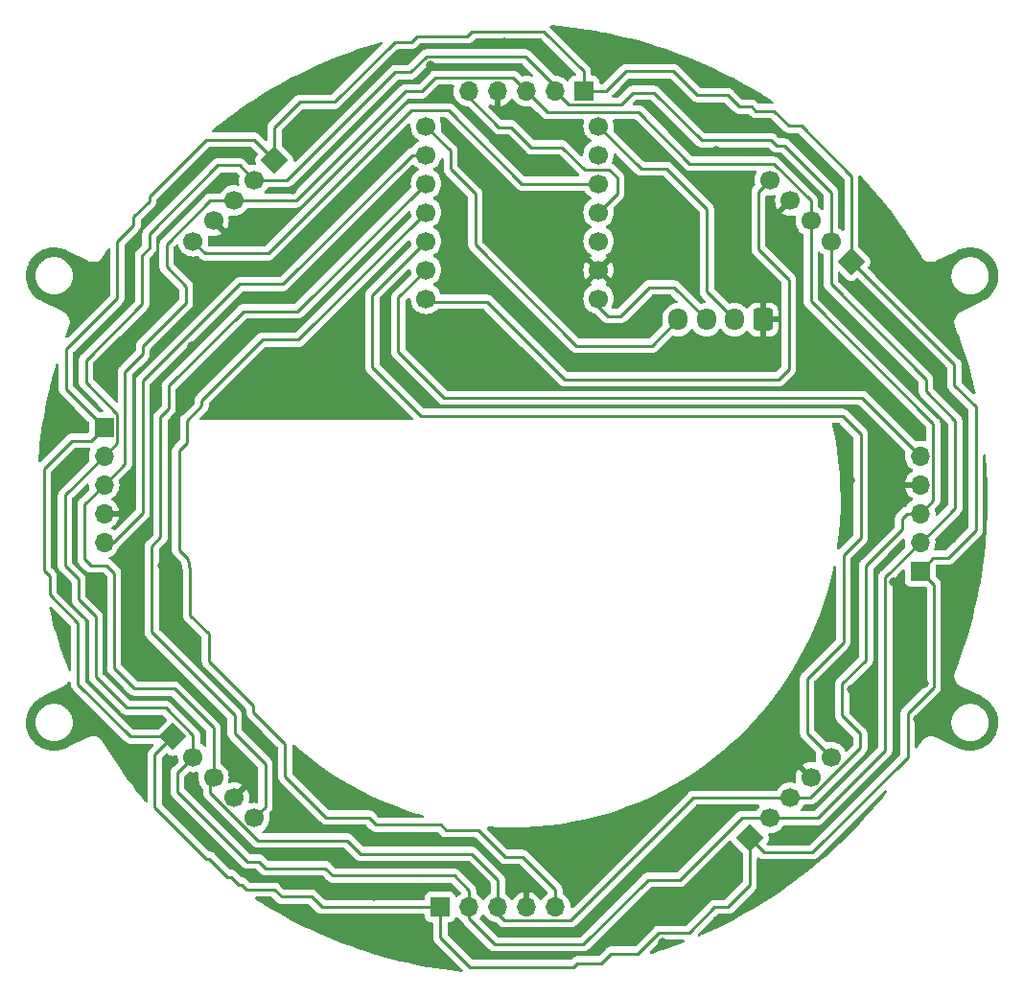
<source format=gbr>
%TF.GenerationSoftware,KiCad,Pcbnew,7.0.9*%
%TF.CreationDate,2024-12-17T14:24:57+09:00*%
%TF.ProjectId,line_main_robot2,6c696e65-5f6d-4616-996e-5f726f626f74,rev?*%
%TF.SameCoordinates,Original*%
%TF.FileFunction,Copper,L1,Top*%
%TF.FilePolarity,Positive*%
%FSLAX46Y46*%
G04 Gerber Fmt 4.6, Leading zero omitted, Abs format (unit mm)*
G04 Created by KiCad (PCBNEW 7.0.9) date 2024-12-17 14:24:57*
%MOMM*%
%LPD*%
G01*
G04 APERTURE LIST*
G04 Aperture macros list*
%AMRoundRect*
0 Rectangle with rounded corners*
0 $1 Rounding radius*
0 $2 $3 $4 $5 $6 $7 $8 $9 X,Y pos of 4 corners*
0 Add a 4 corners polygon primitive as box body*
4,1,4,$2,$3,$4,$5,$6,$7,$8,$9,$2,$3,0*
0 Add four circle primitives for the rounded corners*
1,1,$1+$1,$2,$3*
1,1,$1+$1,$4,$5*
1,1,$1+$1,$6,$7*
1,1,$1+$1,$8,$9*
0 Add four rect primitives between the rounded corners*
20,1,$1+$1,$2,$3,$4,$5,0*
20,1,$1+$1,$4,$5,$6,$7,0*
20,1,$1+$1,$6,$7,$8,$9,0*
20,1,$1+$1,$8,$9,$2,$3,0*%
%AMHorizOval*
0 Thick line with rounded ends*
0 $1 width*
0 $2 $3 position (X,Y) of the first rounded end (center of the circle)*
0 $4 $5 position (X,Y) of the second rounded end (center of the circle)*
0 Add line between two ends*
20,1,$1,$2,$3,$4,$5,0*
0 Add two circle primitives to create the rounded ends*
1,1,$1,$2,$3*
1,1,$1,$4,$5*%
%AMRotRect*
0 Rectangle, with rotation*
0 The origin of the aperture is its center*
0 $1 length*
0 $2 width*
0 $3 Rotation angle, in degrees counterclockwise*
0 Add horizontal line*
21,1,$1,$2,0,0,$3*%
G04 Aperture macros list end*
%TA.AperFunction,ComponentPad*%
%ADD10RotRect,1.700000X1.700000X45.000000*%
%TD*%
%TA.AperFunction,ComponentPad*%
%ADD11HorizOval,1.700000X0.000000X0.000000X0.000000X0.000000X0*%
%TD*%
%TA.AperFunction,ComponentPad*%
%ADD12R,1.700000X1.700000*%
%TD*%
%TA.AperFunction,ComponentPad*%
%ADD13O,1.700000X1.700000*%
%TD*%
%TA.AperFunction,ComponentPad*%
%ADD14RotRect,1.700000X1.700000X225.000000*%
%TD*%
%TA.AperFunction,ComponentPad*%
%ADD15HorizOval,1.700000X0.000000X0.000000X0.000000X0.000000X0*%
%TD*%
%TA.AperFunction,ComponentPad*%
%ADD16RotRect,1.700000X1.700000X315.000000*%
%TD*%
%TA.AperFunction,ComponentPad*%
%ADD17HorizOval,1.700000X0.000000X0.000000X0.000000X0.000000X0*%
%TD*%
%TA.AperFunction,ComponentPad*%
%ADD18RotRect,1.700000X1.700000X135.000000*%
%TD*%
%TA.AperFunction,ComponentPad*%
%ADD19HorizOval,1.700000X0.000000X0.000000X0.000000X0.000000X0*%
%TD*%
%TA.AperFunction,ComponentPad*%
%ADD20C,1.700000*%
%TD*%
%TA.AperFunction,ComponentPad*%
%ADD21RoundRect,0.250000X0.600000X0.725000X-0.600000X0.725000X-0.600000X-0.725000X0.600000X-0.725000X0*%
%TD*%
%TA.AperFunction,ComponentPad*%
%ADD22O,1.700000X1.950000*%
%TD*%
%TA.AperFunction,ViaPad*%
%ADD23C,0.800000*%
%TD*%
%TA.AperFunction,Conductor*%
%ADD24C,0.250000*%
%TD*%
G04 APERTURE END LIST*
D10*
%TO.P,J5,1,Pin_1*%
%TO.N,+5V*%
X156392773Y-142661336D03*
D11*
%TO.P,J5,2,Pin_2*%
%TO.N,/PWM*%
X158188824Y-144457387D03*
%TO.P,J5,3,Pin_3*%
%TO.N,+3.3V*%
X159984875Y-146253438D03*
%TO.P,J5,4,Pin_4*%
%TO.N,GND*%
X161780927Y-148049490D03*
%TO.P,J5,5,Pin_5*%
%TO.N,/5*%
X163576978Y-149845541D03*
%TD*%
D12*
%TO.P,J6,1,Pin_1*%
%TO.N,+5V*%
X150328680Y-115328962D03*
D13*
%TO.P,J6,2,Pin_2*%
%TO.N,/PWM*%
X150328680Y-117868962D03*
%TO.P,J6,3,Pin_3*%
%TO.N,+3.3V*%
X150328680Y-120408962D03*
%TO.P,J6,4,Pin_4*%
%TO.N,GND*%
X150328680Y-122948962D03*
%TO.P,J6,5,Pin_5*%
%TO.N,/6*%
X150328680Y-125488962D03*
%TD*%
D12*
%TO.P,J8,1,Pin_1*%
%TO.N,+5V*%
X192700000Y-85650000D03*
D13*
%TO.P,J8,2,Pin_2*%
%TO.N,/PWM*%
X190160000Y-85650000D03*
%TO.P,J8,3,Pin_3*%
%TO.N,+3.3V*%
X187620000Y-85650000D03*
%TO.P,J8,4,Pin_4*%
%TO.N,GND*%
X185080000Y-85650000D03*
%TO.P,J8,5,Pin_5*%
%TO.N,/8*%
X182540000Y-85650000D03*
%TD*%
D12*
%TO.P,J4,1,Pin_1*%
%TO.N,+5V*%
X180007642Y-157700282D03*
D13*
%TO.P,J4,2,Pin_2*%
%TO.N,/PWM*%
X182547642Y-157700282D03*
%TO.P,J4,3,Pin_3*%
%TO.N,+3.3V*%
X185087642Y-157700282D03*
%TO.P,J4,4,Pin_4*%
%TO.N,GND*%
X187627642Y-157700282D03*
%TO.P,J4,5,Pin_5*%
%TO.N,/4*%
X190167642Y-157700282D03*
%TD*%
D12*
%TO.P,J2,1,Pin_1*%
%TO.N,+5V*%
X222378962Y-128021320D03*
D13*
%TO.P,J2,2,Pin_2*%
%TO.N,/PWM*%
X222378962Y-125481320D03*
%TO.P,J2,3,Pin_3*%
%TO.N,+3.3V*%
X222378962Y-122941320D03*
%TO.P,J2,4,Pin_4*%
%TO.N,GND*%
X222378962Y-120401320D03*
%TO.P,J2,5,Pin_5*%
%TO.N,/2*%
X222378962Y-117861320D03*
%TD*%
D14*
%TO.P,J1,1,Pin_1*%
%TO.N,+5V*%
X216314869Y-100688946D03*
D15*
%TO.P,J1,2,Pin_2*%
%TO.N,/PWM*%
X214518818Y-98892895D03*
%TO.P,J1,3,Pin_3*%
%TO.N,+3.3V*%
X212722767Y-97096844D03*
%TO.P,J1,4,Pin_4*%
%TO.N,GND*%
X210926715Y-95300792D03*
%TO.P,J1,5,Pin_5*%
%TO.N,/1*%
X209130664Y-93504741D03*
%TD*%
D16*
%TO.P,J7,1,Pin_1*%
%TO.N,+5V*%
X165367626Y-91714093D03*
D17*
%TO.P,J7,2,Pin_2*%
%TO.N,/PWM*%
X163571575Y-93510144D03*
%TO.P,J7,3,Pin_3*%
%TO.N,+3.3V*%
X161775524Y-95306195D03*
%TO.P,J7,4,Pin_4*%
%TO.N,GND*%
X159979472Y-97102247D03*
%TO.P,J7,5,Pin_5*%
%TO.N,/7*%
X158183421Y-98898298D03*
%TD*%
D18*
%TO.P,J3,1,Pin_1*%
%TO.N,+5V*%
X207340016Y-151636189D03*
D19*
%TO.P,J3,2,Pin_2*%
%TO.N,/PWM*%
X209136067Y-149840138D03*
%TO.P,J3,3,Pin_3*%
%TO.N,+3.3V*%
X210932118Y-148044087D03*
%TO.P,J3,4,Pin_4*%
%TO.N,GND*%
X212728170Y-146248035D03*
%TO.P,J3,5,Pin_5*%
%TO.N,/3*%
X214524221Y-144451984D03*
%TD*%
D20*
%TO.P,U1,1,DAC*%
%TO.N,/1*%
X178750000Y-103975000D03*
%TO.P,U1,2*%
%TO.N,/2*%
X178750000Y-101435000D03*
%TO.P,U1,3*%
%TO.N,/3*%
X178750000Y-98895000D03*
%TO.P,U1,4*%
%TO.N,/4*%
X178750000Y-96355000D03*
%TO.P,U1,5,SDA*%
%TO.N,/5*%
X178750000Y-93815000D03*
%TO.P,U1,6,SCL*%
%TO.N,/6*%
X178750000Y-91275000D03*
%TO.P,U1,7,TX*%
%TO.N,/TX*%
X178750000Y-88735000D03*
%TO.P,U1,8,RX*%
%TO.N,/RX*%
X193990000Y-88735000D03*
%TO.P,U1,9,SCK*%
%TO.N,/PWM*%
X193990000Y-91275000D03*
%TO.P,U1,10,MISO*%
%TO.N,/7*%
X193990000Y-93815000D03*
%TO.P,U1,11,MOSI*%
%TO.N,/8*%
X193990000Y-96355000D03*
%TO.P,U1,12,3V3*%
%TO.N,+3.3V*%
X193990000Y-98895000D03*
%TO.P,U1,13,GND*%
%TO.N,GND*%
X193990000Y-101435000D03*
%TO.P,U1,14,5V*%
%TO.N,+5V*%
X193990000Y-103975000D03*
%TD*%
D21*
%TO.P,J9,1,Pin_1*%
%TO.N,GND*%
X208500000Y-105825000D03*
D22*
%TO.P,J9,2,Pin_2*%
%TO.N,/RX*%
X206000000Y-105825000D03*
%TO.P,J9,3,Pin_3*%
%TO.N,+5V*%
X203500000Y-105825000D03*
%TO.P,J9,4,Pin_4*%
%TO.N,/TX*%
X201000000Y-105825000D03*
%TD*%
D23*
%TO.N,GND*%
X224650000Y-128075000D03*
X199675000Y-160850000D03*
X146725000Y-132775000D03*
X189575000Y-92175000D03*
X185700000Y-81350000D03*
X211750000Y-151000000D03*
X163725000Y-97700000D03*
X225175000Y-125200000D03*
X213075000Y-109375000D03*
X168175000Y-146150000D03*
X216300000Y-138500000D03*
X156800000Y-130675000D03*
X153100000Y-135375000D03*
X174125000Y-156800000D03*
X186895500Y-87625000D03*
X179125000Y-83350000D03*
X206325000Y-99850000D03*
X153675000Y-106500000D03*
X171325000Y-153400000D03*
X170525000Y-148375000D03*
X157975000Y-101875000D03*
X166950000Y-94375000D03*
X217300000Y-107175000D03*
X182825000Y-161275000D03*
X208350000Y-156425000D03*
X169750000Y-84500000D03*
X160725000Y-112925000D03*
X168000000Y-87700000D03*
X158100000Y-111450000D03*
X216250000Y-120025000D03*
X221300000Y-102800000D03*
X200750000Y-154250000D03*
X219275000Y-105575000D03*
X186500000Y-95200000D03*
X203725000Y-87925000D03*
X199325000Y-156900000D03*
X165750000Y-101475000D03*
X197275000Y-89550000D03*
X152500000Y-127425000D03*
X146575000Y-113025000D03*
X158100000Y-108150000D03*
X166450000Y-149650000D03*
X188150000Y-101225000D03*
X222150000Y-141125000D03*
X167825000Y-158025000D03*
X153525000Y-141275000D03*
X163225000Y-88550000D03*
X155425000Y-127525000D03*
X184075000Y-102825000D03*
X208575000Y-154575000D03*
X171925000Y-111100000D03*
X147250000Y-118925000D03*
X197625000Y-159500000D03*
X150100000Y-103275000D03*
X153125000Y-144825000D03*
X198925000Y-99300000D03*
X152600000Y-103975000D03*
X204775000Y-156675000D03*
X174775000Y-149225000D03*
X204425000Y-158850000D03*
X218100000Y-140325000D03*
X150000000Y-128875000D03*
X182775000Y-108775000D03*
X222775000Y-137975000D03*
X220075000Y-129025000D03*
X181575000Y-100050000D03*
X189750000Y-89300000D03*
X195950000Y-82700000D03*
X204350000Y-90850000D03*
%TD*%
D24*
%TO.N,+5V*%
X167600000Y-86600000D02*
X165367626Y-88832374D01*
X194650000Y-85650000D02*
X192700000Y-85650000D01*
X204250000Y-157700000D02*
X205400000Y-157700000D01*
X166000000Y-156800000D02*
X168650000Y-156800000D01*
X159625000Y-153425000D02*
X161230705Y-155030705D01*
X223553962Y-126846320D02*
X224853680Y-126846320D01*
X225400000Y-109774077D02*
X216314869Y-100688946D01*
X182376728Y-80823272D02*
X177926728Y-80823272D01*
X152661336Y-142661336D02*
X156392773Y-142661336D01*
X162184523Y-155709523D02*
X162459523Y-155709523D01*
X145025000Y-128000000D02*
X145500000Y-128475000D01*
X145025000Y-118975000D02*
X145025000Y-128000000D01*
X194800000Y-105500000D02*
X193990000Y-104690000D01*
X198450000Y-102975000D02*
X195925000Y-105500000D01*
X216314869Y-100688946D02*
X216314869Y-93139869D01*
X145500000Y-130125000D02*
X148025000Y-132650000D01*
X193990000Y-104690000D02*
X193990000Y-103975000D01*
X177926728Y-80823272D02*
X177450000Y-81300000D01*
X161505705Y-155030705D02*
X162184523Y-155709523D01*
X194230021Y-162675000D02*
X195080021Y-161825000D01*
X222378962Y-128021320D02*
X223553962Y-126846320D01*
X225400000Y-111600000D02*
X225400000Y-109774077D01*
X163578533Y-89925000D02*
X159325000Y-89925000D01*
X206425000Y-87025000D02*
X205400000Y-86000000D01*
X182825000Y-80375000D02*
X182376728Y-80823272D01*
X227300000Y-124400000D02*
X227300000Y-113500000D01*
X205400000Y-86000000D02*
X202700000Y-86000000D01*
X223600000Y-129242358D02*
X222378962Y-128021320D01*
X162925000Y-156175000D02*
X165375000Y-156175000D01*
X162459523Y-155709523D02*
X162925000Y-156175000D01*
X227300000Y-113500000D02*
X225400000Y-111600000D01*
X149153680Y-116503962D02*
X147496038Y-116503962D01*
X207340016Y-155759984D02*
X207340016Y-151636189D01*
X148025000Y-132650000D02*
X148025000Y-138025000D01*
X202700000Y-86000000D02*
X200600000Y-83900000D01*
X180007642Y-160382642D02*
X182625000Y-163000000D01*
X200600000Y-83900000D02*
X196400000Y-83900000D01*
X221300000Y-144450000D02*
X221300000Y-140600000D01*
X159325000Y-89925000D02*
X154300000Y-94950000D01*
X147496038Y-116503962D02*
X145025000Y-118975000D01*
X207340016Y-151636189D02*
X208578827Y-152875000D01*
X154800000Y-148875000D02*
X159350000Y-153425000D01*
X161230705Y-155030705D02*
X161505705Y-155030705D01*
X221300000Y-140600000D02*
X223600000Y-138300000D01*
X189175000Y-80375000D02*
X182825000Y-80375000D01*
X159350000Y-153425000D02*
X159625000Y-153425000D01*
X177450000Y-81300000D02*
X175975000Y-81300000D01*
X146950000Y-108450000D02*
X146950000Y-111950282D01*
X192125000Y-162675000D02*
X194230021Y-162675000D01*
X154300000Y-95375000D02*
X152925000Y-96750000D01*
X165375000Y-156175000D02*
X166000000Y-156800000D01*
X199300000Y-159975000D02*
X201975000Y-159975000D01*
X207500000Y-87025000D02*
X206425000Y-87025000D01*
X203500000Y-105825000D02*
X200650000Y-102975000D01*
X151500000Y-98925000D02*
X151500000Y-103900000D01*
X146950000Y-111950282D02*
X150328680Y-115328962D01*
X156392773Y-142661336D02*
X154800000Y-144254109D01*
X196400000Y-83900000D02*
X194650000Y-85650000D01*
X165367626Y-88832374D02*
X165367626Y-91714093D01*
X154800000Y-144254109D02*
X154800000Y-148875000D01*
X211875000Y-88700000D02*
X210775000Y-88700000D01*
X195925000Y-105500000D02*
X194800000Y-105500000D01*
X182625000Y-163000000D02*
X191800000Y-163000000D01*
X205400000Y-157700000D02*
X207340016Y-155759984D01*
X223600000Y-138300000D02*
X223600000Y-129242358D01*
X197450000Y-161825000D02*
X199300000Y-159975000D01*
X208578827Y-152875000D02*
X212875000Y-152875000D01*
X201975000Y-159975000D02*
X204250000Y-157700000D01*
X148025000Y-138025000D02*
X152661336Y-142661336D01*
X175975000Y-81300000D02*
X170675000Y-86600000D01*
X195080021Y-161825000D02*
X197450000Y-161825000D01*
X145500000Y-128475000D02*
X145500000Y-130125000D01*
X152925000Y-97500000D02*
X151500000Y-98925000D01*
X216314869Y-93139869D02*
X211875000Y-88700000D01*
X200650000Y-102975000D02*
X198450000Y-102975000D01*
X150328680Y-115328962D02*
X149153680Y-116503962D01*
X192700000Y-83900000D02*
X189175000Y-80375000D01*
X169550282Y-157700282D02*
X180007642Y-157700282D01*
X192700000Y-85650000D02*
X192700000Y-83900000D01*
X180007642Y-157700282D02*
X180007642Y-160382642D01*
X191800000Y-163000000D02*
X192125000Y-162675000D01*
X209475000Y-87400000D02*
X207875000Y-87400000D01*
X210775000Y-88700000D02*
X209475000Y-87400000D01*
X224853680Y-126846320D02*
X227300000Y-124400000D01*
X168650000Y-156800000D02*
X169550282Y-157700282D01*
X212875000Y-152875000D02*
X221300000Y-144450000D01*
X207875000Y-87400000D02*
X207500000Y-87025000D01*
X154300000Y-94950000D02*
X154300000Y-95375000D01*
X151500000Y-103900000D02*
X146950000Y-108450000D01*
X152925000Y-96750000D02*
X152925000Y-97500000D01*
X165367626Y-91714093D02*
X163578533Y-89925000D01*
X170675000Y-86600000D02*
X167600000Y-86600000D01*
%TO.N,/PWM*%
X219300000Y-143875000D02*
X219300000Y-128560282D01*
X192625000Y-161000000D02*
X198325000Y-155300000D01*
X164600000Y-154275000D02*
X169875000Y-154275000D01*
X213334862Y-149840138D02*
X219300000Y-143875000D01*
X195975000Y-86825000D02*
X191335000Y-86825000D01*
X166489856Y-93510144D02*
X163571575Y-93510144D01*
X154325000Y-99500000D02*
X153675000Y-100150000D01*
X152300000Y-140100000D02*
X155750000Y-140100000D01*
X153675000Y-100150000D02*
X153675000Y-104450000D01*
X219300000Y-128560282D02*
X222378962Y-125481320D01*
X222378962Y-125481320D02*
X222468680Y-125481320D01*
X214518818Y-94593818D02*
X210375000Y-90450000D01*
X158188824Y-144457387D02*
X156800000Y-145846211D01*
X164000000Y-153675000D02*
X164600000Y-154275000D01*
X225475000Y-122475000D02*
X225475000Y-114750000D01*
X222468680Y-125481320D02*
X225475000Y-122475000D01*
X184800000Y-161000000D02*
X192625000Y-161000000D01*
X149600000Y-132075000D02*
X149600000Y-137400000D01*
X156800000Y-147500000D02*
X162975000Y-153675000D01*
X214518818Y-98892895D02*
X214518818Y-94593818D01*
X146875000Y-121322642D02*
X146875000Y-127575000D01*
X153675000Y-104450000D02*
X148725000Y-109400000D01*
X190160000Y-85235000D02*
X187500000Y-82575000D01*
X214500000Y-98911713D02*
X214518818Y-98892895D01*
X225475000Y-114750000D02*
X222900000Y-112175000D01*
X162261431Y-92200000D02*
X160350000Y-92200000D01*
X198900000Y-85800000D02*
X197000000Y-85800000D01*
X163571575Y-93510144D02*
X162261431Y-92200000D01*
X181225000Y-154925000D02*
X182547642Y-156247642D01*
X203075000Y-89975000D02*
X198900000Y-85800000D01*
X151503680Y-114153962D02*
X151503680Y-116693962D01*
X210375000Y-90450000D02*
X209700000Y-90450000D01*
X160350000Y-92200000D02*
X154325000Y-98225000D01*
X182547642Y-156247642D02*
X182547642Y-157700282D01*
X170525000Y-154925000D02*
X181225000Y-154925000D01*
X214500000Y-102700000D02*
X214500000Y-98911713D01*
X191335000Y-86825000D02*
X190160000Y-85650000D01*
X149600000Y-137400000D02*
X152300000Y-140100000D01*
X150328680Y-117868962D02*
X146875000Y-121322642D01*
X176025000Y-83975000D02*
X166489856Y-93510144D01*
X154325000Y-98225000D02*
X154325000Y-99500000D01*
X222900000Y-111100000D02*
X214500000Y-102700000D01*
X148075000Y-128775000D02*
X148075000Y-130550000D01*
X201200000Y-155300000D02*
X206659862Y-149840138D01*
X187500000Y-82575000D02*
X178800000Y-82575000D01*
X178800000Y-82575000D02*
X177400000Y-83975000D01*
X148725000Y-109400000D02*
X148725000Y-111375282D01*
X148725000Y-111375282D02*
X151503680Y-114153962D01*
X162975000Y-153675000D02*
X164000000Y-153675000D01*
X151503680Y-116693962D02*
X150328680Y-117868962D01*
X222900000Y-112175000D02*
X222900000Y-111100000D01*
X169875000Y-154275000D02*
X170525000Y-154925000D01*
X156800000Y-145846211D02*
X156800000Y-147500000D01*
X197000000Y-85800000D02*
X195975000Y-86825000D01*
X177400000Y-83975000D02*
X176025000Y-83975000D01*
X206659862Y-149840138D02*
X209136067Y-149840138D01*
X209136067Y-149840138D02*
X213334862Y-149840138D01*
X198325000Y-155300000D02*
X201200000Y-155300000D01*
X146875000Y-127575000D02*
X148075000Y-128775000D01*
X148075000Y-130550000D02*
X149600000Y-132075000D01*
X182547642Y-157700282D02*
X182547642Y-158747642D01*
X182547642Y-158747642D02*
X184800000Y-161000000D01*
X190160000Y-85650000D02*
X190160000Y-85235000D01*
X155750000Y-140100000D02*
X158188824Y-142538824D01*
X158188824Y-142538824D02*
X158188824Y-144457387D01*
X209225000Y-89975000D02*
X203075000Y-89975000D01*
X209700000Y-90450000D02*
X209225000Y-89975000D01*
%TO.N,+3.3V*%
X161775524Y-95306195D02*
X159693805Y-95306195D01*
X157550000Y-104350000D02*
X153750000Y-108150000D01*
X179575000Y-84450000D02*
X178350000Y-85675000D01*
X149150000Y-127550000D02*
X150550000Y-127550000D01*
X223525000Y-119885657D02*
X223525000Y-118376983D01*
X155850000Y-99150000D02*
X155850000Y-101175000D01*
X222378962Y-122941320D02*
X223553962Y-121766320D01*
X159700000Y-147630264D02*
X161294226Y-149224490D01*
X151200000Y-128200000D02*
X151200000Y-136600000D01*
X159693805Y-95306195D02*
X155850000Y-99150000D01*
X157550000Y-102875000D02*
X157550000Y-104350000D01*
X155850000Y-101175000D02*
X157550000Y-102875000D01*
X217600000Y-127550000D02*
X220775000Y-124375000D01*
X159700000Y-146538313D02*
X159700000Y-147630264D01*
X223553962Y-118348021D02*
X223553962Y-115053962D01*
X212722767Y-95322767D02*
X209450000Y-92050000D01*
X148600000Y-127000000D02*
X149150000Y-127550000D01*
X197500000Y-87500000D02*
X189470000Y-87500000D01*
X223553962Y-119914619D02*
X223525000Y-119885657D01*
X187620000Y-85650000D02*
X186420000Y-84450000D01*
X185087642Y-155287642D02*
X185087642Y-157700282D01*
X152175000Y-118562642D02*
X150328680Y-120408962D01*
X185675282Y-158875282D02*
X191524718Y-158875282D01*
X171800000Y-151825000D02*
X172975000Y-153000000D01*
X162401978Y-150326978D02*
X162401978Y-150332242D01*
X185087642Y-158287642D02*
X185675282Y-158875282D01*
X176925000Y-85675000D02*
X167293805Y-95306195D01*
X220775000Y-123425000D02*
X221258680Y-122941320D01*
X191524718Y-158875282D02*
X202355913Y-148044087D01*
X153000000Y-138400000D02*
X156500000Y-138400000D01*
X223553962Y-121766320D02*
X223553962Y-119914619D01*
X161299490Y-149224490D02*
X162401978Y-150326978D01*
X163894736Y-151825000D02*
X171800000Y-151825000D01*
X212705913Y-148044087D02*
X217100000Y-143650000D01*
X153750000Y-108850000D02*
X152175000Y-110425000D01*
X148600000Y-122137642D02*
X148600000Y-127000000D01*
X178350000Y-85675000D02*
X176925000Y-85675000D01*
X217600000Y-135900000D02*
X217600000Y-127550000D01*
X186420000Y-84450000D02*
X179575000Y-84450000D01*
X162401978Y-150332242D02*
X163894736Y-151825000D01*
X159984875Y-146253438D02*
X159700000Y-146538313D01*
X156500000Y-138400000D02*
X159984875Y-141884875D01*
X150550000Y-127550000D02*
X151200000Y-128200000D01*
X202050000Y-92050000D02*
X197500000Y-87500000D01*
X152175000Y-110425000D02*
X152175000Y-118562642D01*
X150328680Y-120408962D02*
X148600000Y-122137642D01*
X151200000Y-136600000D02*
X153000000Y-138400000D01*
X167293805Y-95306195D02*
X161775524Y-95306195D01*
X161294226Y-149224490D02*
X161299490Y-149224490D01*
X185087642Y-157700282D02*
X185087642Y-158287642D01*
X153750000Y-108150000D02*
X153750000Y-108850000D01*
X223525000Y-118376983D02*
X223553962Y-118348021D01*
X215500000Y-138000000D02*
X217600000Y-135900000D01*
X202355913Y-148044087D02*
X210932118Y-148044087D01*
X159984875Y-141884875D02*
X159984875Y-146253438D01*
X209450000Y-92050000D02*
X202050000Y-92050000D01*
X223553962Y-115053962D02*
X212722767Y-104222767D01*
X172975000Y-153000000D02*
X182800000Y-153000000D01*
X212722767Y-104222767D02*
X212722767Y-97096844D01*
X215500000Y-140800000D02*
X215500000Y-138000000D01*
X221258680Y-122941320D02*
X222378962Y-122941320D01*
X189470000Y-87500000D02*
X187620000Y-85650000D01*
X212722767Y-97096844D02*
X212722767Y-95322767D01*
X217100000Y-142400000D02*
X215500000Y-140800000D01*
X210932118Y-148044087D02*
X212705913Y-148044087D01*
X217100000Y-143650000D02*
X217100000Y-142400000D01*
X220775000Y-124375000D02*
X220775000Y-123425000D01*
X182800000Y-153000000D02*
X185087642Y-155287642D01*
%TO.N,/1*%
X208100000Y-94535405D02*
X208100000Y-99600000D01*
X210800000Y-110200000D02*
X209900000Y-111100000D01*
X208100000Y-99600000D02*
X210800000Y-102300000D01*
X210800000Y-102300000D02*
X210800000Y-110200000D01*
X184150000Y-104250000D02*
X179025000Y-104250000D01*
X179025000Y-104250000D02*
X178750000Y-103975000D01*
X209900000Y-111100000D02*
X191000000Y-111100000D01*
X209130664Y-93504741D02*
X208100000Y-94535405D01*
X191000000Y-111100000D02*
X184150000Y-104250000D01*
%TO.N,/2*%
X180325000Y-112725000D02*
X176300000Y-108700000D01*
X222378962Y-117861320D02*
X217242642Y-112725000D01*
X176300000Y-108700000D02*
X176300000Y-103885000D01*
X217242642Y-112725000D02*
X180325000Y-112725000D01*
X176300000Y-103885000D02*
X178750000Y-101435000D01*
%TO.N,/3*%
X215600000Y-134300000D02*
X215600000Y-126625000D01*
X215525000Y-114325000D02*
X178325000Y-114325000D01*
X214524221Y-144451984D02*
X212400000Y-142327763D01*
X215600000Y-126625000D02*
X217150000Y-125075000D01*
X174000000Y-103645000D02*
X178750000Y-98895000D01*
X217150000Y-125075000D02*
X217150000Y-115950000D01*
X174000000Y-110000000D02*
X174000000Y-103645000D01*
X212400000Y-137500000D02*
X215600000Y-134300000D01*
X178325000Y-114325000D02*
X174000000Y-110000000D01*
X217150000Y-115950000D02*
X215525000Y-114325000D01*
X212400000Y-142327763D02*
X212400000Y-137500000D01*
%TO.N,/4*%
X156925000Y-124700000D02*
X156950000Y-124675000D01*
X158950000Y-112974695D02*
X164324695Y-107600000D01*
X166300000Y-143300000D02*
X163500000Y-140500000D01*
X187275000Y-153275000D02*
X185725000Y-153275000D01*
X156925000Y-126172558D02*
X156925000Y-124700000D01*
X169950000Y-149800000D02*
X166300000Y-146150000D01*
X157917860Y-128007619D02*
X157702901Y-126950459D01*
X156950000Y-117425000D02*
X157649980Y-116725020D01*
X163500000Y-140500000D02*
X163500000Y-139950000D01*
X157702901Y-126950459D02*
X156925000Y-126172558D01*
X185725000Y-153275000D02*
X183375000Y-150925000D01*
X157917860Y-131942860D02*
X157917860Y-128007619D01*
X163500000Y-139950000D02*
X159575000Y-136025000D01*
X159575000Y-133600000D02*
X157917860Y-131942860D01*
X180525000Y-150925000D02*
X180050000Y-150450000D01*
X180050000Y-150450000D02*
X174350000Y-150450000D01*
X159575000Y-136025000D02*
X159575000Y-133600000D01*
X173700000Y-149800000D02*
X169950000Y-149800000D01*
X183375000Y-150925000D02*
X180525000Y-150925000D01*
X190167642Y-156167642D02*
X187275000Y-153275000D01*
X190167642Y-157700282D02*
X190167642Y-156167642D01*
X156950000Y-124675000D02*
X156950000Y-117425000D01*
X166300000Y-146150000D02*
X166300000Y-143300000D01*
X164324695Y-107600000D02*
X167505000Y-107600000D01*
X158950000Y-113425000D02*
X158950000Y-112974695D01*
X167505000Y-107600000D02*
X178750000Y-96355000D01*
X174350000Y-150450000D02*
X173700000Y-149800000D01*
X157649980Y-114725020D02*
X158950000Y-113425000D01*
X157649980Y-116725020D02*
X157649980Y-114725020D01*
%TO.N,/5*%
X163576978Y-149845541D02*
X164575000Y-148847519D01*
X164575000Y-145100000D02*
X161850000Y-142375000D01*
X155300000Y-125050000D02*
X155300000Y-114425000D01*
X164575000Y-148847519D02*
X164575000Y-145100000D01*
X156025000Y-113700000D02*
X156025000Y-111675000D01*
X155300000Y-114425000D02*
X156025000Y-113700000D01*
X167400000Y-105100000D02*
X178685000Y-93815000D01*
X154525000Y-133425000D02*
X154525000Y-125825000D01*
X178685000Y-93815000D02*
X178750000Y-93815000D01*
X154525000Y-125825000D02*
X155300000Y-125050000D01*
X156025000Y-111675000D02*
X162600000Y-105100000D01*
X162600000Y-105100000D02*
X167400000Y-105100000D01*
X161850000Y-142375000D02*
X161850000Y-140750000D01*
X161850000Y-140750000D02*
X154525000Y-133425000D01*
%TO.N,/6*%
X177525000Y-91275000D02*
X178750000Y-91275000D01*
X166100000Y-102700000D02*
X177525000Y-91275000D01*
X153750000Y-111250000D02*
X162300000Y-102700000D01*
X150328680Y-125488962D02*
X151136038Y-125488962D01*
X162300000Y-102700000D02*
X166100000Y-102700000D01*
X151136038Y-125488962D02*
X153750000Y-122875000D01*
X153750000Y-122875000D02*
X153750000Y-111250000D01*
%TO.N,/7*%
X193990000Y-93815000D02*
X187215000Y-93815000D01*
X164825000Y-99975000D02*
X159260123Y-99975000D01*
X177475000Y-87325000D02*
X164825000Y-99975000D01*
X187215000Y-93815000D02*
X180725000Y-87325000D01*
X159260123Y-99975000D02*
X158183421Y-98898298D01*
X180725000Y-87325000D02*
X177475000Y-87325000D01*
%TO.N,/8*%
X195625000Y-93300000D02*
X195625000Y-94720000D01*
X194900000Y-92575000D02*
X195625000Y-93300000D01*
X195625000Y-94720000D02*
X193990000Y-96355000D01*
X182540000Y-85650000D02*
X182540000Y-86165000D01*
X192750000Y-92575000D02*
X194900000Y-92575000D01*
X188050000Y-90600000D02*
X190775000Y-90600000D01*
X186275000Y-88825000D02*
X188050000Y-90600000D01*
X185200000Y-88825000D02*
X186275000Y-88825000D01*
X190775000Y-90600000D02*
X192750000Y-92575000D01*
X182540000Y-86165000D02*
X185200000Y-88825000D01*
X193990000Y-96215000D02*
X193990000Y-96355000D01*
%TO.N,/RX*%
X206000000Y-105825000D02*
X203550000Y-103375000D01*
X203550000Y-103375000D02*
X203550000Y-96050000D01*
X200000000Y-92500000D02*
X197755000Y-92500000D01*
X197755000Y-92500000D02*
X193990000Y-88735000D01*
X203550000Y-96050000D02*
X200000000Y-92500000D01*
%TO.N,/TX*%
X192050000Y-108150000D02*
X183100000Y-99200000D01*
X183100000Y-94700000D02*
X180925000Y-92525000D01*
X180925000Y-90910000D02*
X178750000Y-88735000D01*
X201000000Y-105825000D02*
X198675000Y-108150000D01*
X198675000Y-108150000D02*
X192050000Y-108150000D01*
X180925000Y-92525000D02*
X180925000Y-90910000D01*
X183100000Y-99200000D02*
X183100000Y-94700000D01*
%TD*%
%TA.AperFunction,Conductor*%
%TO.N,GND*%
G36*
X165131587Y-156820185D02*
G01*
X165152229Y-156836819D01*
X165499197Y-157183788D01*
X165509022Y-157196051D01*
X165509243Y-157195869D01*
X165514214Y-157201878D01*
X165540217Y-157226295D01*
X165564635Y-157249226D01*
X165585529Y-157270120D01*
X165591011Y-157274373D01*
X165595443Y-157278157D01*
X165629418Y-157310062D01*
X165646976Y-157319714D01*
X165663235Y-157330395D01*
X165679064Y-157342673D01*
X165721838Y-157361182D01*
X165727056Y-157363738D01*
X165767908Y-157386197D01*
X165787316Y-157391180D01*
X165805717Y-157397480D01*
X165824104Y-157405437D01*
X165867488Y-157412308D01*
X165870119Y-157412725D01*
X165875839Y-157413909D01*
X165920981Y-157425500D01*
X165941016Y-157425500D01*
X165960414Y-157427026D01*
X165980194Y-157430159D01*
X165980195Y-157430160D01*
X165980195Y-157430159D01*
X165980196Y-157430160D01*
X166026584Y-157425775D01*
X166032422Y-157425500D01*
X168339548Y-157425500D01*
X168406587Y-157445185D01*
X168427228Y-157461818D01*
X168746005Y-157780596D01*
X169049479Y-158084070D01*
X169059304Y-158096333D01*
X169059525Y-158096151D01*
X169064496Y-158102160D01*
X169082818Y-158119365D01*
X169114917Y-158149508D01*
X169135811Y-158170402D01*
X169141293Y-158174655D01*
X169145725Y-158178439D01*
X169179700Y-158210344D01*
X169197258Y-158219996D01*
X169213515Y-158230675D01*
X169229346Y-158242955D01*
X169249019Y-158251468D01*
X169272115Y-158261464D01*
X169277359Y-158264032D01*
X169318190Y-158286479D01*
X169330805Y-158289717D01*
X169337587Y-158291459D01*
X169356001Y-158297763D01*
X169374386Y-158305720D01*
X169420439Y-158313014D01*
X169426108Y-158314188D01*
X169471263Y-158325782D01*
X169491298Y-158325782D01*
X169510695Y-158327308D01*
X169530478Y-158330442D01*
X169576866Y-158326057D01*
X169582704Y-158325782D01*
X178533143Y-158325782D01*
X178600182Y-158345467D01*
X178645937Y-158398271D01*
X178657143Y-158449782D01*
X178657143Y-158598158D01*
X178663550Y-158657765D01*
X178713844Y-158792610D01*
X178713848Y-158792617D01*
X178800094Y-158907826D01*
X178800097Y-158907829D01*
X178915306Y-158994075D01*
X178915313Y-158994079D01*
X178925912Y-158998032D01*
X179050159Y-159044373D01*
X179109769Y-159050782D01*
X179258142Y-159050781D01*
X179325181Y-159070465D01*
X179370936Y-159123269D01*
X179382142Y-159174781D01*
X179382142Y-160299897D01*
X179380417Y-160315514D01*
X179380703Y-160315541D01*
X179379968Y-160323307D01*
X179382142Y-160392456D01*
X179382142Y-160421985D01*
X179382143Y-160422002D01*
X179383010Y-160428873D01*
X179383468Y-160434692D01*
X179384932Y-160481266D01*
X179384933Y-160481269D01*
X179390522Y-160500509D01*
X179394466Y-160519553D01*
X179395469Y-160527486D01*
X179396978Y-160539433D01*
X179414132Y-160582761D01*
X179416024Y-160588289D01*
X179429023Y-160633030D01*
X179439222Y-160650276D01*
X179447780Y-160667745D01*
X179455156Y-160686374D01*
X179482540Y-160724065D01*
X179485748Y-160728949D01*
X179509469Y-160769058D01*
X179509475Y-160769066D01*
X179523632Y-160783222D01*
X179536270Y-160798018D01*
X179548047Y-160814228D01*
X179548048Y-160814229D01*
X179583951Y-160843930D01*
X179588262Y-160847852D01*
X181957742Y-163217333D01*
X181991226Y-163278654D01*
X181986242Y-163348346D01*
X181944370Y-163404279D01*
X181878906Y-163428696D01*
X181856867Y-163428308D01*
X181509047Y-163391090D01*
X180921267Y-163318040D01*
X180232016Y-163222977D01*
X179647135Y-163131851D01*
X178960724Y-163015779D01*
X178379399Y-162906706D01*
X177696357Y-162769689D01*
X177119206Y-162642817D01*
X176440076Y-162484927D01*
X175867853Y-162340462D01*
X175193091Y-162161765D01*
X174626403Y-161999911D01*
X173956622Y-161800519D01*
X173847158Y-161765561D01*
X173396040Y-161621493D01*
X172731773Y-161401509D01*
X172715830Y-161395869D01*
X172177997Y-161205598D01*
X171519709Y-160965111D01*
X170973398Y-160752625D01*
X170321597Y-160491746D01*
X169783415Y-160263029D01*
X169138514Y-159981835D01*
X168609139Y-159737278D01*
X167971661Y-159435895D01*
X167451657Y-159175873D01*
X166822058Y-158854402D01*
X166312205Y-158579439D01*
X165690809Y-158237913D01*
X165191752Y-157948514D01*
X164579023Y-157587030D01*
X164220024Y-157363746D01*
X164091427Y-157283763D01*
X163688704Y-157029331D01*
X163642542Y-156976883D01*
X163632063Y-156907803D01*
X163660596Y-156844025D01*
X163719080Y-156805797D01*
X163754934Y-156800500D01*
X165064548Y-156800500D01*
X165131587Y-156820185D01*
G37*
%TD.AperFunction*%
%TA.AperFunction,Conductor*%
G36*
X205642819Y-151844284D02*
G01*
X205698752Y-151886156D01*
X205712279Y-151908953D01*
X205712557Y-151909562D01*
X205750176Y-151956245D01*
X205750179Y-151956248D01*
X205750184Y-151956254D01*
X206678197Y-152884264D01*
X206711682Y-152945587D01*
X206714516Y-152971945D01*
X206714516Y-155449531D01*
X206694831Y-155516570D01*
X206678197Y-155537212D01*
X205177228Y-157038181D01*
X205115905Y-157071666D01*
X205089547Y-157074500D01*
X204332743Y-157074500D01*
X204317122Y-157072775D01*
X204317096Y-157073061D01*
X204309334Y-157072327D01*
X204309333Y-157072327D01*
X204240186Y-157074500D01*
X204210649Y-157074500D01*
X204203766Y-157075369D01*
X204197949Y-157075826D01*
X204151373Y-157077290D01*
X204132129Y-157082881D01*
X204113079Y-157086825D01*
X204093211Y-157089334D01*
X204049884Y-157106488D01*
X204044358Y-157108379D01*
X203999614Y-157121379D01*
X203999610Y-157121381D01*
X203982366Y-157131579D01*
X203964905Y-157140133D01*
X203946274Y-157147510D01*
X203946262Y-157147517D01*
X203908570Y-157174902D01*
X203903687Y-157178109D01*
X203863580Y-157201829D01*
X203849414Y-157215995D01*
X203834624Y-157228627D01*
X203818414Y-157240404D01*
X203818411Y-157240407D01*
X203788710Y-157276309D01*
X203784777Y-157280631D01*
X201752228Y-159313181D01*
X201690905Y-159346666D01*
X201664547Y-159349500D01*
X199382738Y-159349500D01*
X199367121Y-159347776D01*
X199367094Y-159348062D01*
X199359332Y-159347327D01*
X199290204Y-159349500D01*
X199260650Y-159349500D01*
X199259929Y-159349590D01*
X199253757Y-159350369D01*
X199247945Y-159350826D01*
X199201373Y-159352290D01*
X199201372Y-159352290D01*
X199182129Y-159357881D01*
X199163079Y-159361825D01*
X199143211Y-159364334D01*
X199099884Y-159381488D01*
X199094358Y-159383379D01*
X199049614Y-159396379D01*
X199049610Y-159396381D01*
X199032366Y-159406579D01*
X199014905Y-159415133D01*
X198996274Y-159422510D01*
X198996262Y-159422517D01*
X198958570Y-159449902D01*
X198953687Y-159453109D01*
X198913580Y-159476829D01*
X198899414Y-159490995D01*
X198884624Y-159503627D01*
X198868414Y-159515404D01*
X198868411Y-159515407D01*
X198838710Y-159551309D01*
X198834777Y-159555631D01*
X197227228Y-161163181D01*
X197165905Y-161196666D01*
X197139547Y-161199500D01*
X195162764Y-161199500D01*
X195147143Y-161197775D01*
X195147116Y-161198061D01*
X195139354Y-161197326D01*
X195070193Y-161199500D01*
X195040670Y-161199500D01*
X195033799Y-161200367D01*
X195027980Y-161200825D01*
X194981395Y-161202289D01*
X194981389Y-161202290D01*
X194962147Y-161207880D01*
X194943108Y-161211823D01*
X194923238Y-161214334D01*
X194923224Y-161214337D01*
X194879904Y-161231488D01*
X194874379Y-161233380D01*
X194829634Y-161246380D01*
X194829631Y-161246381D01*
X194812387Y-161256579D01*
X194794926Y-161265133D01*
X194776295Y-161272510D01*
X194776283Y-161272517D01*
X194738591Y-161299902D01*
X194733708Y-161303109D01*
X194693601Y-161326829D01*
X194679435Y-161340995D01*
X194664645Y-161353627D01*
X194648435Y-161365404D01*
X194648432Y-161365407D01*
X194618731Y-161401309D01*
X194614798Y-161405631D01*
X194007249Y-162013181D01*
X193945926Y-162046666D01*
X193919568Y-162049500D01*
X192207737Y-162049500D01*
X192192120Y-162047776D01*
X192192093Y-162048062D01*
X192184331Y-162047327D01*
X192115203Y-162049500D01*
X192085650Y-162049500D01*
X192084929Y-162049590D01*
X192078757Y-162050369D01*
X192072945Y-162050826D01*
X192026372Y-162052290D01*
X192026369Y-162052291D01*
X192007126Y-162057881D01*
X191988083Y-162061825D01*
X191968204Y-162064336D01*
X191968203Y-162064337D01*
X191924878Y-162081490D01*
X191919352Y-162083382D01*
X191874608Y-162096383D01*
X191874604Y-162096385D01*
X191857365Y-162106580D01*
X191839898Y-162115137D01*
X191821269Y-162122512D01*
X191821267Y-162122513D01*
X191783564Y-162149906D01*
X191778682Y-162153112D01*
X191738580Y-162176828D01*
X191724408Y-162191000D01*
X191709623Y-162203628D01*
X191693412Y-162215407D01*
X191663714Y-162251304D01*
X191659783Y-162255624D01*
X191577228Y-162338180D01*
X191515906Y-162371666D01*
X191489546Y-162374500D01*
X182935453Y-162374500D01*
X182868414Y-162354815D01*
X182847772Y-162338181D01*
X180669461Y-160159870D01*
X180635976Y-160098547D01*
X180633142Y-160072189D01*
X180633142Y-159174781D01*
X180652827Y-159107742D01*
X180705631Y-159061987D01*
X180757142Y-159050781D01*
X180905513Y-159050781D01*
X180905514Y-159050781D01*
X180965125Y-159044373D01*
X181099973Y-158994078D01*
X181215188Y-158907828D01*
X181301438Y-158792613D01*
X181350452Y-158661198D01*
X181392323Y-158605266D01*
X181457787Y-158580848D01*
X181526060Y-158595699D01*
X181554315Y-158616851D01*
X181676241Y-158738777D01*
X181773026Y-158806547D01*
X181869807Y-158874314D01*
X181869808Y-158874314D01*
X181869812Y-158874317D01*
X181892016Y-158884670D01*
X181944454Y-158930840D01*
X181958687Y-158962455D01*
X181969023Y-158998030D01*
X181979222Y-159015276D01*
X181987778Y-159032742D01*
X181994921Y-159050780D01*
X181995156Y-159051374D01*
X182022540Y-159089065D01*
X182025748Y-159093949D01*
X182049469Y-159134058D01*
X182049475Y-159134066D01*
X182063632Y-159148222D01*
X182076270Y-159163018D01*
X182088047Y-159179228D01*
X182088048Y-159179229D01*
X182123951Y-159208930D01*
X182128262Y-159212852D01*
X183759339Y-160843930D01*
X184299197Y-161383788D01*
X184309022Y-161396051D01*
X184309243Y-161395869D01*
X184314214Y-161401878D01*
X184335043Y-161421437D01*
X184364635Y-161449226D01*
X184385529Y-161470120D01*
X184391011Y-161474373D01*
X184395443Y-161478157D01*
X184429418Y-161510062D01*
X184446976Y-161519714D01*
X184463235Y-161530395D01*
X184479064Y-161542673D01*
X184521838Y-161561182D01*
X184527056Y-161563738D01*
X184567908Y-161586197D01*
X184587316Y-161591180D01*
X184605717Y-161597480D01*
X184624104Y-161605437D01*
X184667488Y-161612308D01*
X184670119Y-161612725D01*
X184675839Y-161613909D01*
X184720981Y-161625500D01*
X184741016Y-161625500D01*
X184760414Y-161627026D01*
X184780194Y-161630159D01*
X184780195Y-161630160D01*
X184780195Y-161630159D01*
X184780196Y-161630160D01*
X184826584Y-161625775D01*
X184832422Y-161625500D01*
X192542257Y-161625500D01*
X192557877Y-161627224D01*
X192557904Y-161626939D01*
X192565660Y-161627671D01*
X192565667Y-161627673D01*
X192634814Y-161625500D01*
X192664350Y-161625500D01*
X192671228Y-161624630D01*
X192677041Y-161624172D01*
X192723627Y-161622709D01*
X192742869Y-161617117D01*
X192761912Y-161613174D01*
X192781792Y-161610664D01*
X192825122Y-161593507D01*
X192830646Y-161591617D01*
X192834396Y-161590527D01*
X192875390Y-161578618D01*
X192892629Y-161568422D01*
X192910103Y-161559862D01*
X192928727Y-161552488D01*
X192928727Y-161552487D01*
X192928732Y-161552486D01*
X192966449Y-161525082D01*
X192971305Y-161521892D01*
X193011420Y-161498170D01*
X193025589Y-161483999D01*
X193040379Y-161471368D01*
X193056587Y-161459594D01*
X193086299Y-161423676D01*
X193090212Y-161419376D01*
X198547772Y-155961819D01*
X198609095Y-155928334D01*
X198635453Y-155925500D01*
X201117257Y-155925500D01*
X201132877Y-155927224D01*
X201132904Y-155926939D01*
X201140660Y-155927671D01*
X201140667Y-155927673D01*
X201209814Y-155925500D01*
X201239350Y-155925500D01*
X201246228Y-155924630D01*
X201252041Y-155924172D01*
X201298627Y-155922709D01*
X201317869Y-155917117D01*
X201336912Y-155913174D01*
X201356792Y-155910664D01*
X201400122Y-155893507D01*
X201405646Y-155891617D01*
X201411690Y-155889861D01*
X201450390Y-155878618D01*
X201467629Y-155868422D01*
X201485103Y-155859862D01*
X201503727Y-155852488D01*
X201503727Y-155852487D01*
X201503732Y-155852486D01*
X201541449Y-155825082D01*
X201546305Y-155821892D01*
X201586420Y-155798170D01*
X201600589Y-155783999D01*
X201615379Y-155771368D01*
X201631587Y-155759594D01*
X201661299Y-155723676D01*
X201665212Y-155719376D01*
X205511806Y-151872783D01*
X205573127Y-151839300D01*
X205642819Y-151844284D01*
G37*
%TD.AperFunction*%
%TA.AperFunction,Conductor*%
G36*
X201531517Y-160620185D02*
G01*
X201577272Y-160672989D01*
X201587216Y-160742147D01*
X201558191Y-160805703D01*
X201509427Y-160840066D01*
X201187932Y-160965111D01*
X200529641Y-161205600D01*
X199975868Y-161401509D01*
X199311601Y-161621493D01*
X198751038Y-161800513D01*
X198662223Y-161826952D01*
X198592354Y-161827213D01*
X198533435Y-161789658D01*
X198504173Y-161726211D01*
X198513858Y-161657016D01*
X198539159Y-161620429D01*
X199522772Y-160636819D01*
X199584095Y-160603334D01*
X199610453Y-160600500D01*
X201464478Y-160600500D01*
X201531517Y-160620185D01*
G37*
%TD.AperFunction*%
%TA.AperFunction,Conductor*%
G36*
X208164398Y-148689272D02*
G01*
X208210153Y-148742076D01*
X208220097Y-148811234D01*
X208191072Y-148874790D01*
X208185040Y-148881268D01*
X208097572Y-148968735D01*
X207962415Y-149161761D01*
X207907838Y-149205386D01*
X207860840Y-149214638D01*
X206742605Y-149214638D01*
X206726984Y-149212913D01*
X206726958Y-149213199D01*
X206719196Y-149212465D01*
X206719195Y-149212465D01*
X206650048Y-149214638D01*
X206620511Y-149214638D01*
X206613628Y-149215507D01*
X206607811Y-149215964D01*
X206561235Y-149217428D01*
X206541991Y-149223019D01*
X206522941Y-149226963D01*
X206503073Y-149229472D01*
X206459746Y-149246626D01*
X206454220Y-149248517D01*
X206409476Y-149261517D01*
X206409472Y-149261519D01*
X206392228Y-149271717D01*
X206374767Y-149280271D01*
X206356136Y-149287648D01*
X206356124Y-149287655D01*
X206318432Y-149315040D01*
X206313549Y-149318247D01*
X206273442Y-149341967D01*
X206259276Y-149356133D01*
X206244486Y-149368765D01*
X206228276Y-149380542D01*
X206228273Y-149380545D01*
X206198572Y-149416447D01*
X206194639Y-149420769D01*
X200977228Y-154638181D01*
X200915905Y-154671666D01*
X200889547Y-154674500D01*
X198407737Y-154674500D01*
X198392120Y-154672776D01*
X198392093Y-154673062D01*
X198384331Y-154672327D01*
X198315203Y-154674500D01*
X198285650Y-154674500D01*
X198284929Y-154674590D01*
X198278757Y-154675369D01*
X198272945Y-154675826D01*
X198226378Y-154677290D01*
X198226367Y-154677292D01*
X198207134Y-154682879D01*
X198188094Y-154686822D01*
X198168217Y-154689334D01*
X198168210Y-154689335D01*
X198168208Y-154689336D01*
X198168206Y-154689336D01*
X198168205Y-154689337D01*
X198124868Y-154706494D01*
X198119342Y-154708386D01*
X198074611Y-154721382D01*
X198074608Y-154721383D01*
X198057363Y-154731581D01*
X198039901Y-154740135D01*
X198021272Y-154747511D01*
X198021267Y-154747513D01*
X197983564Y-154774906D01*
X197978682Y-154778112D01*
X197938580Y-154801828D01*
X197924408Y-154816000D01*
X197909623Y-154828628D01*
X197893412Y-154840407D01*
X197863709Y-154876310D01*
X197859777Y-154880631D01*
X192402228Y-160338181D01*
X192340905Y-160371666D01*
X192314547Y-160374500D01*
X185110453Y-160374500D01*
X185043414Y-160354815D01*
X185022772Y-160338181D01*
X183508886Y-158824295D01*
X183475401Y-158762972D01*
X183480385Y-158693280D01*
X183508883Y-158648936D01*
X183586137Y-158571683D01*
X183716068Y-158386122D01*
X183770643Y-158342499D01*
X183840141Y-158335305D01*
X183902496Y-158366828D01*
X183919216Y-158386123D01*
X184049147Y-158571683D01*
X184216241Y-158738777D01*
X184313026Y-158806547D01*
X184409807Y-158874314D01*
X184409809Y-158874315D01*
X184409812Y-158874317D01*
X184623979Y-158974185D01*
X184852234Y-159035345D01*
X184915240Y-159040857D01*
X184980308Y-159066309D01*
X184992113Y-159076704D01*
X185174479Y-159259070D01*
X185184304Y-159271333D01*
X185184525Y-159271151D01*
X185189496Y-159277160D01*
X185210325Y-159296719D01*
X185239917Y-159324508D01*
X185260811Y-159345402D01*
X185266293Y-159349655D01*
X185270725Y-159353439D01*
X185304700Y-159385344D01*
X185322258Y-159394996D01*
X185338517Y-159405677D01*
X185354346Y-159417955D01*
X185397120Y-159436464D01*
X185402338Y-159439020D01*
X185443190Y-159461479D01*
X185462598Y-159466462D01*
X185480999Y-159472762D01*
X185499386Y-159480719D01*
X185542770Y-159487590D01*
X185545401Y-159488007D01*
X185551121Y-159489191D01*
X185596263Y-159500782D01*
X185616298Y-159500782D01*
X185635696Y-159502308D01*
X185655476Y-159505441D01*
X185655477Y-159505442D01*
X185655477Y-159505441D01*
X185655478Y-159505442D01*
X185701866Y-159501057D01*
X185707704Y-159500782D01*
X191441975Y-159500782D01*
X191457595Y-159502506D01*
X191457622Y-159502221D01*
X191465378Y-159502953D01*
X191465385Y-159502955D01*
X191534532Y-159500782D01*
X191564068Y-159500782D01*
X191570946Y-159499912D01*
X191576759Y-159499454D01*
X191623345Y-159497991D01*
X191642587Y-159492399D01*
X191661630Y-159488456D01*
X191681510Y-159485946D01*
X191724840Y-159468789D01*
X191730364Y-159466899D01*
X191734114Y-159465809D01*
X191775108Y-159453900D01*
X191792347Y-159443704D01*
X191809821Y-159435144D01*
X191828445Y-159427770D01*
X191828445Y-159427769D01*
X191828450Y-159427768D01*
X191866167Y-159400364D01*
X191871023Y-159397174D01*
X191911138Y-159373452D01*
X191925307Y-159359281D01*
X191940097Y-159346650D01*
X191956305Y-159334876D01*
X191986017Y-159298958D01*
X191989930Y-159294658D01*
X202578685Y-148705906D01*
X202640008Y-148672421D01*
X202666366Y-148669587D01*
X208097359Y-148669587D01*
X208164398Y-148689272D01*
G37*
%TD.AperFunction*%
%TA.AperFunction,Conductor*%
G36*
X219369888Y-147367214D02*
G01*
X219425821Y-147409086D01*
X219450238Y-147474550D01*
X219435386Y-147542823D01*
X219423570Y-147560622D01*
X219075228Y-147998231D01*
X218791859Y-148352724D01*
X218272700Y-148965645D01*
X217958159Y-149335118D01*
X217435040Y-149915887D01*
X217094725Y-150291468D01*
X216564939Y-150844782D01*
X216202398Y-151220849D01*
X215664572Y-151749360D01*
X215281949Y-152122458D01*
X214735261Y-152627888D01*
X214334303Y-152995386D01*
X213778217Y-153478942D01*
X213360339Y-153838827D01*
X212794598Y-154301291D01*
X212360969Y-154651994D01*
X211785532Y-155093847D01*
X211337140Y-155434115D01*
X210752054Y-155855689D01*
X210289811Y-156184460D01*
X209695290Y-156585907D01*
X209219961Y-156902328D01*
X208616236Y-157283750D01*
X208128618Y-157587030D01*
X207515889Y-157948514D01*
X207016832Y-158237913D01*
X206395436Y-158579439D01*
X205885583Y-158854402D01*
X205255984Y-159175873D01*
X204735980Y-159435895D01*
X204098502Y-159737278D01*
X203569127Y-159981835D01*
X202924225Y-160263030D01*
X202898689Y-160273881D01*
X202829290Y-160281984D01*
X202766528Y-160251280D01*
X202730329Y-160191519D01*
X202732185Y-160121674D01*
X202762508Y-160072080D01*
X204472772Y-158361819D01*
X204534095Y-158328334D01*
X204560453Y-158325500D01*
X205317257Y-158325500D01*
X205332877Y-158327224D01*
X205332904Y-158326939D01*
X205340660Y-158327671D01*
X205340667Y-158327673D01*
X205409814Y-158325500D01*
X205439350Y-158325500D01*
X205446228Y-158324630D01*
X205452041Y-158324172D01*
X205498627Y-158322709D01*
X205517869Y-158317117D01*
X205536912Y-158313174D01*
X205556792Y-158310664D01*
X205600122Y-158293507D01*
X205605646Y-158291617D01*
X205609396Y-158290527D01*
X205650390Y-158278618D01*
X205667629Y-158268422D01*
X205685103Y-158259862D01*
X205703727Y-158252488D01*
X205703727Y-158252487D01*
X205703732Y-158252486D01*
X205741449Y-158225082D01*
X205746305Y-158221892D01*
X205786420Y-158198170D01*
X205800589Y-158183999D01*
X205815379Y-158171368D01*
X205831587Y-158159594D01*
X205861299Y-158123676D01*
X205865212Y-158119376D01*
X207723804Y-156260785D01*
X207736058Y-156250970D01*
X207735875Y-156250748D01*
X207741882Y-156245776D01*
X207741893Y-156245770D01*
X207777087Y-156208292D01*
X207789243Y-156195348D01*
X207799687Y-156184902D01*
X207810136Y-156174455D01*
X207814395Y-156168962D01*
X207818168Y-156164545D01*
X207850078Y-156130566D01*
X207859731Y-156113004D01*
X207870405Y-156096754D01*
X207882689Y-156080920D01*
X207901196Y-156038151D01*
X207903765Y-156032908D01*
X207905969Y-156028897D01*
X207926213Y-155992076D01*
X207931193Y-155972675D01*
X207937494Y-155954272D01*
X207945454Y-155935880D01*
X207952746Y-155889833D01*
X207953927Y-155884136D01*
X207955344Y-155878617D01*
X207965516Y-155839003D01*
X207965516Y-155818967D01*
X207967043Y-155799566D01*
X207970176Y-155779788D01*
X207965791Y-155733399D01*
X207965516Y-155727561D01*
X207965516Y-153443999D01*
X207985201Y-153376960D01*
X208038005Y-153331205D01*
X208107163Y-153321261D01*
X208165513Y-153346017D01*
X208169831Y-153349367D01*
X208174272Y-153353159D01*
X208208245Y-153385062D01*
X208225803Y-153394714D01*
X208242062Y-153405395D01*
X208257891Y-153417673D01*
X208300665Y-153436182D01*
X208305883Y-153438738D01*
X208346735Y-153461197D01*
X208366143Y-153466180D01*
X208384544Y-153472480D01*
X208402931Y-153480437D01*
X208446315Y-153487308D01*
X208448946Y-153487725D01*
X208454666Y-153488909D01*
X208499808Y-153500500D01*
X208519843Y-153500500D01*
X208539241Y-153502026D01*
X208559021Y-153505159D01*
X208559022Y-153505160D01*
X208559022Y-153505159D01*
X208559023Y-153505160D01*
X208605411Y-153500775D01*
X208611249Y-153500500D01*
X212792257Y-153500500D01*
X212807877Y-153502224D01*
X212807904Y-153501939D01*
X212815660Y-153502671D01*
X212815667Y-153502673D01*
X212884814Y-153500500D01*
X212914350Y-153500500D01*
X212921228Y-153499630D01*
X212927041Y-153499172D01*
X212973627Y-153497709D01*
X212992869Y-153492117D01*
X213011912Y-153488174D01*
X213031792Y-153485664D01*
X213075122Y-153468507D01*
X213080646Y-153466617D01*
X213084396Y-153465527D01*
X213125390Y-153453618D01*
X213142629Y-153443422D01*
X213160103Y-153434862D01*
X213178727Y-153427488D01*
X213178727Y-153427487D01*
X213178732Y-153427486D01*
X213216449Y-153400082D01*
X213221305Y-153396892D01*
X213261420Y-153373170D01*
X213275589Y-153358999D01*
X213290379Y-153346368D01*
X213306587Y-153334594D01*
X213336299Y-153298676D01*
X213340212Y-153294376D01*
X219238877Y-147395712D01*
X219300196Y-147362230D01*
X219369888Y-147367214D01*
G37*
%TD.AperFunction*%
%TA.AperFunction,Conductor*%
G36*
X214891725Y-127583522D02*
G01*
X214948407Y-127624375D01*
X214974004Y-127689387D01*
X214974500Y-127700469D01*
X214974500Y-133989546D01*
X214954815Y-134056585D01*
X214938181Y-134077227D01*
X212016208Y-136999199D01*
X212003951Y-137009020D01*
X212004134Y-137009241D01*
X211998123Y-137014213D01*
X211950772Y-137064636D01*
X211929889Y-137085519D01*
X211929877Y-137085532D01*
X211925621Y-137091017D01*
X211921837Y-137095447D01*
X211889937Y-137129418D01*
X211889936Y-137129420D01*
X211880284Y-137146976D01*
X211869610Y-137163226D01*
X211857329Y-137179061D01*
X211857324Y-137179068D01*
X211838815Y-137221838D01*
X211836245Y-137227084D01*
X211813803Y-137267906D01*
X211808822Y-137287307D01*
X211802521Y-137305710D01*
X211794562Y-137324102D01*
X211794561Y-137324105D01*
X211787271Y-137370127D01*
X211786087Y-137375846D01*
X211774501Y-137420972D01*
X211774500Y-137420982D01*
X211774500Y-137441016D01*
X211772973Y-137460415D01*
X211769840Y-137480194D01*
X211769840Y-137480195D01*
X211774225Y-137526583D01*
X211774500Y-137532421D01*
X211774500Y-142245018D01*
X211772775Y-142260635D01*
X211773061Y-142260662D01*
X211772326Y-142268428D01*
X211774500Y-142337577D01*
X211774500Y-142367106D01*
X211774501Y-142367123D01*
X211775368Y-142373994D01*
X211775826Y-142379813D01*
X211777290Y-142426387D01*
X211777483Y-142427050D01*
X211782880Y-142445630D01*
X211786824Y-142464674D01*
X211789336Y-142484555D01*
X211806490Y-142527882D01*
X211808382Y-142533410D01*
X211821381Y-142578151D01*
X211831580Y-142595397D01*
X211840136Y-142612863D01*
X211844060Y-142622771D01*
X211847514Y-142631495D01*
X211874898Y-142669186D01*
X211878106Y-142674070D01*
X211901827Y-142714179D01*
X211901833Y-142714187D01*
X211915990Y-142728343D01*
X211928628Y-142743139D01*
X211940405Y-142759349D01*
X211940406Y-142759350D01*
X211976309Y-142789051D01*
X211980620Y-142792973D01*
X212582356Y-143394709D01*
X213183983Y-143996336D01*
X213217468Y-144057659D01*
X213216077Y-144116110D01*
X213189159Y-144216570D01*
X213189157Y-144216580D01*
X213168562Y-144451983D01*
X213168562Y-144451984D01*
X213189157Y-144687387D01*
X213189159Y-144687397D01*
X213216287Y-144788641D01*
X213214624Y-144858491D01*
X213175461Y-144916353D01*
X213111232Y-144943857D01*
X213064419Y-144940509D01*
X212963496Y-144913467D01*
X212963485Y-144913465D01*
X212728172Y-144892878D01*
X212728168Y-144892878D01*
X212492854Y-144913465D01*
X212492843Y-144913467D01*
X212264686Y-144974601D01*
X212264677Y-144974605D01*
X212050589Y-145074436D01*
X211966795Y-145133107D01*
X212595636Y-145761948D01*
X212585855Y-145763355D01*
X212455070Y-145823083D01*
X212346409Y-145917237D01*
X212268677Y-146038191D01*
X212245093Y-146118511D01*
X211613242Y-145486660D01*
X211554571Y-145570454D01*
X211454740Y-145784542D01*
X211454736Y-145784551D01*
X211393602Y-146012708D01*
X211393600Y-146012719D01*
X211373013Y-146248033D01*
X211373013Y-146248036D01*
X211393600Y-146483350D01*
X211393602Y-146483361D01*
X211420644Y-146584285D01*
X211418981Y-146654135D01*
X211379818Y-146711998D01*
X211315589Y-146739501D01*
X211268776Y-146736153D01*
X211167531Y-146709025D01*
X211167521Y-146709023D01*
X210932119Y-146688428D01*
X210932117Y-146688428D01*
X210696714Y-146709023D01*
X210696704Y-146709025D01*
X210468462Y-146770181D01*
X210468453Y-146770185D01*
X210254289Y-146870051D01*
X210254287Y-146870052D01*
X210060715Y-147005592D01*
X209893623Y-147172684D01*
X209758466Y-147365710D01*
X209703889Y-147409335D01*
X209656891Y-147418587D01*
X202438656Y-147418587D01*
X202423035Y-147416862D01*
X202423009Y-147417148D01*
X202415247Y-147416414D01*
X202415246Y-147416414D01*
X202346099Y-147418587D01*
X202316562Y-147418587D01*
X202309679Y-147419456D01*
X202303862Y-147419913D01*
X202257286Y-147421377D01*
X202238042Y-147426968D01*
X202218992Y-147430912D01*
X202199124Y-147433421D01*
X202155797Y-147450575D01*
X202150271Y-147452466D01*
X202105527Y-147465466D01*
X202105523Y-147465468D01*
X202088279Y-147475666D01*
X202070818Y-147484220D01*
X202052187Y-147491597D01*
X202052175Y-147491604D01*
X202014483Y-147518989D01*
X202009600Y-147522196D01*
X201969493Y-147545916D01*
X201955327Y-147560082D01*
X201940537Y-147572714D01*
X201924327Y-147584491D01*
X201924324Y-147584494D01*
X201894623Y-147620396D01*
X201890690Y-147624718D01*
X191734811Y-157780596D01*
X191673488Y-157814081D01*
X191603796Y-157809097D01*
X191547863Y-157767225D01*
X191523602Y-157703723D01*
X191517011Y-157628393D01*
X191502705Y-157464874D01*
X191451659Y-157274364D01*
X191441547Y-157236626D01*
X191441546Y-157236625D01*
X191441545Y-157236619D01*
X191341677Y-157022453D01*
X191336373Y-157014877D01*
X191206136Y-156828879D01*
X191039044Y-156661788D01*
X191039043Y-156661787D01*
X190873918Y-156546165D01*
X190846018Y-156526629D01*
X190802393Y-156472052D01*
X190793142Y-156425054D01*
X190793142Y-156250384D01*
X190794866Y-156234764D01*
X190794581Y-156234737D01*
X190795315Y-156226975D01*
X190793142Y-156157814D01*
X190793142Y-156128298D01*
X190793142Y-156128292D01*
X190792273Y-156121421D01*
X190791815Y-156115594D01*
X190791419Y-156102989D01*
X190790352Y-156069015D01*
X190784761Y-156049772D01*
X190780815Y-156030720D01*
X190778306Y-156010850D01*
X190761146Y-155967509D01*
X190759266Y-155962021D01*
X190746260Y-155917252D01*
X190736064Y-155900012D01*
X190727503Y-155882536D01*
X190720129Y-155863912D01*
X190720128Y-155863910D01*
X190692721Y-155826187D01*
X190689530Y-155821328D01*
X190676660Y-155799566D01*
X190668848Y-155786355D01*
X190665814Y-155781225D01*
X190665807Y-155781216D01*
X190651648Y-155767057D01*
X190639010Y-155752261D01*
X190627236Y-155736055D01*
X190624025Y-155733399D01*
X190591330Y-155706351D01*
X190587018Y-155702428D01*
X187775803Y-152891212D01*
X187765980Y-152878950D01*
X187765759Y-152879134D01*
X187760786Y-152873123D01*
X187749642Y-152862658D01*
X187710364Y-152825773D01*
X187695678Y-152811087D01*
X187689475Y-152804883D01*
X187683986Y-152800625D01*
X187679561Y-152796847D01*
X187645582Y-152764938D01*
X187645580Y-152764936D01*
X187645577Y-152764935D01*
X187628029Y-152755288D01*
X187611763Y-152744604D01*
X187595933Y-152732325D01*
X187553168Y-152713818D01*
X187547922Y-152711248D01*
X187507093Y-152688803D01*
X187507092Y-152688802D01*
X187487693Y-152683822D01*
X187469281Y-152677518D01*
X187450898Y-152669562D01*
X187450892Y-152669560D01*
X187404874Y-152662272D01*
X187399152Y-152661087D01*
X187354021Y-152649500D01*
X187354019Y-152649500D01*
X187333984Y-152649500D01*
X187314586Y-152647973D01*
X187307162Y-152646797D01*
X187294805Y-152644840D01*
X187294804Y-152644840D01*
X187248416Y-152649225D01*
X187242578Y-152649500D01*
X186035452Y-152649500D01*
X185968413Y-152629815D01*
X185947771Y-152613181D01*
X184149516Y-150814925D01*
X184116031Y-150753602D01*
X184121015Y-150683910D01*
X184162887Y-150627977D01*
X184228351Y-150603560D01*
X184243997Y-150603431D01*
X185290772Y-150661049D01*
X186353821Y-150680536D01*
X187416870Y-150661049D01*
X188478490Y-150602614D01*
X189537256Y-150505311D01*
X190591744Y-150369268D01*
X191640538Y-150194671D01*
X192682228Y-149981752D01*
X193715414Y-149730798D01*
X194738709Y-149442146D01*
X195750738Y-149116185D01*
X196750140Y-148753352D01*
X197735573Y-148354134D01*
X198705712Y-147919068D01*
X199659255Y-147448739D01*
X200594919Y-146943779D01*
X201511448Y-146404866D01*
X202407610Y-145832724D01*
X203282200Y-145228122D01*
X204134045Y-144591872D01*
X204961998Y-143924830D01*
X205764949Y-143227892D01*
X206541817Y-142501993D01*
X207291559Y-141748110D01*
X208013167Y-140967255D01*
X208705672Y-140160478D01*
X209368144Y-139328863D01*
X209999691Y-138473527D01*
X210077946Y-138358983D01*
X210599466Y-137595620D01*
X211166663Y-136696319D01*
X211700520Y-135776836D01*
X212200319Y-134838404D01*
X212665388Y-133882285D01*
X213095103Y-132909764D01*
X213488887Y-131922147D01*
X213846210Y-130920762D01*
X214166592Y-129906953D01*
X214449602Y-128882084D01*
X214694861Y-127847530D01*
X214721802Y-127711918D01*
X214728877Y-127676306D01*
X214761247Y-127614388D01*
X214821955Y-127579799D01*
X214891725Y-127583522D01*
G37*
%TD.AperFunction*%
%TA.AperFunction,Conductor*%
G36*
X177319425Y-96167678D02*
G01*
X177375358Y-96209550D01*
X177399775Y-96275014D01*
X177399619Y-96294667D01*
X177394341Y-96354997D01*
X177394341Y-96355000D01*
X177414937Y-96590408D01*
X177441855Y-96690873D01*
X177440192Y-96760723D01*
X177409761Y-96810646D01*
X167282228Y-106938181D01*
X167220905Y-106971666D01*
X167194547Y-106974500D01*
X164407438Y-106974500D01*
X164391817Y-106972775D01*
X164391790Y-106973061D01*
X164384028Y-106972326D01*
X164314867Y-106974500D01*
X164285344Y-106974500D01*
X164278473Y-106975367D01*
X164272654Y-106975825D01*
X164226069Y-106977289D01*
X164226063Y-106977290D01*
X164206821Y-106982880D01*
X164187782Y-106986823D01*
X164167912Y-106989334D01*
X164167898Y-106989337D01*
X164124578Y-107006488D01*
X164119053Y-107008380D01*
X164074308Y-107021380D01*
X164074305Y-107021381D01*
X164057061Y-107031579D01*
X164039600Y-107040133D01*
X164020969Y-107047510D01*
X164020957Y-107047517D01*
X163983265Y-107074902D01*
X163978382Y-107078109D01*
X163938275Y-107101829D01*
X163924109Y-107115995D01*
X163909319Y-107128627D01*
X163893109Y-107140404D01*
X163893106Y-107140407D01*
X163863405Y-107176309D01*
X163859472Y-107180631D01*
X158566208Y-112473894D01*
X158553951Y-112483715D01*
X158554134Y-112483936D01*
X158548123Y-112488908D01*
X158500772Y-112539331D01*
X158479889Y-112560214D01*
X158479877Y-112560227D01*
X158475621Y-112565712D01*
X158471837Y-112570142D01*
X158439937Y-112604113D01*
X158439936Y-112604115D01*
X158430284Y-112621671D01*
X158419610Y-112637921D01*
X158407329Y-112653756D01*
X158407324Y-112653763D01*
X158388815Y-112696533D01*
X158386245Y-112701779D01*
X158363803Y-112742601D01*
X158358822Y-112762002D01*
X158352521Y-112780405D01*
X158344562Y-112798797D01*
X158344561Y-112798800D01*
X158337271Y-112844822D01*
X158336087Y-112850541D01*
X158324501Y-112895667D01*
X158324500Y-112895677D01*
X158324500Y-112915711D01*
X158322973Y-112935110D01*
X158319840Y-112954889D01*
X158319840Y-112954890D01*
X158324225Y-113001278D01*
X158324500Y-113007116D01*
X158324500Y-113114546D01*
X158304815Y-113181585D01*
X158288181Y-113202227D01*
X157266188Y-114224219D01*
X157253931Y-114234040D01*
X157254114Y-114234261D01*
X157248103Y-114239233D01*
X157200752Y-114289656D01*
X157179869Y-114310539D01*
X157179857Y-114310552D01*
X157175601Y-114316037D01*
X157171817Y-114320467D01*
X157139917Y-114354438D01*
X157139916Y-114354440D01*
X157130264Y-114371996D01*
X157119590Y-114388246D01*
X157107309Y-114404081D01*
X157107304Y-114404088D01*
X157088795Y-114446858D01*
X157086225Y-114452104D01*
X157063783Y-114492926D01*
X157058802Y-114512327D01*
X157052501Y-114530730D01*
X157044542Y-114549122D01*
X157044541Y-114549125D01*
X157037251Y-114595147D01*
X157036067Y-114600866D01*
X157024481Y-114645992D01*
X157024480Y-114646002D01*
X157024480Y-114666036D01*
X157022953Y-114685435D01*
X157020049Y-114703772D01*
X157019820Y-114705216D01*
X157020334Y-114710650D01*
X157024205Y-114751603D01*
X157024480Y-114757441D01*
X157024480Y-116414566D01*
X157004795Y-116481605D01*
X156988161Y-116502247D01*
X156566208Y-116924199D01*
X156553951Y-116934020D01*
X156554134Y-116934241D01*
X156548123Y-116939213D01*
X156500772Y-116989636D01*
X156479889Y-117010519D01*
X156479877Y-117010532D01*
X156475621Y-117016017D01*
X156471837Y-117020447D01*
X156439937Y-117054418D01*
X156439936Y-117054420D01*
X156430284Y-117071976D01*
X156419610Y-117088226D01*
X156407329Y-117104061D01*
X156407324Y-117104068D01*
X156388815Y-117146838D01*
X156386245Y-117152084D01*
X156363803Y-117192906D01*
X156358822Y-117212307D01*
X156352521Y-117230710D01*
X156344562Y-117249102D01*
X156344561Y-117249105D01*
X156337271Y-117295127D01*
X156336087Y-117300846D01*
X156324501Y-117345972D01*
X156324500Y-117345982D01*
X156324500Y-117366016D01*
X156322973Y-117385413D01*
X156319840Y-117405196D01*
X156319885Y-117405672D01*
X156324225Y-117451582D01*
X156324500Y-117457420D01*
X156324500Y-124489458D01*
X156320668Y-124516381D01*
X156320782Y-124516400D01*
X156319634Y-124523642D01*
X156319576Y-124524055D01*
X156319561Y-124524105D01*
X156312271Y-124570127D01*
X156311087Y-124575846D01*
X156299501Y-124620972D01*
X156299500Y-124620982D01*
X156299500Y-124641016D01*
X156297973Y-124660415D01*
X156294840Y-124680194D01*
X156294840Y-124680195D01*
X156299225Y-124726583D01*
X156299500Y-124732421D01*
X156299500Y-126089813D01*
X156297775Y-126105430D01*
X156298061Y-126105457D01*
X156297326Y-126113223D01*
X156299500Y-126182372D01*
X156299500Y-126211901D01*
X156299501Y-126211918D01*
X156300368Y-126218789D01*
X156300826Y-126224608D01*
X156302290Y-126271182D01*
X156302291Y-126271185D01*
X156307880Y-126290425D01*
X156311824Y-126309469D01*
X156314336Y-126329350D01*
X156326612Y-126360357D01*
X156331490Y-126372677D01*
X156333382Y-126378205D01*
X156346381Y-126422946D01*
X156356580Y-126440192D01*
X156365138Y-126457661D01*
X156372514Y-126476290D01*
X156399898Y-126513981D01*
X156403106Y-126518865D01*
X156426827Y-126558974D01*
X156426833Y-126558982D01*
X156440990Y-126573138D01*
X156453628Y-126587934D01*
X156465405Y-126604144D01*
X156465406Y-126604145D01*
X156501309Y-126633846D01*
X156505620Y-126637768D01*
X156804666Y-126936814D01*
X157101068Y-127233216D01*
X157134553Y-127294539D01*
X157134900Y-127296189D01*
X157289873Y-128058337D01*
X157292360Y-128083045D01*
X157292360Y-131860115D01*
X157290635Y-131875732D01*
X157290921Y-131875759D01*
X157290186Y-131883525D01*
X157292360Y-131952674D01*
X157292360Y-131982203D01*
X157292361Y-131982220D01*
X157293228Y-131989091D01*
X157293686Y-131994910D01*
X157295150Y-132041484D01*
X157295151Y-132041487D01*
X157300740Y-132060727D01*
X157304684Y-132079771D01*
X157305897Y-132089370D01*
X157307196Y-132099651D01*
X157324350Y-132142979D01*
X157326242Y-132148507D01*
X157337923Y-132188713D01*
X157339242Y-132193250D01*
X157340461Y-132195312D01*
X157349440Y-132210494D01*
X157357998Y-132227963D01*
X157365374Y-132246592D01*
X157392758Y-132284283D01*
X157395966Y-132289167D01*
X157419687Y-132329276D01*
X157419693Y-132329284D01*
X157433850Y-132343440D01*
X157446488Y-132358236D01*
X157458265Y-132374446D01*
X157458266Y-132374447D01*
X157494169Y-132404148D01*
X157498480Y-132408070D01*
X158227257Y-133136847D01*
X158913181Y-133822771D01*
X158946666Y-133884094D01*
X158949500Y-133910452D01*
X158949500Y-135942255D01*
X158947775Y-135957872D01*
X158948061Y-135957899D01*
X158947326Y-135965665D01*
X158949500Y-136034814D01*
X158949500Y-136064343D01*
X158949501Y-136064360D01*
X158950368Y-136071231D01*
X158950826Y-136077050D01*
X158952290Y-136123624D01*
X158952291Y-136123627D01*
X158957880Y-136142867D01*
X158961824Y-136161911D01*
X158964336Y-136181792D01*
X158979834Y-136220936D01*
X158981490Y-136225119D01*
X158983382Y-136230647D01*
X158996381Y-136275388D01*
X159006580Y-136292634D01*
X159015138Y-136310103D01*
X159022514Y-136328732D01*
X159049898Y-136366423D01*
X159053106Y-136371307D01*
X159076827Y-136411416D01*
X159076833Y-136411424D01*
X159090990Y-136425580D01*
X159103628Y-136440376D01*
X159115405Y-136456586D01*
X159115406Y-136456587D01*
X159151309Y-136486288D01*
X159155620Y-136490210D01*
X161004992Y-138339582D01*
X162838181Y-140172771D01*
X162871666Y-140234094D01*
X162874500Y-140260452D01*
X162874500Y-140417255D01*
X162872775Y-140432872D01*
X162873061Y-140432899D01*
X162872326Y-140440665D01*
X162874500Y-140509814D01*
X162874500Y-140539343D01*
X162874501Y-140539360D01*
X162875368Y-140546231D01*
X162875826Y-140552050D01*
X162877290Y-140598624D01*
X162877291Y-140598627D01*
X162882880Y-140617867D01*
X162886824Y-140636911D01*
X162889336Y-140656792D01*
X162891534Y-140662343D01*
X162906490Y-140700119D01*
X162908382Y-140705647D01*
X162921381Y-140750388D01*
X162931580Y-140767634D01*
X162940138Y-140785103D01*
X162947514Y-140803732D01*
X162974898Y-140841423D01*
X162978106Y-140846307D01*
X163001827Y-140886416D01*
X163001833Y-140886424D01*
X163015990Y-140900580D01*
X163028628Y-140915376D01*
X163040405Y-140931586D01*
X163040406Y-140931587D01*
X163076309Y-140961288D01*
X163080620Y-140965210D01*
X164359552Y-142244142D01*
X165638181Y-143522771D01*
X165671666Y-143584094D01*
X165674500Y-143610452D01*
X165674500Y-146067255D01*
X165672775Y-146082872D01*
X165673061Y-146082899D01*
X165672326Y-146090665D01*
X165674500Y-146159814D01*
X165674500Y-146189343D01*
X165674501Y-146189360D01*
X165675368Y-146196231D01*
X165675826Y-146202050D01*
X165677290Y-146248624D01*
X165677291Y-146248627D01*
X165682880Y-146267867D01*
X165686824Y-146286911D01*
X165687388Y-146291369D01*
X165689336Y-146306791D01*
X165706490Y-146350119D01*
X165708382Y-146355647D01*
X165721381Y-146400388D01*
X165731580Y-146417634D01*
X165740138Y-146435103D01*
X165747514Y-146453732D01*
X165774898Y-146491423D01*
X165778106Y-146496307D01*
X165801827Y-146536416D01*
X165801833Y-146536424D01*
X165815990Y-146550580D01*
X165828628Y-146565376D01*
X165840405Y-146581586D01*
X165840406Y-146581587D01*
X165876309Y-146611288D01*
X165880620Y-146615210D01*
X167665474Y-148400064D01*
X169449194Y-150183784D01*
X169459019Y-150196048D01*
X169459240Y-150195866D01*
X169464210Y-150201873D01*
X169464213Y-150201876D01*
X169464214Y-150201877D01*
X169514651Y-150249241D01*
X169535530Y-150270120D01*
X169541004Y-150274366D01*
X169545442Y-150278156D01*
X169579418Y-150310062D01*
X169579422Y-150310064D01*
X169596973Y-150319713D01*
X169613231Y-150330392D01*
X169629064Y-150342674D01*
X169651015Y-150352172D01*
X169671837Y-150361183D01*
X169677081Y-150363752D01*
X169717908Y-150386197D01*
X169737312Y-150391179D01*
X169755710Y-150397478D01*
X169774105Y-150405438D01*
X169820129Y-150412726D01*
X169825832Y-150413907D01*
X169870981Y-150425500D01*
X169891016Y-150425500D01*
X169910413Y-150427026D01*
X169930196Y-150430160D01*
X169976584Y-150425775D01*
X169982422Y-150425500D01*
X173389548Y-150425500D01*
X173456587Y-150445185D01*
X173477229Y-150461819D01*
X173849197Y-150833788D01*
X173859022Y-150846051D01*
X173859243Y-150845869D01*
X173864214Y-150851878D01*
X173890217Y-150876295D01*
X173914635Y-150899226D01*
X173935529Y-150920120D01*
X173941011Y-150924373D01*
X173945443Y-150928157D01*
X173979418Y-150960062D01*
X173996976Y-150969714D01*
X174013233Y-150980393D01*
X174029064Y-150992673D01*
X174048737Y-151001186D01*
X174071833Y-151011182D01*
X174077077Y-151013750D01*
X174117908Y-151036197D01*
X174130523Y-151039435D01*
X174137305Y-151041177D01*
X174155719Y-151047481D01*
X174174104Y-151055438D01*
X174220157Y-151062732D01*
X174225826Y-151063906D01*
X174270981Y-151075500D01*
X174291016Y-151075500D01*
X174310413Y-151077026D01*
X174330196Y-151080160D01*
X174376584Y-151075775D01*
X174382422Y-151075500D01*
X179739548Y-151075500D01*
X179806587Y-151095185D01*
X179827229Y-151111819D01*
X180024194Y-151308784D01*
X180034017Y-151321045D01*
X180034239Y-151320863D01*
X180039212Y-151326875D01*
X180089636Y-151374227D01*
X180110523Y-151395115D01*
X180110527Y-151395118D01*
X180110529Y-151395120D01*
X180116011Y-151399373D01*
X180120443Y-151403157D01*
X180154418Y-151435062D01*
X180171976Y-151444714D01*
X180188235Y-151455395D01*
X180204064Y-151467673D01*
X180246838Y-151486182D01*
X180252056Y-151488738D01*
X180292908Y-151511197D01*
X180312316Y-151516180D01*
X180330717Y-151522480D01*
X180349104Y-151530437D01*
X180392488Y-151537308D01*
X180395119Y-151537725D01*
X180400839Y-151538909D01*
X180445981Y-151550500D01*
X180466016Y-151550500D01*
X180485414Y-151552026D01*
X180505194Y-151555159D01*
X180505195Y-151555160D01*
X180505195Y-151555159D01*
X180505196Y-151555160D01*
X180551584Y-151550775D01*
X180557422Y-151550500D01*
X183064548Y-151550500D01*
X183131587Y-151570185D01*
X183152228Y-151586818D01*
X184193297Y-152627888D01*
X185224197Y-153658788D01*
X185234022Y-153671051D01*
X185234243Y-153670869D01*
X185239214Y-153676878D01*
X185265217Y-153701295D01*
X185289635Y-153724226D01*
X185310529Y-153745120D01*
X185316011Y-153749373D01*
X185320443Y-153753157D01*
X185354418Y-153785062D01*
X185371976Y-153794714D01*
X185388233Y-153805393D01*
X185404064Y-153817673D01*
X185422782Y-153825773D01*
X185446833Y-153836182D01*
X185452077Y-153838750D01*
X185492908Y-153861197D01*
X185505523Y-153864435D01*
X185512305Y-153866177D01*
X185530719Y-153872481D01*
X185549104Y-153880438D01*
X185595157Y-153887732D01*
X185600826Y-153888906D01*
X185645981Y-153900500D01*
X185666016Y-153900500D01*
X185685413Y-153902026D01*
X185705196Y-153905160D01*
X185751584Y-153900775D01*
X185757422Y-153900500D01*
X186964548Y-153900500D01*
X187031587Y-153920185D01*
X187052229Y-153936819D01*
X189474627Y-156359217D01*
X189508112Y-156420540D01*
X189503128Y-156490232D01*
X189461256Y-156546165D01*
X189458070Y-156548473D01*
X189296236Y-156661790D01*
X189129150Y-156828876D01*
X188998911Y-157014877D01*
X188944334Y-157058501D01*
X188874835Y-157065694D01*
X188812481Y-157034172D01*
X188795761Y-157014876D01*
X188665755Y-156829208D01*
X188665750Y-156829202D01*
X188498724Y-156662176D01*
X188305220Y-156526681D01*
X188091134Y-156426852D01*
X188091128Y-156426849D01*
X187877642Y-156369646D01*
X187877642Y-157264780D01*
X187769957Y-157215602D01*
X187663405Y-157200282D01*
X187591879Y-157200282D01*
X187485327Y-157215602D01*
X187377642Y-157264780D01*
X187377642Y-156369646D01*
X187377641Y-156369646D01*
X187164155Y-156426849D01*
X187164149Y-156426852D01*
X186950064Y-156526681D01*
X186950062Y-156526682D01*
X186756568Y-156662168D01*
X186756562Y-156662173D01*
X186589533Y-156829202D01*
X186589532Y-156829204D01*
X186459522Y-157014877D01*
X186404945Y-157058501D01*
X186335446Y-157065694D01*
X186273092Y-157034172D01*
X186256372Y-157014876D01*
X186126136Y-156828879D01*
X185959044Y-156661788D01*
X185959043Y-156661787D01*
X185793918Y-156546165D01*
X185766018Y-156526629D01*
X185722393Y-156472052D01*
X185713142Y-156425054D01*
X185713142Y-155370379D01*
X185714866Y-155354765D01*
X185714580Y-155354738D01*
X185715314Y-155346975D01*
X185714499Y-155321051D01*
X185713142Y-155277845D01*
X185713142Y-155248292D01*
X185712271Y-155241401D01*
X185711814Y-155235587D01*
X185711681Y-155231353D01*
X185710351Y-155189015D01*
X185704763Y-155169781D01*
X185700816Y-155150723D01*
X185698306Y-155130850D01*
X185681149Y-155087517D01*
X185679256Y-155081988D01*
X185666260Y-155037256D01*
X185666259Y-155037252D01*
X185656062Y-155020010D01*
X185647505Y-155002544D01*
X185640128Y-154983910D01*
X185612725Y-154946192D01*
X185609542Y-154941347D01*
X185585812Y-154901221D01*
X185585807Y-154901215D01*
X185571647Y-154887055D01*
X185559012Y-154872262D01*
X185547235Y-154856054D01*
X185511335Y-154826355D01*
X185507023Y-154822432D01*
X183300803Y-152616212D01*
X183290980Y-152603950D01*
X183290759Y-152604134D01*
X183285786Y-152598123D01*
X183235364Y-152550773D01*
X183224919Y-152540328D01*
X183214475Y-152529883D01*
X183208986Y-152525625D01*
X183204561Y-152521847D01*
X183170582Y-152489938D01*
X183170580Y-152489936D01*
X183170577Y-152489935D01*
X183153029Y-152480288D01*
X183136763Y-152469604D01*
X183120933Y-152457325D01*
X183078168Y-152438818D01*
X183072922Y-152436248D01*
X183032093Y-152413803D01*
X183032092Y-152413802D01*
X183012693Y-152408822D01*
X182994281Y-152402518D01*
X182975898Y-152394562D01*
X182975892Y-152394560D01*
X182929874Y-152387272D01*
X182924152Y-152386087D01*
X182879021Y-152374500D01*
X182879019Y-152374500D01*
X182858984Y-152374500D01*
X182839586Y-152372973D01*
X182832162Y-152371797D01*
X182819805Y-152369840D01*
X182819804Y-152369840D01*
X182773416Y-152374225D01*
X182767578Y-152374500D01*
X173285452Y-152374500D01*
X173218413Y-152354815D01*
X173197771Y-152338181D01*
X172300803Y-151441212D01*
X172290980Y-151428950D01*
X172290759Y-151429134D01*
X172285786Y-151423123D01*
X172235364Y-151375773D01*
X172222407Y-151362816D01*
X172214475Y-151354883D01*
X172208986Y-151350625D01*
X172204561Y-151346847D01*
X172170582Y-151314938D01*
X172170580Y-151314936D01*
X172170577Y-151314935D01*
X172153029Y-151305288D01*
X172136763Y-151294604D01*
X172120933Y-151282325D01*
X172078168Y-151263818D01*
X172072922Y-151261248D01*
X172032093Y-151238803D01*
X172032092Y-151238802D01*
X172012693Y-151233822D01*
X171994281Y-151227518D01*
X171975898Y-151219562D01*
X171975892Y-151219560D01*
X171929874Y-151212272D01*
X171924152Y-151211087D01*
X171879021Y-151199500D01*
X171879019Y-151199500D01*
X171858984Y-151199500D01*
X171839586Y-151197973D01*
X171830797Y-151196581D01*
X171819805Y-151194840D01*
X171819804Y-151194840D01*
X171773416Y-151199225D01*
X171767578Y-151199500D01*
X164391128Y-151199500D01*
X164324089Y-151179815D01*
X164278334Y-151127011D01*
X164268390Y-151057853D01*
X164297415Y-150994297D01*
X164320004Y-150973925D01*
X164448379Y-150884036D01*
X164615473Y-150716942D01*
X164751013Y-150523371D01*
X164850881Y-150309204D01*
X164912041Y-150080949D01*
X164932637Y-149845541D01*
X164931873Y-149836814D01*
X164927597Y-149787931D01*
X164912041Y-149610133D01*
X164885121Y-149509664D01*
X164886784Y-149439818D01*
X164917213Y-149389895D01*
X164958788Y-149348320D01*
X164971042Y-149338505D01*
X164970859Y-149338283D01*
X164976866Y-149333311D01*
X164976877Y-149333305D01*
X165007775Y-149300401D01*
X165024227Y-149282883D01*
X165034671Y-149272437D01*
X165045120Y-149261990D01*
X165049379Y-149256497D01*
X165053152Y-149252080D01*
X165085062Y-149218101D01*
X165094713Y-149200543D01*
X165105396Y-149184280D01*
X165117673Y-149168455D01*
X165136185Y-149125672D01*
X165138738Y-149120460D01*
X165161197Y-149079611D01*
X165166180Y-149060199D01*
X165172481Y-149041799D01*
X165180437Y-149023415D01*
X165187729Y-148977371D01*
X165188906Y-148971690D01*
X165200500Y-148926538D01*
X165200500Y-148906502D01*
X165202027Y-148887101D01*
X165205160Y-148867323D01*
X165200775Y-148820934D01*
X165200500Y-148815096D01*
X165200500Y-145182742D01*
X165202224Y-145167122D01*
X165201939Y-145167096D01*
X165202671Y-145159340D01*
X165202673Y-145159333D01*
X165200500Y-145090185D01*
X165200500Y-145060650D01*
X165199631Y-145053772D01*
X165199172Y-145047943D01*
X165197709Y-145001372D01*
X165192122Y-144982144D01*
X165188174Y-144963084D01*
X165185664Y-144943208D01*
X165185663Y-144943206D01*
X165185663Y-144943204D01*
X165168512Y-144899887D01*
X165166619Y-144894358D01*
X165153618Y-144849609D01*
X165153616Y-144849606D01*
X165143423Y-144832371D01*
X165134861Y-144814894D01*
X165127487Y-144796270D01*
X165127486Y-144796268D01*
X165100079Y-144758545D01*
X165096888Y-144753686D01*
X165073172Y-144713583D01*
X165073165Y-144713574D01*
X165059006Y-144699415D01*
X165046368Y-144684619D01*
X165044532Y-144682092D01*
X165034594Y-144668413D01*
X164998688Y-144638709D01*
X164994376Y-144634786D01*
X162511819Y-142152228D01*
X162478334Y-142090905D01*
X162475500Y-142064547D01*
X162475500Y-140832737D01*
X162477224Y-140817123D01*
X162476938Y-140817096D01*
X162477672Y-140809333D01*
X162475500Y-140740203D01*
X162475500Y-140710651D01*
X162475500Y-140710650D01*
X162474629Y-140703759D01*
X162474172Y-140697945D01*
X162472709Y-140651373D01*
X162467121Y-140632139D01*
X162463174Y-140613081D01*
X162462793Y-140610062D01*
X162460664Y-140593208D01*
X162453202Y-140574362D01*
X162443507Y-140549875D01*
X162441614Y-140544346D01*
X162431581Y-140509814D01*
X162428617Y-140499610D01*
X162418420Y-140482368D01*
X162409863Y-140464902D01*
X162402486Y-140446268D01*
X162375083Y-140408550D01*
X162371900Y-140403705D01*
X162348170Y-140363579D01*
X162348165Y-140363573D01*
X162334005Y-140349413D01*
X162321370Y-140334620D01*
X162309593Y-140318412D01*
X162273693Y-140288713D01*
X162269381Y-140284790D01*
X155186819Y-133202228D01*
X155153334Y-133140905D01*
X155150500Y-133114547D01*
X155150500Y-126135451D01*
X155170185Y-126068412D01*
X155186815Y-126047774D01*
X155683786Y-125550802D01*
X155696048Y-125540980D01*
X155695865Y-125540759D01*
X155701867Y-125535792D01*
X155701877Y-125535786D01*
X155749241Y-125485348D01*
X155770120Y-125464470D01*
X155774373Y-125458986D01*
X155778150Y-125454563D01*
X155810062Y-125420582D01*
X155819714Y-125403023D01*
X155830389Y-125386772D01*
X155842674Y-125370936D01*
X155861186Y-125328152D01*
X155863742Y-125322935D01*
X155886197Y-125282092D01*
X155891180Y-125262680D01*
X155897477Y-125244291D01*
X155905438Y-125225895D01*
X155912729Y-125179853D01*
X155913908Y-125174162D01*
X155925500Y-125129019D01*
X155925500Y-125108983D01*
X155927027Y-125089582D01*
X155930160Y-125069804D01*
X155925775Y-125023415D01*
X155925500Y-125017577D01*
X155925500Y-114735452D01*
X155945185Y-114668413D01*
X155961819Y-114647771D01*
X156163322Y-114446268D01*
X156408788Y-114200801D01*
X156421042Y-114190986D01*
X156420859Y-114190764D01*
X156426866Y-114185792D01*
X156426877Y-114185786D01*
X156458525Y-114152084D01*
X156474227Y-114135364D01*
X156484671Y-114124918D01*
X156495120Y-114114471D01*
X156499379Y-114108978D01*
X156503152Y-114104561D01*
X156535062Y-114070582D01*
X156544715Y-114053020D01*
X156555389Y-114036770D01*
X156567673Y-114020936D01*
X156586180Y-113978167D01*
X156588749Y-113972924D01*
X156606183Y-113941212D01*
X156611197Y-113932092D01*
X156616177Y-113912691D01*
X156622478Y-113894288D01*
X156630438Y-113875896D01*
X156637730Y-113829849D01*
X156638911Y-113824152D01*
X156641277Y-113814938D01*
X156650500Y-113779019D01*
X156650500Y-113758983D01*
X156652027Y-113739582D01*
X156655160Y-113719804D01*
X156650775Y-113673415D01*
X156650500Y-113667577D01*
X156650500Y-111985452D01*
X156670185Y-111918413D01*
X156686819Y-111897771D01*
X162822772Y-105761819D01*
X162884095Y-105728334D01*
X162910453Y-105725500D01*
X167317257Y-105725500D01*
X167332877Y-105727224D01*
X167332904Y-105726939D01*
X167340660Y-105727671D01*
X167340667Y-105727673D01*
X167409814Y-105725500D01*
X167439350Y-105725500D01*
X167446228Y-105724630D01*
X167452041Y-105724172D01*
X167498627Y-105722709D01*
X167517869Y-105717117D01*
X167536912Y-105713174D01*
X167556792Y-105710664D01*
X167600122Y-105693507D01*
X167605646Y-105691617D01*
X167609396Y-105690527D01*
X167650390Y-105678618D01*
X167667629Y-105668422D01*
X167685103Y-105659862D01*
X167703727Y-105652488D01*
X167703727Y-105652487D01*
X167703732Y-105652486D01*
X167741449Y-105625082D01*
X167746305Y-105621892D01*
X167786420Y-105598170D01*
X167800589Y-105583999D01*
X167815379Y-105571368D01*
X167831587Y-105559594D01*
X167861299Y-105523676D01*
X167865212Y-105519376D01*
X177188412Y-96196177D01*
X177249733Y-96162694D01*
X177319425Y-96167678D01*
G37*
%TD.AperFunction*%
%TA.AperFunction,Conductor*%
G36*
X155923455Y-144117758D02*
G01*
X155967802Y-144146259D01*
X156072717Y-144251174D01*
X156072721Y-144251177D01*
X156072723Y-144251179D01*
X156119399Y-144288795D01*
X156250313Y-144348582D01*
X156250314Y-144348582D01*
X156250316Y-144348583D01*
X156392773Y-144369064D01*
X156535230Y-144348583D01*
X156661891Y-144290737D01*
X156731049Y-144280794D01*
X156794605Y-144309818D01*
X156832380Y-144368596D01*
X156836931Y-144414339D01*
X156833165Y-144457384D01*
X156833165Y-144457387D01*
X156853760Y-144692785D01*
X156853762Y-144692800D01*
X156880680Y-144793259D01*
X156879017Y-144863109D01*
X156848586Y-144913033D01*
X156416208Y-145345410D01*
X156403951Y-145355231D01*
X156404134Y-145355452D01*
X156398123Y-145360424D01*
X156350772Y-145410847D01*
X156329889Y-145431730D01*
X156329877Y-145431743D01*
X156325621Y-145437228D01*
X156321837Y-145441658D01*
X156289937Y-145475629D01*
X156289936Y-145475631D01*
X156280284Y-145493187D01*
X156269610Y-145509437D01*
X156257329Y-145525272D01*
X156257324Y-145525279D01*
X156238815Y-145568049D01*
X156236245Y-145573295D01*
X156213803Y-145614117D01*
X156208822Y-145633518D01*
X156202521Y-145651921D01*
X156194562Y-145670313D01*
X156194561Y-145670316D01*
X156187271Y-145716338D01*
X156186087Y-145722057D01*
X156174501Y-145767183D01*
X156174500Y-145767193D01*
X156174500Y-145787227D01*
X156172973Y-145806626D01*
X156169840Y-145826405D01*
X156169840Y-145826406D01*
X156174225Y-145872794D01*
X156174500Y-145878632D01*
X156174500Y-147417255D01*
X156172775Y-147432872D01*
X156173061Y-147432899D01*
X156172326Y-147440665D01*
X156174500Y-147509814D01*
X156174500Y-147539343D01*
X156174501Y-147539360D01*
X156175368Y-147546231D01*
X156175826Y-147552050D01*
X156177290Y-147598624D01*
X156177291Y-147598627D01*
X156182880Y-147617867D01*
X156186824Y-147636911D01*
X156189336Y-147656792D01*
X156197137Y-147676495D01*
X156206490Y-147700119D01*
X156208382Y-147705647D01*
X156215135Y-147728891D01*
X156221382Y-147750390D01*
X156231312Y-147767182D01*
X156231580Y-147767634D01*
X156240138Y-147785103D01*
X156247514Y-147803732D01*
X156274898Y-147841423D01*
X156278106Y-147846307D01*
X156301827Y-147886416D01*
X156301833Y-147886424D01*
X156315990Y-147900580D01*
X156328628Y-147915376D01*
X156340405Y-147931586D01*
X156340406Y-147931587D01*
X156376309Y-147961288D01*
X156380620Y-147965210D01*
X159427751Y-151012341D01*
X162474194Y-154058784D01*
X162484019Y-154071048D01*
X162484240Y-154070866D01*
X162489210Y-154076873D01*
X162489213Y-154076876D01*
X162489214Y-154076877D01*
X162539651Y-154124241D01*
X162560530Y-154145120D01*
X162566004Y-154149366D01*
X162570442Y-154153156D01*
X162604418Y-154185062D01*
X162604422Y-154185064D01*
X162621973Y-154194713D01*
X162638231Y-154205392D01*
X162654064Y-154217674D01*
X162676015Y-154227172D01*
X162696837Y-154236183D01*
X162702081Y-154238752D01*
X162742908Y-154261197D01*
X162762312Y-154266179D01*
X162780710Y-154272478D01*
X162799105Y-154280438D01*
X162845129Y-154287726D01*
X162850832Y-154288907D01*
X162895981Y-154300500D01*
X162916016Y-154300500D01*
X162935413Y-154302026D01*
X162955196Y-154305160D01*
X163001584Y-154300775D01*
X163007422Y-154300500D01*
X163689548Y-154300500D01*
X163756587Y-154320185D01*
X163777228Y-154336818D01*
X163940718Y-154500309D01*
X164099197Y-154658788D01*
X164109022Y-154671051D01*
X164109243Y-154670869D01*
X164114214Y-154676878D01*
X164124804Y-154686822D01*
X164164635Y-154724226D01*
X164185529Y-154745120D01*
X164191011Y-154749373D01*
X164195443Y-154753157D01*
X164229418Y-154785062D01*
X164246976Y-154794714D01*
X164263235Y-154805395D01*
X164279064Y-154817673D01*
X164321838Y-154836182D01*
X164327056Y-154838738D01*
X164367908Y-154861197D01*
X164387316Y-154866180D01*
X164405717Y-154872480D01*
X164424104Y-154880437D01*
X164465889Y-154887055D01*
X164470119Y-154887725D01*
X164475839Y-154888909D01*
X164520981Y-154900500D01*
X164541016Y-154900500D01*
X164560414Y-154902026D01*
X164580194Y-154905159D01*
X164580195Y-154905160D01*
X164580195Y-154905159D01*
X164580196Y-154905160D01*
X164626584Y-154900775D01*
X164632422Y-154900500D01*
X169564548Y-154900500D01*
X169631587Y-154920185D01*
X169652228Y-154936818D01*
X169838734Y-155123325D01*
X170024197Y-155308788D01*
X170034022Y-155321051D01*
X170034243Y-155320869D01*
X170039214Y-155326878D01*
X170060615Y-155346974D01*
X170089635Y-155374226D01*
X170110529Y-155395120D01*
X170116011Y-155399373D01*
X170120443Y-155403157D01*
X170154418Y-155435062D01*
X170171976Y-155444714D01*
X170188233Y-155455393D01*
X170204064Y-155467673D01*
X170223737Y-155476186D01*
X170246833Y-155486182D01*
X170252077Y-155488750D01*
X170292908Y-155511197D01*
X170300636Y-155513181D01*
X170312305Y-155516177D01*
X170330719Y-155522481D01*
X170349104Y-155530438D01*
X170395157Y-155537732D01*
X170400826Y-155538906D01*
X170445981Y-155550500D01*
X170466016Y-155550500D01*
X170485413Y-155552026D01*
X170505196Y-155555160D01*
X170551584Y-155550775D01*
X170557422Y-155550500D01*
X180914548Y-155550500D01*
X180981587Y-155570185D01*
X181002229Y-155586819D01*
X181807573Y-156392164D01*
X181841058Y-156453487D01*
X181836074Y-156523179D01*
X181794202Y-156579112D01*
X181791016Y-156581419D01*
X181676243Y-156661784D01*
X181554315Y-156783712D01*
X181492992Y-156817196D01*
X181423300Y-156812212D01*
X181367367Y-156770340D01*
X181350452Y-156739363D01*
X181301439Y-156607953D01*
X181301435Y-156607946D01*
X181215189Y-156492737D01*
X181215186Y-156492734D01*
X181099977Y-156406488D01*
X181099970Y-156406484D01*
X180965124Y-156356190D01*
X180965125Y-156356190D01*
X180905525Y-156349783D01*
X180905523Y-156349782D01*
X180905515Y-156349782D01*
X180905506Y-156349782D01*
X179109771Y-156349782D01*
X179109765Y-156349783D01*
X179050158Y-156356190D01*
X178915313Y-156406484D01*
X178915306Y-156406488D01*
X178800097Y-156492734D01*
X178800094Y-156492737D01*
X178713848Y-156607946D01*
X178713844Y-156607953D01*
X178663550Y-156742799D01*
X178657143Y-156802398D01*
X178657142Y-156802417D01*
X178657142Y-156950782D01*
X178637457Y-157017821D01*
X178584653Y-157063576D01*
X178533142Y-157074782D01*
X169860734Y-157074782D01*
X169793695Y-157055097D01*
X169773053Y-157038463D01*
X169473953Y-156739363D01*
X169150803Y-156416212D01*
X169140980Y-156403950D01*
X169140759Y-156404134D01*
X169135786Y-156398123D01*
X169105461Y-156369646D01*
X169085364Y-156350773D01*
X169070787Y-156336196D01*
X169064475Y-156329883D01*
X169058986Y-156325625D01*
X169054561Y-156321847D01*
X169020582Y-156289938D01*
X169020580Y-156289936D01*
X169020577Y-156289935D01*
X169003029Y-156280288D01*
X168986763Y-156269604D01*
X168970933Y-156257325D01*
X168928168Y-156238818D01*
X168922922Y-156236248D01*
X168882093Y-156213803D01*
X168882092Y-156213802D01*
X168862693Y-156208822D01*
X168844281Y-156202518D01*
X168825898Y-156194562D01*
X168825892Y-156194560D01*
X168779874Y-156187272D01*
X168774152Y-156186087D01*
X168729021Y-156174500D01*
X168729019Y-156174500D01*
X168708984Y-156174500D01*
X168689586Y-156172973D01*
X168682162Y-156171797D01*
X168669805Y-156169840D01*
X168669804Y-156169840D01*
X168623416Y-156174225D01*
X168617578Y-156174500D01*
X166310453Y-156174500D01*
X166243414Y-156154815D01*
X166222772Y-156138181D01*
X165875803Y-155791212D01*
X165865980Y-155778950D01*
X165865759Y-155779134D01*
X165860786Y-155773123D01*
X165841836Y-155755328D01*
X165810364Y-155725773D01*
X165799919Y-155715328D01*
X165789475Y-155704883D01*
X165783986Y-155700625D01*
X165779561Y-155696847D01*
X165745582Y-155664938D01*
X165745580Y-155664936D01*
X165745577Y-155664935D01*
X165728029Y-155655288D01*
X165711763Y-155644604D01*
X165695936Y-155632327D01*
X165695935Y-155632326D01*
X165695933Y-155632325D01*
X165653168Y-155613818D01*
X165647922Y-155611248D01*
X165607093Y-155588803D01*
X165607092Y-155588802D01*
X165587693Y-155583822D01*
X165569281Y-155577518D01*
X165550898Y-155569562D01*
X165550892Y-155569560D01*
X165504874Y-155562272D01*
X165499152Y-155561087D01*
X165454021Y-155549500D01*
X165454019Y-155549500D01*
X165433984Y-155549500D01*
X165414586Y-155547973D01*
X165406750Y-155546732D01*
X165394805Y-155544840D01*
X165394804Y-155544840D01*
X165348416Y-155549225D01*
X165342578Y-155549500D01*
X163235452Y-155549500D01*
X163168413Y-155529815D01*
X163147771Y-155513181D01*
X162960329Y-155325739D01*
X162950504Y-155313475D01*
X162950283Y-155313659D01*
X162945308Y-155307644D01*
X162918561Y-155282527D01*
X162894887Y-155260296D01*
X162882883Y-155248292D01*
X162873998Y-155239406D01*
X162868509Y-155235148D01*
X162864084Y-155231370D01*
X162830105Y-155199461D01*
X162830103Y-155199459D01*
X162830100Y-155199458D01*
X162812552Y-155189811D01*
X162796286Y-155179127D01*
X162780459Y-155166850D01*
X162780458Y-155166849D01*
X162780456Y-155166848D01*
X162737691Y-155148341D01*
X162732445Y-155145771D01*
X162691616Y-155123326D01*
X162691615Y-155123325D01*
X162672216Y-155118345D01*
X162653804Y-155112041D01*
X162635421Y-155104085D01*
X162635415Y-155104083D01*
X162589397Y-155096795D01*
X162583675Y-155095610D01*
X162538544Y-155084023D01*
X162538542Y-155084023D01*
X162518507Y-155084023D01*
X162499110Y-155082496D01*
X162487916Y-155080723D01*
X162471620Y-155078142D01*
X162472146Y-155074819D01*
X162420305Y-155057800D01*
X162402928Y-155043337D01*
X162006508Y-154646917D01*
X161996685Y-154634655D01*
X161996464Y-154634839D01*
X161991491Y-154628828D01*
X161941069Y-154581478D01*
X161930624Y-154571033D01*
X161920180Y-154560588D01*
X161914691Y-154556330D01*
X161910266Y-154552552D01*
X161876287Y-154520643D01*
X161876285Y-154520641D01*
X161876282Y-154520640D01*
X161858734Y-154510993D01*
X161842468Y-154500309D01*
X161826638Y-154488030D01*
X161783873Y-154469523D01*
X161778627Y-154466953D01*
X161737798Y-154444508D01*
X161737797Y-154444507D01*
X161718398Y-154439527D01*
X161699986Y-154433223D01*
X161681603Y-154425267D01*
X161681597Y-154425265D01*
X161635579Y-154417977D01*
X161629857Y-154416792D01*
X161584726Y-154405205D01*
X161584724Y-154405205D01*
X161564689Y-154405205D01*
X161545292Y-154403678D01*
X161534098Y-154401905D01*
X161517802Y-154399324D01*
X161518328Y-154396001D01*
X161466487Y-154378982D01*
X161449110Y-154364519D01*
X160125803Y-153041212D01*
X160115980Y-153028950D01*
X160115759Y-153029134D01*
X160110786Y-153023123D01*
X160081249Y-152995386D01*
X160060364Y-152975773D01*
X160049919Y-152965328D01*
X160039475Y-152954883D01*
X160033986Y-152950625D01*
X160029561Y-152946847D01*
X159995582Y-152914938D01*
X159995580Y-152914936D01*
X159995577Y-152914935D01*
X159978029Y-152905288D01*
X159961763Y-152894604D01*
X159945933Y-152882325D01*
X159903168Y-152863818D01*
X159897922Y-152861248D01*
X159857093Y-152838803D01*
X159857092Y-152838802D01*
X159837693Y-152833822D01*
X159819281Y-152827518D01*
X159800898Y-152819562D01*
X159800892Y-152819560D01*
X159754874Y-152812272D01*
X159749152Y-152811087D01*
X159704021Y-152799500D01*
X159704019Y-152799500D01*
X159683984Y-152799500D01*
X159664587Y-152797973D01*
X159653393Y-152796200D01*
X159637097Y-152793619D01*
X159637623Y-152790295D01*
X159585789Y-152773282D01*
X159568404Y-152758814D01*
X157515371Y-150705781D01*
X155461819Y-148652228D01*
X155428334Y-148590905D01*
X155425500Y-148564547D01*
X155425500Y-144564561D01*
X155445185Y-144497522D01*
X155461819Y-144476880D01*
X155792440Y-144146259D01*
X155853763Y-144112774D01*
X155923455Y-144117758D01*
G37*
%TD.AperFunction*%
%TA.AperFunction,Conductor*%
G36*
X157852949Y-145765530D02*
G01*
X157859152Y-145767192D01*
X157953416Y-145792450D01*
X158115445Y-145806626D01*
X158188823Y-145813046D01*
X158188824Y-145813046D01*
X158188825Y-145813046D01*
X158228058Y-145809613D01*
X158424232Y-145792450D01*
X158524923Y-145765470D01*
X158594773Y-145767133D01*
X158652635Y-145806296D01*
X158680139Y-145870524D01*
X158676791Y-145917337D01*
X158649814Y-146018021D01*
X158649811Y-146018034D01*
X158629216Y-146253437D01*
X158629216Y-146253438D01*
X158649811Y-146488841D01*
X158649813Y-146488851D01*
X158710969Y-146717093D01*
X158710971Y-146717097D01*
X158710972Y-146717101D01*
X158785017Y-146875890D01*
X158810840Y-146931268D01*
X158810842Y-146931272D01*
X158946376Y-147124833D01*
X158946381Y-147124840D01*
X159038181Y-147216640D01*
X159071666Y-147277963D01*
X159074500Y-147304321D01*
X159074500Y-147547519D01*
X159072775Y-147563136D01*
X159073061Y-147563163D01*
X159072326Y-147570929D01*
X159074500Y-147640078D01*
X159074500Y-147669607D01*
X159074501Y-147669624D01*
X159075368Y-147676495D01*
X159075826Y-147682314D01*
X159077290Y-147728888D01*
X159077291Y-147728891D01*
X159082880Y-147748131D01*
X159086824Y-147767175D01*
X159089336Y-147787056D01*
X159106490Y-147830383D01*
X159108382Y-147835911D01*
X159111402Y-147846307D01*
X159121382Y-147880654D01*
X159124789Y-147886416D01*
X159131580Y-147897898D01*
X159140136Y-147915364D01*
X159141603Y-147919068D01*
X159147514Y-147933996D01*
X159174898Y-147971687D01*
X159178106Y-147976571D01*
X159201827Y-148016680D01*
X159201833Y-148016688D01*
X159215990Y-148030844D01*
X159228628Y-148045640D01*
X159240405Y-148061850D01*
X159240406Y-148061851D01*
X159276309Y-148091552D01*
X159280620Y-148095474D01*
X160421393Y-149236248D01*
X160793423Y-149608278D01*
X160803248Y-149620541D01*
X160803469Y-149620359D01*
X160808440Y-149626368D01*
X160834443Y-149650785D01*
X160858861Y-149673716D01*
X160879755Y-149694610D01*
X160885237Y-149698863D01*
X160889669Y-149702647D01*
X160923644Y-149734552D01*
X160928268Y-149738894D01*
X160935364Y-149744954D01*
X161885113Y-150694704D01*
X161898956Y-150712549D01*
X161899026Y-150712496D01*
X161903805Y-150718657D01*
X161903808Y-150718662D01*
X161903812Y-150718666D01*
X161917969Y-150732823D01*
X161930604Y-150747616D01*
X161942382Y-150763826D01*
X161942384Y-150763829D01*
X161978287Y-150793530D01*
X161982598Y-150797452D01*
X162696340Y-151511194D01*
X163393930Y-152208784D01*
X163403755Y-152221048D01*
X163403976Y-152220866D01*
X163408946Y-152226873D01*
X163408949Y-152226876D01*
X163408950Y-152226877D01*
X163459387Y-152274241D01*
X163480266Y-152295120D01*
X163485740Y-152299366D01*
X163490178Y-152303156D01*
X163524154Y-152335062D01*
X163541709Y-152344713D01*
X163557967Y-152355392D01*
X163573800Y-152367674D01*
X163589575Y-152374500D01*
X163616573Y-152386183D01*
X163621817Y-152388752D01*
X163662644Y-152411197D01*
X163682048Y-152416179D01*
X163700446Y-152422478D01*
X163718841Y-152430438D01*
X163764865Y-152437726D01*
X163770568Y-152438907D01*
X163815717Y-152450500D01*
X163835752Y-152450500D01*
X163855149Y-152452026D01*
X163874932Y-152455160D01*
X163921320Y-152450775D01*
X163927158Y-152450500D01*
X171489548Y-152450500D01*
X171556587Y-152470185D01*
X171577229Y-152486819D01*
X172474197Y-153383788D01*
X172484022Y-153396051D01*
X172484243Y-153395869D01*
X172489214Y-153401878D01*
X172515217Y-153426295D01*
X172539635Y-153449226D01*
X172560529Y-153470120D01*
X172566011Y-153474373D01*
X172570443Y-153478157D01*
X172604418Y-153510062D01*
X172621976Y-153519714D01*
X172638233Y-153530393D01*
X172654064Y-153542673D01*
X172673737Y-153551186D01*
X172696833Y-153561182D01*
X172702077Y-153563750D01*
X172742908Y-153586197D01*
X172755523Y-153589435D01*
X172762305Y-153591177D01*
X172780719Y-153597481D01*
X172799104Y-153605438D01*
X172845157Y-153612732D01*
X172850826Y-153613906D01*
X172895981Y-153625500D01*
X172916016Y-153625500D01*
X172935413Y-153627026D01*
X172955196Y-153630160D01*
X173001584Y-153625775D01*
X173007422Y-153625500D01*
X182489548Y-153625500D01*
X182556587Y-153645185D01*
X182577229Y-153661819D01*
X184425823Y-155510413D01*
X184459308Y-155571736D01*
X184462142Y-155598094D01*
X184462142Y-156425055D01*
X184442457Y-156492094D01*
X184409265Y-156526630D01*
X184216239Y-156661787D01*
X184049147Y-156828879D01*
X183919217Y-157014440D01*
X183864640Y-157058065D01*
X183795142Y-157065259D01*
X183732787Y-157033736D01*
X183716067Y-157014440D01*
X183586136Y-156828879D01*
X183419044Y-156661788D01*
X183419043Y-156661787D01*
X183253918Y-156546165D01*
X183226018Y-156526629D01*
X183182393Y-156472052D01*
X183173142Y-156425054D01*
X183173142Y-156330379D01*
X183174866Y-156314765D01*
X183174580Y-156314738D01*
X183175314Y-156306975D01*
X183173142Y-156237845D01*
X183173142Y-156208293D01*
X183173142Y-156208292D01*
X183172271Y-156201401D01*
X183171814Y-156195587D01*
X183171806Y-156195348D01*
X183170351Y-156149015D01*
X183164990Y-156130566D01*
X183164764Y-156129786D01*
X183160816Y-156110726D01*
X183158306Y-156090850D01*
X183141149Y-156047517D01*
X183139261Y-156042001D01*
X183126261Y-155997254D01*
X183116060Y-155980005D01*
X183107502Y-155962536D01*
X183100128Y-155943910D01*
X183100125Y-155943906D01*
X183100125Y-155943905D01*
X183072740Y-155906213D01*
X183069532Y-155901329D01*
X183045814Y-155861224D01*
X183045805Y-155861213D01*
X183031647Y-155847055D01*
X183019012Y-155832262D01*
X183007235Y-155816054D01*
X182971335Y-155786355D01*
X182967023Y-155782432D01*
X181725803Y-154541212D01*
X181715980Y-154528950D01*
X181715759Y-154529134D01*
X181710786Y-154523123D01*
X181692861Y-154506290D01*
X181660364Y-154475773D01*
X181649919Y-154465328D01*
X181639475Y-154454883D01*
X181633986Y-154450625D01*
X181629561Y-154446847D01*
X181595582Y-154414938D01*
X181595580Y-154414936D01*
X181595577Y-154414935D01*
X181578029Y-154405288D01*
X181561763Y-154394604D01*
X181545933Y-154382325D01*
X181503168Y-154363818D01*
X181497922Y-154361248D01*
X181457093Y-154338803D01*
X181457092Y-154338802D01*
X181437693Y-154333822D01*
X181419281Y-154327518D01*
X181400898Y-154319562D01*
X181400892Y-154319560D01*
X181354874Y-154312272D01*
X181349152Y-154311087D01*
X181304021Y-154299500D01*
X181304019Y-154299500D01*
X181283984Y-154299500D01*
X181264586Y-154297973D01*
X181257162Y-154296797D01*
X181244805Y-154294840D01*
X181244804Y-154294840D01*
X181198416Y-154299225D01*
X181192578Y-154299500D01*
X170835452Y-154299500D01*
X170768413Y-154279815D01*
X170747771Y-154263181D01*
X170375803Y-153891212D01*
X170365980Y-153878950D01*
X170365759Y-153879134D01*
X170360786Y-153873123D01*
X170348083Y-153861194D01*
X170310364Y-153825773D01*
X170299919Y-153815328D01*
X170289475Y-153804883D01*
X170283986Y-153800625D01*
X170279561Y-153796847D01*
X170245582Y-153764938D01*
X170245580Y-153764936D01*
X170245577Y-153764935D01*
X170228029Y-153755288D01*
X170211763Y-153744604D01*
X170195933Y-153732325D01*
X170153168Y-153713818D01*
X170147922Y-153711248D01*
X170107093Y-153688803D01*
X170107092Y-153688802D01*
X170087693Y-153683822D01*
X170069281Y-153677518D01*
X170050898Y-153669562D01*
X170050892Y-153669560D01*
X170004874Y-153662272D01*
X169999152Y-153661087D01*
X169954021Y-153649500D01*
X169954019Y-153649500D01*
X169933984Y-153649500D01*
X169914586Y-153647973D01*
X169907162Y-153646797D01*
X169894805Y-153644840D01*
X169894804Y-153644840D01*
X169848416Y-153649225D01*
X169842578Y-153649500D01*
X164910453Y-153649500D01*
X164843414Y-153629815D01*
X164822772Y-153613181D01*
X164500803Y-153291212D01*
X164490980Y-153278950D01*
X164490759Y-153279134D01*
X164485786Y-153273123D01*
X164480830Y-153268469D01*
X164435364Y-153225773D01*
X164424919Y-153215328D01*
X164414475Y-153204883D01*
X164408986Y-153200625D01*
X164404561Y-153196847D01*
X164370582Y-153164938D01*
X164370580Y-153164936D01*
X164370577Y-153164935D01*
X164353029Y-153155288D01*
X164336763Y-153144604D01*
X164320933Y-153132325D01*
X164278168Y-153113818D01*
X164272922Y-153111248D01*
X164232093Y-153088803D01*
X164232092Y-153088802D01*
X164212693Y-153083822D01*
X164194281Y-153077518D01*
X164175898Y-153069562D01*
X164175892Y-153069560D01*
X164129874Y-153062272D01*
X164124152Y-153061087D01*
X164079021Y-153049500D01*
X164079019Y-153049500D01*
X164058984Y-153049500D01*
X164039586Y-153047973D01*
X164032162Y-153046797D01*
X164019805Y-153044840D01*
X164019804Y-153044840D01*
X163973416Y-153049225D01*
X163967578Y-153049500D01*
X163285452Y-153049500D01*
X163218413Y-153029815D01*
X163197771Y-153013181D01*
X157461819Y-147277228D01*
X157428334Y-147215905D01*
X157425500Y-147189547D01*
X157425500Y-146156662D01*
X157445185Y-146089623D01*
X157461815Y-146068985D01*
X157733177Y-145797622D01*
X157794498Y-145764139D01*
X157852949Y-145765530D01*
G37*
%TD.AperFunction*%
%TA.AperFunction,Conductor*%
G36*
X220947795Y-127899589D02*
G01*
X221003729Y-127941461D01*
X221028146Y-128006925D01*
X221028462Y-128015771D01*
X221028462Y-128919190D01*
X221028463Y-128919196D01*
X221034870Y-128978803D01*
X221085164Y-129113648D01*
X221085168Y-129113655D01*
X221171414Y-129228864D01*
X221171417Y-129228867D01*
X221286626Y-129315113D01*
X221286633Y-129315117D01*
X221421479Y-129365411D01*
X221421478Y-129365411D01*
X221428406Y-129366155D01*
X221481089Y-129371820D01*
X222793507Y-129371819D01*
X222860546Y-129391504D01*
X222881187Y-129408137D01*
X222938180Y-129465129D01*
X222971666Y-129526452D01*
X222974500Y-129552811D01*
X222974500Y-137989546D01*
X222954815Y-138056585D01*
X222938181Y-138077227D01*
X220916208Y-140099199D01*
X220903951Y-140109020D01*
X220904134Y-140109241D01*
X220898123Y-140114213D01*
X220850772Y-140164636D01*
X220829889Y-140185519D01*
X220829877Y-140185532D01*
X220825621Y-140191017D01*
X220821837Y-140195447D01*
X220789937Y-140229418D01*
X220789936Y-140229420D01*
X220780284Y-140246976D01*
X220769610Y-140263226D01*
X220757329Y-140279061D01*
X220757324Y-140279068D01*
X220738815Y-140321838D01*
X220736245Y-140327084D01*
X220713803Y-140367906D01*
X220708822Y-140387307D01*
X220702521Y-140405710D01*
X220694562Y-140424102D01*
X220694561Y-140424105D01*
X220687271Y-140470127D01*
X220686087Y-140475846D01*
X220674501Y-140520972D01*
X220674500Y-140520982D01*
X220674500Y-140541016D01*
X220672973Y-140560415D01*
X220669840Y-140580194D01*
X220669840Y-140580195D01*
X220674225Y-140626583D01*
X220674500Y-140632421D01*
X220674500Y-144139547D01*
X220654815Y-144206586D01*
X220638181Y-144227228D01*
X212652228Y-152213181D01*
X212590905Y-152246666D01*
X212564547Y-152249500D01*
X208935961Y-152249500D01*
X208868922Y-152229815D01*
X208823167Y-152177011D01*
X208813223Y-152107853D01*
X208842248Y-152044297D01*
X208848272Y-152037826D01*
X208929854Y-151956245D01*
X208967475Y-151909562D01*
X209027263Y-151778646D01*
X209047744Y-151636189D01*
X209027263Y-151493732D01*
X209024343Y-151487339D01*
X208969418Y-151367070D01*
X208959474Y-151297912D01*
X208988499Y-151234356D01*
X209047277Y-151196581D01*
X209093016Y-151192030D01*
X209136067Y-151195797D01*
X209371475Y-151175201D01*
X209599730Y-151114041D01*
X209813897Y-151014173D01*
X210007468Y-150878633D01*
X210174562Y-150711539D01*
X210309719Y-150518515D01*
X210364296Y-150474890D01*
X210411294Y-150465638D01*
X213252119Y-150465638D01*
X213267739Y-150467362D01*
X213267766Y-150467077D01*
X213275522Y-150467809D01*
X213275529Y-150467811D01*
X213344676Y-150465638D01*
X213374212Y-150465638D01*
X213381090Y-150464768D01*
X213386903Y-150464310D01*
X213433489Y-150462847D01*
X213452731Y-150457255D01*
X213471774Y-150453312D01*
X213491654Y-150450802D01*
X213534984Y-150433645D01*
X213540508Y-150431755D01*
X213546001Y-150430159D01*
X213585252Y-150418756D01*
X213602491Y-150408560D01*
X213619965Y-150400000D01*
X213638589Y-150392626D01*
X213638589Y-150392625D01*
X213638594Y-150392624D01*
X213676311Y-150365220D01*
X213681167Y-150362030D01*
X213721282Y-150338308D01*
X213735451Y-150324137D01*
X213750241Y-150311506D01*
X213766449Y-150299732D01*
X213796161Y-150263814D01*
X213800074Y-150259514D01*
X219683788Y-144375801D01*
X219696042Y-144365986D01*
X219695859Y-144365764D01*
X219701866Y-144360792D01*
X219701877Y-144360786D01*
X219732775Y-144327882D01*
X219749227Y-144310364D01*
X219759671Y-144299918D01*
X219770120Y-144289471D01*
X219774379Y-144283978D01*
X219778152Y-144279561D01*
X219810062Y-144245582D01*
X219819715Y-144228020D01*
X219830389Y-144211770D01*
X219842673Y-144195936D01*
X219861180Y-144153167D01*
X219863749Y-144147924D01*
X219886196Y-144107093D01*
X219886197Y-144107092D01*
X219891177Y-144087691D01*
X219897478Y-144069288D01*
X219905438Y-144050896D01*
X219912730Y-144004849D01*
X219913911Y-143999152D01*
X219914634Y-143996336D01*
X219925500Y-143954019D01*
X219925500Y-143933983D01*
X219927027Y-143914582D01*
X219928734Y-143903805D01*
X219930160Y-143894804D01*
X219925775Y-143848415D01*
X219925500Y-143842577D01*
X219925500Y-128870734D01*
X219945185Y-128803695D01*
X219961819Y-128783053D01*
X220387831Y-128357041D01*
X220816783Y-127928088D01*
X220878104Y-127894605D01*
X220947795Y-127899589D01*
G37*
%TD.AperFunction*%
%TA.AperFunction,Conductor*%
G36*
X167130700Y-143391076D02*
G01*
X167733837Y-143914582D01*
X167745644Y-143924830D01*
X168573597Y-144591872D01*
X169425442Y-145228122D01*
X170300032Y-145832724D01*
X171196194Y-146404866D01*
X172112723Y-146943779D01*
X173048387Y-147448739D01*
X174001930Y-147919068D01*
X174972069Y-148354134D01*
X175957502Y-148753352D01*
X176956904Y-149116185D01*
X177968933Y-149442146D01*
X178461738Y-149581157D01*
X178520916Y-149618303D01*
X178550617Y-149681545D01*
X178541411Y-149750806D01*
X178496222Y-149804095D01*
X178429396Y-149824493D01*
X178428074Y-149824500D01*
X174660452Y-149824500D01*
X174593413Y-149804815D01*
X174572771Y-149788181D01*
X174394727Y-149610137D01*
X174200803Y-149416212D01*
X174190980Y-149403950D01*
X174190759Y-149404134D01*
X174185786Y-149398123D01*
X174177022Y-149389893D01*
X174135364Y-149350773D01*
X174119709Y-149335118D01*
X174114475Y-149329883D01*
X174108986Y-149325625D01*
X174104561Y-149321847D01*
X174070582Y-149289938D01*
X174070580Y-149289936D01*
X174070577Y-149289935D01*
X174053029Y-149280288D01*
X174036763Y-149269604D01*
X174026947Y-149261990D01*
X174020936Y-149257327D01*
X174020935Y-149257326D01*
X174020933Y-149257325D01*
X173978168Y-149238818D01*
X173972922Y-149236248D01*
X173932093Y-149213803D01*
X173932092Y-149213802D01*
X173912693Y-149208822D01*
X173894281Y-149202518D01*
X173875898Y-149194562D01*
X173875892Y-149194560D01*
X173829874Y-149187272D01*
X173824152Y-149186087D01*
X173779021Y-149174500D01*
X173779019Y-149174500D01*
X173758984Y-149174500D01*
X173739586Y-149172973D01*
X173732162Y-149171797D01*
X173719805Y-149169840D01*
X173719804Y-149169840D01*
X173673416Y-149174225D01*
X173667578Y-149174500D01*
X170260453Y-149174500D01*
X170193414Y-149154815D01*
X170172772Y-149138181D01*
X166961819Y-145927228D01*
X166928334Y-145865905D01*
X166925500Y-145839547D01*
X166925500Y-143484791D01*
X166945185Y-143417752D01*
X166997989Y-143371997D01*
X167067147Y-143362053D01*
X167130700Y-143391076D01*
G37*
%TD.AperFunction*%
%TA.AperFunction,Conductor*%
G36*
X220958481Y-125178622D02*
G01*
X221014414Y-125220494D01*
X221038831Y-125285958D01*
X221038675Y-125305611D01*
X221023303Y-125481317D01*
X221023303Y-125481320D01*
X221043898Y-125716723D01*
X221043900Y-125716733D01*
X221070818Y-125817192D01*
X221069155Y-125887042D01*
X221038724Y-125936966D01*
X218916208Y-128059481D01*
X218903951Y-128069302D01*
X218904134Y-128069523D01*
X218898123Y-128074495D01*
X218850772Y-128124918D01*
X218829889Y-128145801D01*
X218829877Y-128145814D01*
X218825621Y-128151299D01*
X218821837Y-128155729D01*
X218789937Y-128189700D01*
X218789936Y-128189702D01*
X218780284Y-128207258D01*
X218769610Y-128223508D01*
X218757329Y-128239343D01*
X218757324Y-128239350D01*
X218738815Y-128282120D01*
X218736245Y-128287366D01*
X218713803Y-128328188D01*
X218708822Y-128347589D01*
X218702521Y-128365992D01*
X218694562Y-128384384D01*
X218694561Y-128384387D01*
X218687271Y-128430409D01*
X218686087Y-128436128D01*
X218674501Y-128481254D01*
X218674500Y-128481264D01*
X218674500Y-128501298D01*
X218672973Y-128520695D01*
X218669840Y-128540478D01*
X218671472Y-128557737D01*
X218674225Y-128586865D01*
X218674500Y-128592703D01*
X218674500Y-143564547D01*
X218654815Y-143631586D01*
X218638181Y-143652228D01*
X213112090Y-149178319D01*
X213050767Y-149211804D01*
X213024409Y-149214638D01*
X211970825Y-149214638D01*
X211903786Y-149194953D01*
X211858031Y-149142149D01*
X211848087Y-149072991D01*
X211877112Y-149009435D01*
X211883144Y-149002957D01*
X211920456Y-148965645D01*
X211970613Y-148915488D01*
X212105770Y-148722464D01*
X212160347Y-148678839D01*
X212207345Y-148669587D01*
X212623170Y-148669587D01*
X212638790Y-148671311D01*
X212638817Y-148671026D01*
X212646573Y-148671758D01*
X212646580Y-148671760D01*
X212715727Y-148669587D01*
X212745263Y-148669587D01*
X212752141Y-148668717D01*
X212757954Y-148668259D01*
X212804540Y-148666796D01*
X212823782Y-148661204D01*
X212842825Y-148657261D01*
X212862705Y-148654751D01*
X212906035Y-148637594D01*
X212911559Y-148635704D01*
X212915309Y-148634614D01*
X212956303Y-148622705D01*
X212973542Y-148612509D01*
X212991016Y-148603949D01*
X213009640Y-148596575D01*
X213009640Y-148596574D01*
X213009645Y-148596573D01*
X213047362Y-148569169D01*
X213052218Y-148565979D01*
X213092333Y-148542257D01*
X213106502Y-148528086D01*
X213121292Y-148515455D01*
X213137500Y-148503681D01*
X213167212Y-148467763D01*
X213171125Y-148463463D01*
X217483788Y-144150801D01*
X217496042Y-144140986D01*
X217495859Y-144140764D01*
X217501866Y-144135792D01*
X217501877Y-144135786D01*
X217532775Y-144102882D01*
X217549227Y-144085364D01*
X217559671Y-144074918D01*
X217570120Y-144064471D01*
X217574379Y-144058978D01*
X217578152Y-144054561D01*
X217610062Y-144020582D01*
X217619713Y-144003024D01*
X217630396Y-143986761D01*
X217642673Y-143970936D01*
X217661185Y-143928153D01*
X217663738Y-143922941D01*
X217686197Y-143882092D01*
X217691180Y-143862680D01*
X217697481Y-143844280D01*
X217705437Y-143825896D01*
X217712729Y-143779852D01*
X217713906Y-143774171D01*
X217725500Y-143729019D01*
X217725500Y-143708983D01*
X217727027Y-143689582D01*
X217727076Y-143689274D01*
X217730160Y-143669804D01*
X217725775Y-143623415D01*
X217725500Y-143617577D01*
X217725500Y-142482742D01*
X217727224Y-142467122D01*
X217726939Y-142467095D01*
X217727673Y-142459333D01*
X217725500Y-142390172D01*
X217725500Y-142360656D01*
X217725500Y-142360650D01*
X217724631Y-142353779D01*
X217724173Y-142347952D01*
X217723709Y-142333182D01*
X217722710Y-142301373D01*
X217717119Y-142282130D01*
X217713173Y-142263078D01*
X217710664Y-142243208D01*
X217693504Y-142199867D01*
X217691624Y-142194379D01*
X217678618Y-142149610D01*
X217668422Y-142132370D01*
X217659861Y-142114894D01*
X217652487Y-142096270D01*
X217652486Y-142096268D01*
X217625079Y-142058545D01*
X217621888Y-142053686D01*
X217610390Y-142034244D01*
X217600376Y-142017310D01*
X217598172Y-142013583D01*
X217598165Y-142013574D01*
X217584006Y-141999415D01*
X217571368Y-141984619D01*
X217568303Y-141980400D01*
X217559594Y-141968413D01*
X217542078Y-141953923D01*
X217523688Y-141938709D01*
X217519376Y-141934786D01*
X216161819Y-140577228D01*
X216128334Y-140515905D01*
X216125500Y-140489547D01*
X216125500Y-138310452D01*
X216145185Y-138243413D01*
X216161819Y-138222771D01*
X217067335Y-137317255D01*
X217983788Y-136400801D01*
X217996042Y-136390986D01*
X217995859Y-136390764D01*
X218001866Y-136385792D01*
X218001877Y-136385786D01*
X218032775Y-136352882D01*
X218049227Y-136335364D01*
X218059671Y-136324918D01*
X218070120Y-136314471D01*
X218074379Y-136308978D01*
X218078152Y-136304561D01*
X218110062Y-136270582D01*
X218119713Y-136253024D01*
X218130396Y-136236761D01*
X218142673Y-136220936D01*
X218161185Y-136178153D01*
X218163738Y-136172941D01*
X218186197Y-136132092D01*
X218191180Y-136112680D01*
X218197481Y-136094280D01*
X218205437Y-136075896D01*
X218212729Y-136029852D01*
X218213906Y-136024171D01*
X218225500Y-135979019D01*
X218225500Y-135958983D01*
X218227027Y-135939582D01*
X218230160Y-135919804D01*
X218225775Y-135873415D01*
X218225500Y-135867577D01*
X218225500Y-127860452D01*
X218245185Y-127793413D01*
X218261819Y-127772771D01*
X219536572Y-126498018D01*
X220827468Y-125207121D01*
X220888789Y-125173638D01*
X220958481Y-125178622D01*
G37*
%TD.AperFunction*%
%TA.AperFunction,Conductor*%
G36*
X177668180Y-92118922D02*
G01*
X177712527Y-92147423D01*
X177878597Y-92313493D01*
X177878603Y-92313498D01*
X178064158Y-92443425D01*
X178107783Y-92498002D01*
X178114977Y-92567500D01*
X178083454Y-92629855D01*
X178064158Y-92646575D01*
X177878597Y-92776505D01*
X177711505Y-92943597D01*
X177575965Y-93137169D01*
X177575964Y-93137171D01*
X177476098Y-93351335D01*
X177476094Y-93351344D01*
X177414938Y-93579586D01*
X177414936Y-93579596D01*
X177394341Y-93814999D01*
X177394341Y-93815000D01*
X177414936Y-94050403D01*
X177414938Y-94050413D01*
X177428120Y-94099608D01*
X177426457Y-94169458D01*
X177396026Y-94219382D01*
X167177228Y-104438181D01*
X167115905Y-104471666D01*
X167089547Y-104474500D01*
X162682738Y-104474500D01*
X162667121Y-104472776D01*
X162667094Y-104473062D01*
X162659332Y-104472327D01*
X162590204Y-104474500D01*
X162560650Y-104474500D01*
X162559929Y-104474590D01*
X162553757Y-104475369D01*
X162547945Y-104475826D01*
X162501373Y-104477290D01*
X162501372Y-104477290D01*
X162482129Y-104482881D01*
X162463079Y-104486825D01*
X162443211Y-104489334D01*
X162443209Y-104489335D01*
X162399884Y-104506488D01*
X162394357Y-104508380D01*
X162349610Y-104521381D01*
X162349609Y-104521382D01*
X162332367Y-104531579D01*
X162314899Y-104540137D01*
X162296269Y-104547513D01*
X162296267Y-104547514D01*
X162258576Y-104574898D01*
X162253694Y-104578105D01*
X162213579Y-104601830D01*
X162199408Y-104616000D01*
X162184623Y-104628628D01*
X162168412Y-104640407D01*
X162138709Y-104676310D01*
X162134777Y-104680631D01*
X155641208Y-111174199D01*
X155628951Y-111184020D01*
X155629134Y-111184241D01*
X155623123Y-111189213D01*
X155575772Y-111239636D01*
X155554889Y-111260519D01*
X155554877Y-111260532D01*
X155550621Y-111266017D01*
X155546837Y-111270447D01*
X155514937Y-111304418D01*
X155514936Y-111304420D01*
X155505284Y-111321976D01*
X155494610Y-111338226D01*
X155482329Y-111354061D01*
X155482324Y-111354068D01*
X155463815Y-111396838D01*
X155461245Y-111402084D01*
X155438803Y-111442906D01*
X155433822Y-111462307D01*
X155427521Y-111480710D01*
X155419562Y-111499102D01*
X155419561Y-111499105D01*
X155412271Y-111545127D01*
X155411087Y-111550846D01*
X155399501Y-111595972D01*
X155399500Y-111595982D01*
X155399500Y-111616016D01*
X155397973Y-111635415D01*
X155396824Y-111642672D01*
X155394840Y-111655196D01*
X155395621Y-111663453D01*
X155399225Y-111701583D01*
X155399500Y-111707421D01*
X155399500Y-113389546D01*
X155379815Y-113456585D01*
X155363181Y-113477227D01*
X154916208Y-113924199D01*
X154903951Y-113934020D01*
X154904134Y-113934241D01*
X154898123Y-113939213D01*
X154850772Y-113989636D01*
X154829889Y-114010519D01*
X154829877Y-114010532D01*
X154825621Y-114016017D01*
X154821837Y-114020447D01*
X154789937Y-114054418D01*
X154789936Y-114054420D01*
X154780284Y-114071976D01*
X154769610Y-114088226D01*
X154757329Y-114104061D01*
X154757324Y-114104068D01*
X154738815Y-114146838D01*
X154736245Y-114152084D01*
X154713803Y-114192906D01*
X154708822Y-114212307D01*
X154702521Y-114230710D01*
X154694562Y-114249102D01*
X154694561Y-114249105D01*
X154687271Y-114295127D01*
X154686087Y-114300846D01*
X154674501Y-114345972D01*
X154674500Y-114345982D01*
X154674500Y-114366016D01*
X154672973Y-114385415D01*
X154669840Y-114405194D01*
X154669840Y-114405195D01*
X154674225Y-114451583D01*
X154674500Y-114457421D01*
X154674500Y-124739546D01*
X154654815Y-124806585D01*
X154638181Y-124827227D01*
X154141208Y-125324199D01*
X154128951Y-125334020D01*
X154129134Y-125334241D01*
X154123123Y-125339213D01*
X154075772Y-125389636D01*
X154054889Y-125410519D01*
X154054877Y-125410532D01*
X154050621Y-125416017D01*
X154046837Y-125420447D01*
X154014937Y-125454418D01*
X154014936Y-125454420D01*
X154005284Y-125471976D01*
X153994610Y-125488226D01*
X153982329Y-125504061D01*
X153982324Y-125504068D01*
X153963815Y-125546838D01*
X153961245Y-125552084D01*
X153938803Y-125592906D01*
X153933822Y-125612307D01*
X153927521Y-125630710D01*
X153919562Y-125649102D01*
X153919561Y-125649105D01*
X153912271Y-125695127D01*
X153911087Y-125700846D01*
X153899501Y-125745972D01*
X153899500Y-125745982D01*
X153899500Y-125766016D01*
X153897973Y-125785415D01*
X153894840Y-125805194D01*
X153894840Y-125805195D01*
X153899225Y-125851583D01*
X153899500Y-125857421D01*
X153899500Y-133342255D01*
X153897775Y-133357872D01*
X153898061Y-133357899D01*
X153897326Y-133365665D01*
X153899500Y-133434814D01*
X153899500Y-133464343D01*
X153899501Y-133464360D01*
X153900368Y-133471231D01*
X153900826Y-133477050D01*
X153902290Y-133523624D01*
X153902291Y-133523627D01*
X153907880Y-133542867D01*
X153911824Y-133561911D01*
X153914336Y-133581791D01*
X153931490Y-133625119D01*
X153933382Y-133630647D01*
X153946381Y-133675388D01*
X153956580Y-133692634D01*
X153965138Y-133710103D01*
X153972514Y-133728732D01*
X153999898Y-133766423D01*
X154003106Y-133771307D01*
X154026827Y-133811416D01*
X154026833Y-133811424D01*
X154040990Y-133825580D01*
X154053628Y-133840376D01*
X154065405Y-133856586D01*
X154065406Y-133856587D01*
X154101309Y-133886288D01*
X154105620Y-133890210D01*
X157654753Y-137439343D01*
X161188181Y-140972771D01*
X161221666Y-141034094D01*
X161224500Y-141060452D01*
X161224500Y-142292255D01*
X161222775Y-142307872D01*
X161223061Y-142307899D01*
X161222326Y-142315665D01*
X161224500Y-142384814D01*
X161224500Y-142414343D01*
X161224501Y-142414360D01*
X161225368Y-142421231D01*
X161225826Y-142427050D01*
X161227290Y-142473624D01*
X161227291Y-142473627D01*
X161232880Y-142492867D01*
X161236824Y-142511911D01*
X161239336Y-142531792D01*
X161250929Y-142561074D01*
X161256490Y-142575119D01*
X161258382Y-142580647D01*
X161270489Y-142622319D01*
X161271382Y-142625390D01*
X161274992Y-142631495D01*
X161281580Y-142642634D01*
X161290136Y-142660100D01*
X161297514Y-142678732D01*
X161323270Y-142714183D01*
X161324898Y-142716423D01*
X161328106Y-142721307D01*
X161351827Y-142761416D01*
X161351833Y-142761424D01*
X161365990Y-142775580D01*
X161378627Y-142790375D01*
X161390406Y-142806587D01*
X161411469Y-142824012D01*
X161426309Y-142836288D01*
X161430620Y-142840210D01*
X162675774Y-144085364D01*
X163913181Y-145322771D01*
X163946666Y-145384094D01*
X163949500Y-145410452D01*
X163949500Y-148387151D01*
X163929815Y-148454190D01*
X163877011Y-148499945D01*
X163814693Y-148510679D01*
X163576980Y-148489882D01*
X163576977Y-148489882D01*
X163341574Y-148510477D01*
X163341564Y-148510479D01*
X163240320Y-148537607D01*
X163170470Y-148535944D01*
X163112607Y-148496781D01*
X163085104Y-148432552D01*
X163088452Y-148385738D01*
X163115495Y-148284812D01*
X163115496Y-148284805D01*
X163136084Y-148049491D01*
X163136084Y-148049488D01*
X163115496Y-147814174D01*
X163115494Y-147814163D01*
X163054360Y-147586006D01*
X163054356Y-147585997D01*
X162954527Y-147371913D01*
X162954526Y-147371911D01*
X162895852Y-147288116D01*
X162895852Y-147288115D01*
X162264003Y-147919964D01*
X162240420Y-147839646D01*
X162162688Y-147718692D01*
X162054027Y-147624538D01*
X161923242Y-147564810D01*
X161913460Y-147563403D01*
X162542300Y-146934563D01*
X162542300Y-146934562D01*
X162458510Y-146875892D01*
X162458506Y-146875890D01*
X162244419Y-146776060D01*
X162244410Y-146776056D01*
X162016253Y-146714922D01*
X162016242Y-146714920D01*
X161780929Y-146694333D01*
X161780925Y-146694333D01*
X161545611Y-146714920D01*
X161545597Y-146714923D01*
X161444675Y-146741964D01*
X161374825Y-146740301D01*
X161316963Y-146701138D01*
X161289460Y-146636909D01*
X161292807Y-146590098D01*
X161319938Y-146488846D01*
X161340534Y-146253438D01*
X161319938Y-146018030D01*
X161258778Y-145789775D01*
X161158910Y-145575609D01*
X161155491Y-145570725D01*
X161023369Y-145382035D01*
X160856277Y-145214944D01*
X160856276Y-145214943D01*
X160722968Y-145121599D01*
X160663251Y-145079785D01*
X160619626Y-145025208D01*
X160610375Y-144978210D01*
X160610375Y-141967612D01*
X160612099Y-141951998D01*
X160611813Y-141951971D01*
X160612547Y-141944208D01*
X160610375Y-141875077D01*
X160610375Y-141845526D01*
X160610375Y-141845525D01*
X160609504Y-141838634D01*
X160609047Y-141832820D01*
X160608958Y-141829997D01*
X160607584Y-141786247D01*
X160601995Y-141767012D01*
X160598049Y-141747959D01*
X160595539Y-141728083D01*
X160578376Y-141684734D01*
X160576489Y-141679221D01*
X160574494Y-141672355D01*
X160563492Y-141634485D01*
X160553296Y-141617244D01*
X160544735Y-141599768D01*
X160537361Y-141581144D01*
X160537361Y-141581142D01*
X160527349Y-141567363D01*
X160509958Y-141543425D01*
X160506775Y-141538580D01*
X160483045Y-141498454D01*
X160483040Y-141498448D01*
X160468880Y-141484288D01*
X160456245Y-141469495D01*
X160444468Y-141453287D01*
X160408568Y-141423588D01*
X160404256Y-141419665D01*
X157000803Y-138016212D01*
X156990980Y-138003950D01*
X156990759Y-138004134D01*
X156985786Y-137998123D01*
X156982534Y-137995069D01*
X156935364Y-137950773D01*
X156924918Y-137940327D01*
X156914473Y-137929881D01*
X156914472Y-137929880D01*
X156908980Y-137925620D01*
X156904556Y-137921842D01*
X156883036Y-137901633D01*
X156870584Y-137889939D01*
X156870577Y-137889935D01*
X156853029Y-137880288D01*
X156836763Y-137869604D01*
X156820936Y-137857327D01*
X156820935Y-137857326D01*
X156820933Y-137857325D01*
X156778168Y-137838818D01*
X156772922Y-137836248D01*
X156732093Y-137813803D01*
X156732092Y-137813802D01*
X156712693Y-137808822D01*
X156694281Y-137802518D01*
X156675898Y-137794562D01*
X156675892Y-137794560D01*
X156629874Y-137787272D01*
X156624152Y-137786087D01*
X156579021Y-137774500D01*
X156579019Y-137774500D01*
X156558984Y-137774500D01*
X156539586Y-137772973D01*
X156532162Y-137771797D01*
X156519805Y-137769840D01*
X156519804Y-137769840D01*
X156473416Y-137774225D01*
X156467578Y-137774500D01*
X153310453Y-137774500D01*
X153243414Y-137754815D01*
X153222772Y-137738181D01*
X151861819Y-136377228D01*
X151828334Y-136315905D01*
X151825500Y-136289547D01*
X151825500Y-128282742D01*
X151827224Y-128267122D01*
X151826939Y-128267096D01*
X151827671Y-128259340D01*
X151827673Y-128259333D01*
X151825500Y-128190185D01*
X151825500Y-128160650D01*
X151824631Y-128153772D01*
X151824172Y-128147943D01*
X151824157Y-128147481D01*
X151822709Y-128101373D01*
X151817122Y-128082144D01*
X151813174Y-128063084D01*
X151810664Y-128043208D01*
X151810663Y-128043206D01*
X151810663Y-128043204D01*
X151793512Y-127999887D01*
X151791619Y-127994358D01*
X151778618Y-127949609D01*
X151778616Y-127949606D01*
X151768423Y-127932371D01*
X151759861Y-127914894D01*
X151752487Y-127896270D01*
X151752486Y-127896268D01*
X151725079Y-127858545D01*
X151721888Y-127853686D01*
X151720318Y-127851032D01*
X151698170Y-127813580D01*
X151698168Y-127813578D01*
X151698165Y-127813574D01*
X151684006Y-127799415D01*
X151671368Y-127784619D01*
X151662760Y-127772771D01*
X151659594Y-127768413D01*
X151623688Y-127738709D01*
X151619376Y-127734786D01*
X151050803Y-127166212D01*
X151040980Y-127153950D01*
X151040759Y-127154134D01*
X151035786Y-127148123D01*
X151022364Y-127135519D01*
X150985364Y-127100773D01*
X150974919Y-127090328D01*
X150964475Y-127079883D01*
X150958986Y-127075625D01*
X150954561Y-127071847D01*
X150920582Y-127039938D01*
X150920580Y-127039936D01*
X150920577Y-127039935D01*
X150903029Y-127030288D01*
X150886763Y-127019604D01*
X150870933Y-127007325D01*
X150828168Y-126988818D01*
X150822922Y-126986248D01*
X150803221Y-126975418D01*
X150753956Y-126925872D01*
X150739299Y-126857558D01*
X150763901Y-126792163D01*
X150810551Y-126754374D01*
X151006510Y-126662997D01*
X151200081Y-126527457D01*
X151367175Y-126360363D01*
X151502715Y-126166792D01*
X151602583Y-125952625D01*
X151610681Y-125922402D01*
X151642773Y-125866815D01*
X154133786Y-123375802D01*
X154146048Y-123365980D01*
X154145865Y-123365759D01*
X154151867Y-123360792D01*
X154151877Y-123360786D01*
X154199241Y-123310348D01*
X154220120Y-123289470D01*
X154224373Y-123283986D01*
X154228150Y-123279563D01*
X154260062Y-123245582D01*
X154269714Y-123228023D01*
X154280389Y-123211772D01*
X154292674Y-123195936D01*
X154311186Y-123153152D01*
X154313742Y-123147935D01*
X154332479Y-123113855D01*
X154336194Y-123107098D01*
X154336194Y-123107097D01*
X154336197Y-123107092D01*
X154341180Y-123087680D01*
X154347477Y-123069291D01*
X154355438Y-123050895D01*
X154362729Y-123004853D01*
X154363908Y-122999162D01*
X154375500Y-122954019D01*
X154375500Y-122933983D01*
X154377027Y-122914582D01*
X154380160Y-122894804D01*
X154375775Y-122848415D01*
X154375500Y-122842577D01*
X154375500Y-111560452D01*
X154395185Y-111493413D01*
X154411819Y-111472771D01*
X162522772Y-103361819D01*
X162584095Y-103328334D01*
X162610453Y-103325500D01*
X166017257Y-103325500D01*
X166032877Y-103327224D01*
X166032904Y-103326939D01*
X166040660Y-103327671D01*
X166040667Y-103327673D01*
X166109814Y-103325500D01*
X166139350Y-103325500D01*
X166146228Y-103324630D01*
X166152041Y-103324172D01*
X166198627Y-103322709D01*
X166217869Y-103317117D01*
X166236912Y-103313174D01*
X166256792Y-103310664D01*
X166300122Y-103293507D01*
X166305646Y-103291617D01*
X166309396Y-103290527D01*
X166350390Y-103278618D01*
X166367629Y-103268422D01*
X166385103Y-103259862D01*
X166403727Y-103252488D01*
X166403727Y-103252487D01*
X166403732Y-103252486D01*
X166441449Y-103225082D01*
X166446305Y-103221892D01*
X166486420Y-103198170D01*
X166500589Y-103183999D01*
X166515379Y-103171368D01*
X166531587Y-103159594D01*
X166561299Y-103123676D01*
X166565212Y-103119376D01*
X177537169Y-92147420D01*
X177598488Y-92113938D01*
X177668180Y-92118922D01*
G37*
%TD.AperFunction*%
%TA.AperFunction,Conductor*%
G36*
X147355506Y-137783697D02*
G01*
X147394024Y-137841990D01*
X147399500Y-137878433D01*
X147399500Y-137942255D01*
X147397775Y-137957872D01*
X147398061Y-137957899D01*
X147397326Y-137965665D01*
X147399500Y-138034814D01*
X147399500Y-138064343D01*
X147399501Y-138064360D01*
X147400368Y-138071231D01*
X147400826Y-138077050D01*
X147402290Y-138123624D01*
X147402291Y-138123627D01*
X147407880Y-138142867D01*
X147411824Y-138161911D01*
X147414336Y-138181792D01*
X147428227Y-138216877D01*
X147431490Y-138225119D01*
X147433382Y-138230647D01*
X147446381Y-138275388D01*
X147456580Y-138292634D01*
X147465136Y-138310100D01*
X147472514Y-138328732D01*
X147494492Y-138358983D01*
X147499898Y-138366423D01*
X147503106Y-138371307D01*
X147526827Y-138411416D01*
X147526833Y-138411424D01*
X147540990Y-138425580D01*
X147553628Y-138440376D01*
X147565405Y-138456586D01*
X147565406Y-138456587D01*
X147601309Y-138486288D01*
X147605620Y-138490210D01*
X151026976Y-141911567D01*
X152160533Y-143045124D01*
X152170358Y-143057387D01*
X152170579Y-143057205D01*
X152175550Y-143063214D01*
X152188764Y-143075622D01*
X152225971Y-143110562D01*
X152246865Y-143131456D01*
X152252347Y-143135709D01*
X152256779Y-143139493D01*
X152290754Y-143171398D01*
X152308312Y-143181050D01*
X152324571Y-143191731D01*
X152340400Y-143204009D01*
X152383174Y-143222518D01*
X152388392Y-143225074D01*
X152429244Y-143247533D01*
X152448652Y-143252516D01*
X152467053Y-143258816D01*
X152485440Y-143266773D01*
X152528824Y-143273644D01*
X152531455Y-143274061D01*
X152537175Y-143275245D01*
X152582317Y-143286836D01*
X152602352Y-143286836D01*
X152621750Y-143288362D01*
X152641530Y-143291495D01*
X152641531Y-143291496D01*
X152641531Y-143291495D01*
X152641532Y-143291496D01*
X152687920Y-143287111D01*
X152693758Y-143286836D01*
X154583320Y-143286836D01*
X154650359Y-143306521D01*
X154696114Y-143359325D01*
X154706058Y-143428483D01*
X154677033Y-143492039D01*
X154671020Y-143498497D01*
X154470292Y-143699225D01*
X154416208Y-143753309D01*
X154403951Y-143763129D01*
X154404134Y-143763350D01*
X154398123Y-143768322D01*
X154350772Y-143818745D01*
X154329889Y-143839628D01*
X154329877Y-143839641D01*
X154325621Y-143845126D01*
X154321837Y-143849556D01*
X154289937Y-143883527D01*
X154289936Y-143883529D01*
X154280284Y-143901085D01*
X154269610Y-143917335D01*
X154257329Y-143933170D01*
X154257324Y-143933177D01*
X154238815Y-143975947D01*
X154236245Y-143981193D01*
X154213803Y-144022015D01*
X154208822Y-144041416D01*
X154202521Y-144059819D01*
X154194562Y-144078211D01*
X154194561Y-144078214D01*
X154187271Y-144124236D01*
X154186087Y-144129955D01*
X154174501Y-144175081D01*
X154174500Y-144175091D01*
X154174500Y-144195125D01*
X154172973Y-144214524D01*
X154169840Y-144234303D01*
X154169840Y-144234304D01*
X154174225Y-144280692D01*
X154174500Y-144286530D01*
X154174500Y-148319919D01*
X154154815Y-148386958D01*
X154102011Y-148432713D01*
X154032853Y-148442657D01*
X153969297Y-148413632D01*
X153955881Y-148400064D01*
X153915781Y-148352723D01*
X153861490Y-148284805D01*
X153632413Y-147998231D01*
X153112590Y-147345199D01*
X152947342Y-147124840D01*
X152870103Y-147021842D01*
X152340697Y-146313533D01*
X152159262Y-146055332D01*
X151725975Y-145437228D01*
X151600773Y-145258621D01*
X151580721Y-145228122D01*
X151541885Y-145169054D01*
X150897405Y-144187371D01*
X150731667Y-143917335D01*
X150228269Y-143097150D01*
X150202380Y-143053494D01*
X150202017Y-143053005D01*
X150180579Y-143016907D01*
X150177486Y-143013391D01*
X150057221Y-142876656D01*
X150057220Y-142876655D01*
X150057219Y-142876654D01*
X149910031Y-142761657D01*
X149910027Y-142761655D01*
X149910024Y-142761653D01*
X149744101Y-142675890D01*
X149565166Y-142622319D01*
X149565168Y-142622319D01*
X149481141Y-142613487D01*
X149379403Y-142602793D01*
X149379400Y-142602793D01*
X149379398Y-142602793D01*
X149193231Y-142617987D01*
X149013101Y-142667376D01*
X149013097Y-142667377D01*
X148929221Y-142708213D01*
X148929219Y-142708214D01*
X147111183Y-143594928D01*
X147106707Y-143595687D01*
X147067471Y-143616189D01*
X147064044Y-143617848D01*
X146880644Y-143699766D01*
X146786687Y-143741454D01*
X146779686Y-143744068D01*
X146614933Y-143794510D01*
X146486926Y-143832670D01*
X146479951Y-143834318D01*
X146316144Y-143863136D01*
X146178135Y-143885668D01*
X146171311Y-143886397D01*
X146007672Y-143894779D01*
X145865193Y-143899618D01*
X145858637Y-143899494D01*
X145696470Y-143887832D01*
X145553010Y-143874317D01*
X145546823Y-143873418D01*
X145388029Y-143842095D01*
X145246475Y-143810171D01*
X145240747Y-143808587D01*
X145136058Y-143774158D01*
X145087410Y-143758159D01*
X144950416Y-143708199D01*
X144945222Y-143706033D01*
X144821975Y-143647906D01*
X144799477Y-143637295D01*
X144689893Y-143580581D01*
X144669462Y-143570007D01*
X144664838Y-143567355D01*
X144664738Y-143567292D01*
X144528761Y-143481345D01*
X144408053Y-143397791D01*
X144404042Y-143394767D01*
X144360803Y-143359325D01*
X144280691Y-143293659D01*
X144278513Y-143291787D01*
X144273323Y-143287111D01*
X144241920Y-143258817D01*
X144170252Y-143194244D01*
X144166863Y-143190948D01*
X144056987Y-143075622D01*
X144054838Y-143073247D01*
X143959809Y-142962587D01*
X143957049Y-142959132D01*
X143926406Y-142917824D01*
X143862169Y-142831227D01*
X143860185Y-142828387D01*
X143860143Y-142828323D01*
X143780022Y-142706477D01*
X143777884Y-142702977D01*
X143721182Y-142602850D01*
X143699433Y-142564445D01*
X143697659Y-142561074D01*
X143633690Y-142429916D01*
X143632125Y-142426440D01*
X143604907Y-142360656D01*
X143571264Y-142279342D01*
X143569821Y-142275498D01*
X143566374Y-142265299D01*
X143528223Y-142152407D01*
X143523117Y-142137299D01*
X143522088Y-142133946D01*
X143479711Y-141980429D01*
X143478687Y-141976127D01*
X143458412Y-141875077D01*
X143450000Y-141833152D01*
X143449455Y-141830015D01*
X143446533Y-141810195D01*
X143426209Y-141672334D01*
X143425708Y-141667731D01*
X143415493Y-141522303D01*
X143415362Y-141519503D01*
X143412608Y-141401842D01*
X144252485Y-141401842D01*
X144260441Y-141502935D01*
X144260632Y-141507801D01*
X144260632Y-141531506D01*
X144264338Y-141554910D01*
X144264910Y-141559741D01*
X144269437Y-141617244D01*
X144272868Y-141660837D01*
X144272868Y-141660840D01*
X144272869Y-141660842D01*
X144296539Y-141759439D01*
X144297489Y-141764212D01*
X144301198Y-141787626D01*
X144308521Y-141810165D01*
X144309843Y-141814850D01*
X144333063Y-141911567D01*
X144333516Y-141913453D01*
X144356281Y-141968413D01*
X144372320Y-142007135D01*
X144374004Y-142011701D01*
X144381330Y-142034244D01*
X144381333Y-142034252D01*
X144392087Y-142055356D01*
X144394126Y-142059779D01*
X144432934Y-142153471D01*
X144485923Y-142239940D01*
X144488303Y-142244191D01*
X144499054Y-142265293D01*
X144499060Y-142265303D01*
X144512988Y-142284473D01*
X144515693Y-142288521D01*
X144568673Y-142374978D01*
X144568674Y-142374979D01*
X144568675Y-142374981D01*
X144568677Y-142374983D01*
X144634547Y-142452107D01*
X144637539Y-142455902D01*
X144651479Y-142475089D01*
X144668244Y-142491854D01*
X144671531Y-142495409D01*
X144737400Y-142572532D01*
X144799289Y-142625390D01*
X144814512Y-142638392D01*
X144818084Y-142641694D01*
X144834843Y-142658453D01*
X144854029Y-142672392D01*
X144857824Y-142675384D01*
X144934949Y-142741255D01*
X144934951Y-142741256D01*
X144934952Y-142741257D01*
X144934953Y-142741258D01*
X145021414Y-142794241D01*
X145025457Y-142796942D01*
X145044633Y-142810874D01*
X145065743Y-142821630D01*
X145065749Y-142821633D01*
X145069984Y-142824004D01*
X145096448Y-142840221D01*
X145156452Y-142876992D01*
X145156461Y-142876997D01*
X145250158Y-142915807D01*
X145254535Y-142917824D01*
X145275685Y-142928601D01*
X145298211Y-142935920D01*
X145298226Y-142935925D01*
X145302785Y-142937606D01*
X145396479Y-142976416D01*
X145396486Y-142976417D01*
X145396490Y-142976419D01*
X145416747Y-142981282D01*
X145495110Y-143000095D01*
X145499758Y-143001406D01*
X145508302Y-143004182D01*
X145522295Y-143008730D01*
X145522299Y-143008731D01*
X145522309Y-143008734D01*
X145545738Y-143012444D01*
X145550486Y-143013390D01*
X145649095Y-143037064D01*
X145750199Y-143045020D01*
X145755014Y-143045591D01*
X145778431Y-143049300D01*
X145802130Y-143049300D01*
X145806996Y-143049491D01*
X145815028Y-143050123D01*
X145908089Y-143057447D01*
X146001149Y-143050123D01*
X146009182Y-143049491D01*
X146014048Y-143049300D01*
X146037745Y-143049300D01*
X146037747Y-143049300D01*
X146061160Y-143045591D01*
X146065975Y-143045021D01*
X146167083Y-143037064D01*
X146265700Y-143013387D01*
X146270439Y-143012444D01*
X146293869Y-143008734D01*
X146316441Y-143001399D01*
X146321054Y-143000098D01*
X146399501Y-142981265D01*
X146419684Y-142976420D01*
X146419687Y-142976418D01*
X146419699Y-142976416D01*
X146513399Y-142937603D01*
X146517930Y-142935932D01*
X146540493Y-142928601D01*
X146561659Y-142917815D01*
X146565988Y-142915820D01*
X146659717Y-142876997D01*
X146659722Y-142876993D01*
X146659726Y-142876992D01*
X146680608Y-142864195D01*
X146746214Y-142823991D01*
X146750388Y-142821653D01*
X146771545Y-142810874D01*
X146790729Y-142796935D01*
X146794748Y-142794250D01*
X146881229Y-142741255D01*
X146958372Y-142675368D01*
X146962138Y-142672400D01*
X146981335Y-142658453D01*
X146998118Y-142641669D01*
X147001648Y-142638407D01*
X147078778Y-142572532D01*
X147144653Y-142495402D01*
X147147915Y-142491872D01*
X147164699Y-142475089D01*
X147178646Y-142455892D01*
X147181614Y-142452126D01*
X147247501Y-142374983D01*
X147300496Y-142288502D01*
X147303181Y-142284483D01*
X147317120Y-142265299D01*
X147327899Y-142244142D01*
X147330237Y-142239968D01*
X147373746Y-142168969D01*
X147383238Y-142153480D01*
X147383239Y-142153476D01*
X147383243Y-142153471D01*
X147422066Y-142059742D01*
X147424061Y-142055413D01*
X147434847Y-142034247D01*
X147442178Y-142011684D01*
X147443853Y-142007145D01*
X147482662Y-141913453D01*
X147506344Y-141814808D01*
X147507645Y-141810195D01*
X147514980Y-141787623D01*
X147518690Y-141764193D01*
X147519633Y-141759454D01*
X147543310Y-141660837D01*
X147551266Y-141559732D01*
X147551839Y-141554903D01*
X147554428Y-141538557D01*
X147555546Y-141531501D01*
X147556193Y-141498495D01*
X147556369Y-141494894D01*
X147563693Y-141401843D01*
X147556370Y-141308795D01*
X147556193Y-141305186D01*
X147555546Y-141272185D01*
X147551838Y-141248774D01*
X147551266Y-141243945D01*
X147550293Y-141231587D01*
X147543310Y-141142849D01*
X147519636Y-141044240D01*
X147518690Y-141039492D01*
X147514980Y-141016063D01*
X147514977Y-141016053D01*
X147514976Y-141016049D01*
X147507655Y-140993520D01*
X147506341Y-140988864D01*
X147482662Y-140890233D01*
X147443852Y-140796539D01*
X147442171Y-140791980D01*
X147442170Y-140791978D01*
X147434847Y-140769439D01*
X147424070Y-140748289D01*
X147422049Y-140743901D01*
X147383243Y-140650215D01*
X147330250Y-140563738D01*
X147327879Y-140559503D01*
X147317120Y-140538387D01*
X147303190Y-140519214D01*
X147300487Y-140515168D01*
X147247504Y-140428707D01*
X147247503Y-140428706D01*
X147247502Y-140428705D01*
X147247501Y-140428703D01*
X147181630Y-140351578D01*
X147178638Y-140347783D01*
X147164699Y-140328597D01*
X147147944Y-140311842D01*
X147144638Y-140308266D01*
X147119694Y-140279061D01*
X147078778Y-140231154D01*
X147001655Y-140165285D01*
X146998097Y-140161995D01*
X146981335Y-140145233D01*
X146962148Y-140131293D01*
X146958353Y-140128301D01*
X146881229Y-140062431D01*
X146881227Y-140062429D01*
X146881225Y-140062428D01*
X146881224Y-140062427D01*
X146794767Y-140009447D01*
X146790719Y-140006742D01*
X146771549Y-139992814D01*
X146771539Y-139992808D01*
X146750437Y-139982057D01*
X146746186Y-139979677D01*
X146659717Y-139926688D01*
X146566025Y-139887880D01*
X146561610Y-139885844D01*
X146552494Y-139881199D01*
X146540498Y-139875087D01*
X146540490Y-139875084D01*
X146517947Y-139867758D01*
X146513381Y-139866074D01*
X146481325Y-139852796D01*
X146419699Y-139827270D01*
X146419693Y-139827268D01*
X146419692Y-139827268D01*
X146321096Y-139803597D01*
X146316411Y-139802275D01*
X146293872Y-139794952D01*
X146270458Y-139791243D01*
X146265685Y-139790293D01*
X146167088Y-139766623D01*
X146167089Y-139766623D01*
X146167086Y-139766622D01*
X146167083Y-139766622D01*
X146142893Y-139764718D01*
X146065987Y-139758664D01*
X146061156Y-139758092D01*
X146037752Y-139754386D01*
X146037747Y-139754386D01*
X146014048Y-139754386D01*
X146009182Y-139754195D01*
X145908089Y-139746239D01*
X145806996Y-139754195D01*
X145802130Y-139754386D01*
X145778432Y-139754386D01*
X145778431Y-139754386D01*
X145776376Y-139754711D01*
X145755022Y-139758092D01*
X145750191Y-139758664D01*
X145673284Y-139764718D01*
X145649095Y-139766622D01*
X145649091Y-139766622D01*
X145649089Y-139766623D01*
X145550493Y-139790293D01*
X145545720Y-139791243D01*
X145522311Y-139794951D01*
X145499777Y-139802273D01*
X145495091Y-139803594D01*
X145396484Y-139827268D01*
X145396472Y-139827272D01*
X145302792Y-139866076D01*
X145298224Y-139867761D01*
X145275694Y-139875081D01*
X145275679Y-139875087D01*
X145254569Y-139885844D01*
X145250147Y-139887882D01*
X145156468Y-139926685D01*
X145156465Y-139926687D01*
X145156463Y-139926688D01*
X145156461Y-139926689D01*
X145142337Y-139935343D01*
X145069998Y-139979671D01*
X145065754Y-139982048D01*
X145044630Y-139992813D01*
X145044629Y-139992814D01*
X145025460Y-140006740D01*
X145021413Y-140009444D01*
X144934951Y-140062428D01*
X144934947Y-140062431D01*
X144857843Y-140128284D01*
X144854021Y-140131297D01*
X144834849Y-140145227D01*
X144834839Y-140145236D01*
X144818078Y-140161995D01*
X144814506Y-140165297D01*
X144737399Y-140231153D01*
X144671543Y-140308260D01*
X144668241Y-140311832D01*
X144651482Y-140328593D01*
X144651473Y-140328603D01*
X144637543Y-140347775D01*
X144634530Y-140351597D01*
X144568677Y-140428701D01*
X144568674Y-140428705D01*
X144515690Y-140515167D01*
X144512986Y-140519214D01*
X144499060Y-140538383D01*
X144499059Y-140538384D01*
X144488294Y-140559508D01*
X144485917Y-140563752D01*
X144447018Y-140627233D01*
X144432940Y-140650208D01*
X144432933Y-140650219D01*
X144432931Y-140650222D01*
X144394128Y-140743901D01*
X144392090Y-140748323D01*
X144381333Y-140769433D01*
X144381327Y-140769448D01*
X144374007Y-140791978D01*
X144372322Y-140796546D01*
X144333518Y-140890226D01*
X144333514Y-140890238D01*
X144309840Y-140988845D01*
X144308519Y-140993531D01*
X144301197Y-141016065D01*
X144297489Y-141039474D01*
X144296539Y-141044247D01*
X144273210Y-141141423D01*
X144272868Y-141142849D01*
X144272793Y-141143804D01*
X144264910Y-141243945D01*
X144264338Y-141248776D01*
X144260632Y-141272185D01*
X144260632Y-141295883D01*
X144260441Y-141300749D01*
X144252485Y-141401842D01*
X143412608Y-141401842D01*
X143411628Y-141359980D01*
X143411714Y-141355014D01*
X143420189Y-141208440D01*
X143436196Y-141048196D01*
X143436941Y-141043008D01*
X143463963Y-140899120D01*
X143499538Y-140741906D01*
X143501021Y-140736510D01*
X143545994Y-140597797D01*
X143600666Y-140445904D01*
X143602932Y-140440442D01*
X143664913Y-140309266D01*
X143738020Y-140164795D01*
X143741108Y-140159387D01*
X143818773Y-140038033D01*
X143838049Y-140009332D01*
X143909460Y-139903006D01*
X143913361Y-139897815D01*
X144004851Y-139788570D01*
X144112284Y-139664685D01*
X144117024Y-139659794D01*
X144219674Y-139564981D01*
X144343335Y-139453548D01*
X144348881Y-139449103D01*
X144457698Y-139371770D01*
X144598993Y-139272919D01*
X144605312Y-139269043D01*
X144705053Y-139215874D01*
X144872536Y-139127077D01*
X144876058Y-139125351D01*
X144909938Y-139110056D01*
X144920164Y-139103809D01*
X146692727Y-138239273D01*
X146692890Y-138239245D01*
X146738564Y-138216931D01*
X146738565Y-138216932D01*
X146822481Y-138175935D01*
X146972311Y-138064393D01*
X147098906Y-137927046D01*
X147170344Y-137812720D01*
X147222561Y-137766302D01*
X147291587Y-137755481D01*
X147355506Y-137783697D01*
G37*
%TD.AperFunction*%
%TA.AperFunction,Conductor*%
G36*
X177313675Y-101318429D02*
G01*
X177369608Y-101360301D01*
X177394025Y-101425765D01*
X177394341Y-101434611D01*
X177394341Y-101435000D01*
X177414937Y-101670408D01*
X177441855Y-101770873D01*
X177440192Y-101840723D01*
X177409761Y-101890646D01*
X175916208Y-103384199D01*
X175903951Y-103394020D01*
X175904134Y-103394241D01*
X175898123Y-103399213D01*
X175850772Y-103449636D01*
X175829889Y-103470519D01*
X175829877Y-103470532D01*
X175825621Y-103476017D01*
X175821837Y-103480447D01*
X175789937Y-103514418D01*
X175789936Y-103514420D01*
X175780284Y-103531976D01*
X175769610Y-103548226D01*
X175757329Y-103564061D01*
X175757324Y-103564068D01*
X175738815Y-103606838D01*
X175736245Y-103612084D01*
X175713803Y-103652906D01*
X175708822Y-103672307D01*
X175702521Y-103690710D01*
X175694562Y-103709102D01*
X175694561Y-103709105D01*
X175687271Y-103755127D01*
X175686087Y-103760846D01*
X175674501Y-103805972D01*
X175674500Y-103805982D01*
X175674500Y-103826016D01*
X175672973Y-103845415D01*
X175671213Y-103856530D01*
X175669840Y-103865196D01*
X175670342Y-103870507D01*
X175674225Y-103911583D01*
X175674500Y-103917421D01*
X175674500Y-108617255D01*
X175672775Y-108632872D01*
X175673061Y-108632899D01*
X175672326Y-108640665D01*
X175674500Y-108709814D01*
X175674500Y-108739343D01*
X175674501Y-108739360D01*
X175675368Y-108746231D01*
X175675826Y-108752050D01*
X175677290Y-108798624D01*
X175677291Y-108798627D01*
X175682880Y-108817867D01*
X175686824Y-108836911D01*
X175689336Y-108856791D01*
X175706490Y-108900119D01*
X175708382Y-108905647D01*
X175715172Y-108929019D01*
X175721382Y-108950390D01*
X175725510Y-108957371D01*
X175731580Y-108967634D01*
X175740136Y-108985100D01*
X175747514Y-109003732D01*
X175774898Y-109041423D01*
X175778106Y-109046307D01*
X175801827Y-109086416D01*
X175801833Y-109086424D01*
X175815990Y-109100580D01*
X175828628Y-109115376D01*
X175840405Y-109131586D01*
X175840406Y-109131587D01*
X175876309Y-109161288D01*
X175880620Y-109165210D01*
X177867920Y-111152510D01*
X179824194Y-113108784D01*
X179834019Y-113121048D01*
X179834240Y-113120866D01*
X179839210Y-113126873D01*
X179839213Y-113126876D01*
X179839214Y-113126877D01*
X179889651Y-113174241D01*
X179910530Y-113195120D01*
X179916004Y-113199366D01*
X179920442Y-113203156D01*
X179954418Y-113235062D01*
X179954422Y-113235064D01*
X179971973Y-113244713D01*
X179988231Y-113255392D01*
X180004064Y-113267674D01*
X180026015Y-113277172D01*
X180046837Y-113286183D01*
X180052081Y-113288752D01*
X180092908Y-113311197D01*
X180112312Y-113316179D01*
X180130710Y-113322478D01*
X180149105Y-113330438D01*
X180195129Y-113337726D01*
X180200832Y-113338907D01*
X180245981Y-113350500D01*
X180266016Y-113350500D01*
X180285413Y-113352026D01*
X180305196Y-113355160D01*
X180351584Y-113350775D01*
X180357422Y-113350500D01*
X216932190Y-113350500D01*
X216999229Y-113370185D01*
X217019871Y-113386819D01*
X221038723Y-117405672D01*
X221072208Y-117466995D01*
X221070817Y-117525444D01*
X221043899Y-117625909D01*
X221043899Y-117625910D01*
X221023303Y-117861319D01*
X221023303Y-117861320D01*
X221043898Y-118096723D01*
X221043900Y-118096733D01*
X221105056Y-118324975D01*
X221105058Y-118324979D01*
X221105059Y-118324983D01*
X221197824Y-118523917D01*
X221204927Y-118539150D01*
X221204929Y-118539154D01*
X221276706Y-118641661D01*
X221340467Y-118732721D01*
X221507561Y-118899815D01*
X221617962Y-118977119D01*
X221693556Y-119030050D01*
X221737181Y-119084627D01*
X221744375Y-119154125D01*
X221712852Y-119216480D01*
X221693557Y-119233200D01*
X221507884Y-119363210D01*
X221507882Y-119363211D01*
X221340853Y-119530240D01*
X221340848Y-119530246D01*
X221205362Y-119723740D01*
X221205361Y-119723742D01*
X221105532Y-119937827D01*
X221105529Y-119937833D01*
X221048326Y-120151319D01*
X221048326Y-120151320D01*
X221945276Y-120151320D01*
X221919469Y-120191476D01*
X221878962Y-120329431D01*
X221878962Y-120473209D01*
X221919469Y-120611164D01*
X221945276Y-120651320D01*
X221048326Y-120651320D01*
X221105529Y-120864806D01*
X221105532Y-120864812D01*
X221205361Y-121078898D01*
X221340856Y-121272402D01*
X221507879Y-121439425D01*
X221693557Y-121569439D01*
X221737181Y-121624016D01*
X221744374Y-121693515D01*
X221712852Y-121755869D01*
X221693557Y-121772589D01*
X221507556Y-121902828D01*
X221340467Y-122069917D01*
X221204927Y-122263489D01*
X221202219Y-122268181D01*
X221200069Y-122266940D01*
X221160709Y-122311520D01*
X221110186Y-122329607D01*
X221101890Y-122330655D01*
X221058564Y-122347808D01*
X221053038Y-122349699D01*
X221008294Y-122362699D01*
X221008290Y-122362701D01*
X220991046Y-122372899D01*
X220973585Y-122381453D01*
X220954954Y-122388830D01*
X220954942Y-122388837D01*
X220917250Y-122416222D01*
X220912367Y-122419429D01*
X220872260Y-122443149D01*
X220858094Y-122457315D01*
X220843304Y-122469947D01*
X220827094Y-122481724D01*
X220827091Y-122481727D01*
X220797390Y-122517629D01*
X220793457Y-122521951D01*
X220391211Y-122924197D01*
X220378948Y-122934022D01*
X220379131Y-122934244D01*
X220373121Y-122939215D01*
X220325772Y-122989636D01*
X220304889Y-123010519D01*
X220304877Y-123010532D01*
X220300621Y-123016017D01*
X220296837Y-123020447D01*
X220264937Y-123054418D01*
X220264936Y-123054420D01*
X220255284Y-123071976D01*
X220244610Y-123088226D01*
X220232329Y-123104061D01*
X220232324Y-123104068D01*
X220213815Y-123146838D01*
X220211245Y-123152084D01*
X220188803Y-123192906D01*
X220183822Y-123212307D01*
X220177521Y-123230710D01*
X220169562Y-123249102D01*
X220169561Y-123249105D01*
X220162271Y-123295127D01*
X220161087Y-123300846D01*
X220149501Y-123345972D01*
X220149500Y-123345982D01*
X220149500Y-123366016D01*
X220147973Y-123385415D01*
X220144840Y-123405194D01*
X220144840Y-123405195D01*
X220149225Y-123451583D01*
X220149500Y-123457421D01*
X220149500Y-124064546D01*
X220129815Y-124131585D01*
X220113181Y-124152227D01*
X217216208Y-127049199D01*
X217203951Y-127059020D01*
X217204134Y-127059241D01*
X217198123Y-127064213D01*
X217150772Y-127114636D01*
X217129889Y-127135519D01*
X217129877Y-127135532D01*
X217125621Y-127141017D01*
X217121837Y-127145447D01*
X217089937Y-127179418D01*
X217089936Y-127179420D01*
X217080284Y-127196976D01*
X217069610Y-127213226D01*
X217057329Y-127229061D01*
X217057324Y-127229068D01*
X217038815Y-127271838D01*
X217036245Y-127277084D01*
X217013803Y-127317906D01*
X217008822Y-127337307D01*
X217002521Y-127355710D01*
X216994562Y-127374102D01*
X216994561Y-127374105D01*
X216987271Y-127420127D01*
X216986087Y-127425846D01*
X216974501Y-127470972D01*
X216974500Y-127470982D01*
X216974500Y-127491016D01*
X216972973Y-127510415D01*
X216969840Y-127530194D01*
X216969840Y-127530195D01*
X216974225Y-127576583D01*
X216974500Y-127582421D01*
X216974500Y-135589546D01*
X216954815Y-135656585D01*
X216938181Y-135677227D01*
X215116208Y-137499199D01*
X215103951Y-137509020D01*
X215104134Y-137509241D01*
X215098123Y-137514213D01*
X215050772Y-137564636D01*
X215029889Y-137585519D01*
X215029877Y-137585532D01*
X215025621Y-137591017D01*
X215021837Y-137595447D01*
X214989937Y-137629418D01*
X214989936Y-137629420D01*
X214980284Y-137646976D01*
X214969610Y-137663226D01*
X214957329Y-137679061D01*
X214957324Y-137679068D01*
X214938815Y-137721838D01*
X214936245Y-137727084D01*
X214913803Y-137767906D01*
X214908822Y-137787307D01*
X214902521Y-137805710D01*
X214894562Y-137824102D01*
X214894561Y-137824105D01*
X214887271Y-137870127D01*
X214886087Y-137875846D01*
X214874501Y-137920972D01*
X214874500Y-137920982D01*
X214874500Y-137941016D01*
X214872973Y-137960413D01*
X214869840Y-137980196D01*
X214872103Y-138004134D01*
X214874225Y-138026583D01*
X214874500Y-138032421D01*
X214874500Y-140717255D01*
X214872775Y-140732872D01*
X214873061Y-140732899D01*
X214872326Y-140740665D01*
X214874500Y-140809814D01*
X214874500Y-140839343D01*
X214874501Y-140839360D01*
X214875368Y-140846231D01*
X214875826Y-140852050D01*
X214877290Y-140898624D01*
X214877291Y-140898627D01*
X214882880Y-140917867D01*
X214886824Y-140936911D01*
X214889336Y-140956792D01*
X214903877Y-140993520D01*
X214906490Y-141000119D01*
X214908382Y-141005647D01*
X214919596Y-141044245D01*
X214921382Y-141050390D01*
X214927332Y-141060452D01*
X214931580Y-141067634D01*
X214940138Y-141085103D01*
X214947514Y-141103732D01*
X214974898Y-141141423D01*
X214978106Y-141146307D01*
X215001827Y-141186416D01*
X215001833Y-141186424D01*
X215015990Y-141200580D01*
X215028627Y-141215375D01*
X215040406Y-141231587D01*
X215055344Y-141243945D01*
X215076309Y-141261288D01*
X215080620Y-141265210D01*
X215759617Y-141944207D01*
X216438181Y-142622771D01*
X216471666Y-142684094D01*
X216474500Y-142710452D01*
X216474500Y-143339546D01*
X216454815Y-143406585D01*
X216438181Y-143427227D01*
X215948456Y-143916951D01*
X215887133Y-143950436D01*
X215817441Y-143945452D01*
X215761508Y-143903580D01*
X215748393Y-143881674D01*
X215744962Y-143874317D01*
X215728793Y-143839641D01*
X215698258Y-143774158D01*
X215698255Y-143774153D01*
X215562715Y-143580581D01*
X215395623Y-143413490D01*
X215395616Y-143413485D01*
X215202055Y-143277951D01*
X215202051Y-143277949D01*
X215164953Y-143260650D01*
X214987884Y-143178081D01*
X214987880Y-143178080D01*
X214987876Y-143178078D01*
X214759634Y-143116922D01*
X214759624Y-143116920D01*
X214524222Y-143096325D01*
X214524220Y-143096325D01*
X214288811Y-143116921D01*
X214288810Y-143116921D01*
X214188345Y-143143839D01*
X214118495Y-143142175D01*
X214068573Y-143111745D01*
X213061819Y-142104991D01*
X213028334Y-142043668D01*
X213025500Y-142017310D01*
X213025500Y-137810452D01*
X213045185Y-137743413D01*
X213061819Y-137722771D01*
X214514008Y-136270582D01*
X215983788Y-134800801D01*
X215996042Y-134790986D01*
X215995859Y-134790764D01*
X216001866Y-134785792D01*
X216001877Y-134785786D01*
X216039211Y-134746029D01*
X216049227Y-134735364D01*
X216059671Y-134724918D01*
X216070120Y-134714471D01*
X216074379Y-134708978D01*
X216078152Y-134704561D01*
X216110062Y-134670582D01*
X216119713Y-134653024D01*
X216130396Y-134636761D01*
X216142673Y-134620936D01*
X216161185Y-134578153D01*
X216163738Y-134572941D01*
X216186197Y-134532092D01*
X216191180Y-134512680D01*
X216197481Y-134494280D01*
X216205437Y-134475896D01*
X216212729Y-134429852D01*
X216213906Y-134424171D01*
X216225500Y-134379019D01*
X216225500Y-134358983D01*
X216227027Y-134339582D01*
X216230160Y-134319804D01*
X216225775Y-134273415D01*
X216225500Y-134267577D01*
X216225500Y-126935452D01*
X216245185Y-126868413D01*
X216261819Y-126847771D01*
X216897689Y-126211901D01*
X217533788Y-125575801D01*
X217546042Y-125565986D01*
X217545859Y-125565764D01*
X217551866Y-125560792D01*
X217551877Y-125560786D01*
X217582775Y-125527882D01*
X217599227Y-125510364D01*
X217609671Y-125499918D01*
X217620120Y-125489471D01*
X217624379Y-125483978D01*
X217628152Y-125479561D01*
X217660062Y-125445582D01*
X217669715Y-125428020D01*
X217680389Y-125411770D01*
X217692673Y-125395936D01*
X217711180Y-125353167D01*
X217713749Y-125347924D01*
X217736196Y-125307093D01*
X217736197Y-125307092D01*
X217741177Y-125287691D01*
X217747478Y-125269288D01*
X217755438Y-125250896D01*
X217762730Y-125204849D01*
X217763911Y-125199152D01*
X217768861Y-125179874D01*
X217775500Y-125154019D01*
X217775500Y-125133983D01*
X217777027Y-125114582D01*
X217777914Y-125108983D01*
X217780160Y-125094804D01*
X217775775Y-125048415D01*
X217775500Y-125042577D01*
X217775500Y-116032738D01*
X217777223Y-116017121D01*
X217776938Y-116017094D01*
X217777672Y-116009332D01*
X217775500Y-115940203D01*
X217775500Y-115910651D01*
X217775500Y-115910650D01*
X217774629Y-115903759D01*
X217774172Y-115897945D01*
X217772709Y-115851372D01*
X217767122Y-115832144D01*
X217763174Y-115813084D01*
X217760664Y-115793208D01*
X217760663Y-115793206D01*
X217760663Y-115793204D01*
X217743512Y-115749887D01*
X217741619Y-115744358D01*
X217728618Y-115699609D01*
X217728616Y-115699606D01*
X217718423Y-115682371D01*
X217709861Y-115664894D01*
X217702487Y-115646270D01*
X217702486Y-115646268D01*
X217675079Y-115608545D01*
X217671888Y-115603686D01*
X217648172Y-115563583D01*
X217648165Y-115563574D01*
X217634006Y-115549415D01*
X217621368Y-115534619D01*
X217609594Y-115518413D01*
X217573688Y-115488709D01*
X217569376Y-115484786D01*
X216025803Y-113941212D01*
X216015980Y-113928950D01*
X216015759Y-113929134D01*
X216010786Y-113923123D01*
X216003186Y-113915986D01*
X215960364Y-113875773D01*
X215944955Y-113860364D01*
X215939475Y-113854883D01*
X215933986Y-113850625D01*
X215929561Y-113846847D01*
X215895582Y-113814938D01*
X215895580Y-113814936D01*
X215895577Y-113814935D01*
X215878029Y-113805288D01*
X215861763Y-113794604D01*
X215845933Y-113782325D01*
X215803168Y-113763818D01*
X215797922Y-113761248D01*
X215757093Y-113738803D01*
X215757092Y-113738802D01*
X215737693Y-113733822D01*
X215719281Y-113727518D01*
X215700898Y-113719562D01*
X215700892Y-113719560D01*
X215654874Y-113712272D01*
X215649152Y-113711087D01*
X215604021Y-113699500D01*
X215604019Y-113699500D01*
X215583984Y-113699500D01*
X215564586Y-113697973D01*
X215557162Y-113696797D01*
X215544805Y-113694840D01*
X215544804Y-113694840D01*
X215498416Y-113699225D01*
X215492578Y-113699500D01*
X178635452Y-113699500D01*
X178568413Y-113679815D01*
X178547771Y-113663181D01*
X174661819Y-109777228D01*
X174628334Y-109715905D01*
X174625500Y-109689547D01*
X174625500Y-103955452D01*
X174645185Y-103888413D01*
X174661819Y-103867771D01*
X177182660Y-101346930D01*
X177243983Y-101313445D01*
X177313675Y-101318429D01*
G37*
%TD.AperFunction*%
%TA.AperFunction,Conductor*%
G36*
X228130703Y-117754426D02*
G01*
X228168477Y-117813204D01*
X228173005Y-117837073D01*
X228203996Y-118182963D01*
X228251328Y-118791957D01*
X228290933Y-119455994D01*
X228319373Y-120066631D01*
X228339177Y-120731325D01*
X228348662Y-121342675D01*
X228348662Y-122007606D01*
X228339177Y-122618936D01*
X228319371Y-123283699D01*
X228290936Y-123894228D01*
X228251328Y-124558324D01*
X228203992Y-125167351D01*
X228144584Y-125830414D01*
X228078459Y-126436941D01*
X227999235Y-127098735D01*
X227914468Y-127701910D01*
X227815422Y-128362048D01*
X227712209Y-128960996D01*
X227593301Y-129619245D01*
X227471971Y-130212679D01*
X227333073Y-130869172D01*
X227194127Y-131455456D01*
X227034982Y-132110638D01*
X226879232Y-132687449D01*
X226699304Y-133342486D01*
X226528479Y-133905155D01*
X226326329Y-134563642D01*
X226145279Y-135099578D01*
X225916433Y-135772866D01*
X225757908Y-136198136D01*
X225475683Y-136953815D01*
X225456936Y-137001815D01*
X225456751Y-137002502D01*
X225441849Y-137040736D01*
X225441844Y-137040753D01*
X225407273Y-137224298D01*
X225407272Y-137224306D01*
X225407272Y-137324102D01*
X225407272Y-137411085D01*
X225424525Y-137502690D01*
X225441842Y-137594638D01*
X225441844Y-137594646D01*
X225509790Y-137768628D01*
X225608764Y-137927027D01*
X225621657Y-137941016D01*
X225735353Y-138064376D01*
X225885172Y-138175920D01*
X225959776Y-138212372D01*
X225959851Y-138212417D01*
X225968815Y-138216789D01*
X225968993Y-138216876D01*
X225968994Y-138216877D01*
X227789578Y-139104834D01*
X227792997Y-139107952D01*
X227830596Y-139124906D01*
X227834152Y-139126649D01*
X227944077Y-139184926D01*
X228012145Y-139221012D01*
X228102258Y-139269070D01*
X228108619Y-139272973D01*
X228150542Y-139302301D01*
X228249998Y-139371879D01*
X228343298Y-139438181D01*
X228358694Y-139449122D01*
X228364287Y-139453605D01*
X228387171Y-139474225D01*
X228487887Y-139564979D01*
X228590562Y-139659811D01*
X228595338Y-139664739D01*
X228702728Y-139788570D01*
X228794221Y-139897815D01*
X228798159Y-139903058D01*
X228888835Y-140038061D01*
X228937500Y-140114098D01*
X228966493Y-140159401D01*
X228969588Y-140164820D01*
X229042686Y-140309269D01*
X229104657Y-140440420D01*
X229106938Y-140445913D01*
X229161613Y-140597809D01*
X229206579Y-140736495D01*
X229208073Y-140741936D01*
X229243643Y-140899122D01*
X229270653Y-141042934D01*
X229271412Y-141048218D01*
X229287419Y-141208446D01*
X229295891Y-141354968D01*
X229295978Y-141360000D01*
X229292248Y-141519438D01*
X229292113Y-141522333D01*
X229281906Y-141667655D01*
X229281395Y-141672355D01*
X229258156Y-141829997D01*
X229257607Y-141833152D01*
X229228926Y-141976097D01*
X229227902Y-141980400D01*
X229185526Y-142133913D01*
X229184498Y-142137266D01*
X229137800Y-142275447D01*
X229136353Y-142279302D01*
X229075480Y-142426427D01*
X229073915Y-142429903D01*
X229009968Y-142561014D01*
X229008192Y-142564388D01*
X228929729Y-142702942D01*
X228927583Y-142706455D01*
X228847447Y-142828323D01*
X228845438Y-142831198D01*
X228750556Y-142959105D01*
X228747796Y-142962560D01*
X228652824Y-143073152D01*
X228650676Y-143075526D01*
X228540742Y-143190912D01*
X228537353Y-143194208D01*
X228429141Y-143291705D01*
X228426943Y-143293593D01*
X228303582Y-143394709D01*
X228299564Y-143397738D01*
X228178889Y-143481269D01*
X228042786Y-143567292D01*
X228038157Y-143569947D01*
X227908181Y-143637215D01*
X227762431Y-143705953D01*
X227757223Y-143708125D01*
X227620221Y-143758086D01*
X227466898Y-143808507D01*
X227461166Y-143810092D01*
X227319641Y-143842008D01*
X227160829Y-143873333D01*
X227154641Y-143874232D01*
X227011238Y-143887740D01*
X226849004Y-143899405D01*
X226842448Y-143899529D01*
X226700079Y-143894691D01*
X226536339Y-143886302D01*
X226529515Y-143885572D01*
X226391626Y-143863057D01*
X226389534Y-143862689D01*
X226372176Y-143859635D01*
X226227720Y-143834219D01*
X226220743Y-143832571D01*
X226092859Y-143794444D01*
X225927945Y-143743950D01*
X225920967Y-143741346D01*
X225893157Y-143729018D01*
X225841175Y-143705974D01*
X225644287Y-143618028D01*
X225641918Y-143616970D01*
X225641900Y-143616962D01*
X225638473Y-143615303D01*
X225609942Y-143600395D01*
X225598531Y-143595940D01*
X223767934Y-142703098D01*
X223767211Y-142702829D01*
X223727368Y-142683431D01*
X223694516Y-142667437D01*
X223694514Y-142667436D01*
X223694509Y-142667434D01*
X223694506Y-142667433D01*
X223514386Y-142618048D01*
X223328226Y-142602849D01*
X223328220Y-142602850D01*
X223142472Y-142622368D01*
X222963537Y-142675929D01*
X222797609Y-142761680D01*
X222797604Y-142761683D01*
X222650413Y-142876663D01*
X222650412Y-142876664D01*
X222527044Y-143016900D01*
X222479352Y-143097185D01*
X222479348Y-143097191D01*
X222275971Y-143428552D01*
X222155182Y-143625353D01*
X222103337Y-143672192D01*
X222034400Y-143683566D01*
X221970256Y-143655864D01*
X221931272Y-143597881D01*
X221925500Y-143560489D01*
X221925500Y-141401842D01*
X225143949Y-141401842D01*
X225151905Y-141502935D01*
X225152096Y-141507801D01*
X225152096Y-141531506D01*
X225155802Y-141554910D01*
X225156374Y-141559741D01*
X225160901Y-141617244D01*
X225164332Y-141660837D01*
X225164332Y-141660840D01*
X225164333Y-141660842D01*
X225188003Y-141759439D01*
X225188953Y-141764212D01*
X225192662Y-141787626D01*
X225199985Y-141810165D01*
X225201307Y-141814850D01*
X225224527Y-141911567D01*
X225224980Y-141913453D01*
X225247745Y-141968413D01*
X225263784Y-142007135D01*
X225265468Y-142011701D01*
X225272794Y-142034244D01*
X225272797Y-142034252D01*
X225283551Y-142055356D01*
X225285590Y-142059779D01*
X225324398Y-142153471D01*
X225377387Y-142239940D01*
X225379767Y-142244191D01*
X225390518Y-142265293D01*
X225390524Y-142265303D01*
X225404452Y-142284473D01*
X225407157Y-142288521D01*
X225460137Y-142374978D01*
X225460138Y-142374979D01*
X225460139Y-142374981D01*
X225460141Y-142374983D01*
X225526011Y-142452107D01*
X225529003Y-142455902D01*
X225542943Y-142475089D01*
X225559708Y-142491854D01*
X225562995Y-142495409D01*
X225628864Y-142572532D01*
X225690753Y-142625390D01*
X225705976Y-142638392D01*
X225709548Y-142641694D01*
X225726307Y-142658453D01*
X225745493Y-142672392D01*
X225749288Y-142675384D01*
X225826413Y-142741255D01*
X225826415Y-142741256D01*
X225826416Y-142741257D01*
X225826417Y-142741258D01*
X225912878Y-142794241D01*
X225916921Y-142796942D01*
X225936097Y-142810874D01*
X225957207Y-142821630D01*
X225957213Y-142821633D01*
X225961448Y-142824004D01*
X225987912Y-142840221D01*
X226047916Y-142876992D01*
X226047925Y-142876997D01*
X226141622Y-142915807D01*
X226145999Y-142917824D01*
X226167149Y-142928601D01*
X226189675Y-142935920D01*
X226189690Y-142935925D01*
X226194249Y-142937606D01*
X226287943Y-142976416D01*
X226287950Y-142976417D01*
X226287954Y-142976419D01*
X226308211Y-142981282D01*
X226386574Y-143000095D01*
X226391222Y-143001406D01*
X226399766Y-143004182D01*
X226413759Y-143008730D01*
X226413763Y-143008731D01*
X226413773Y-143008734D01*
X226437202Y-143012444D01*
X226441950Y-143013390D01*
X226540559Y-143037064D01*
X226641663Y-143045020D01*
X226646478Y-143045591D01*
X226669895Y-143049300D01*
X226693594Y-143049300D01*
X226698460Y-143049491D01*
X226706492Y-143050123D01*
X226799553Y-143057447D01*
X226892613Y-143050123D01*
X226900646Y-143049491D01*
X226905512Y-143049300D01*
X226929209Y-143049300D01*
X226929211Y-143049300D01*
X226952624Y-143045591D01*
X226957439Y-143045021D01*
X227058547Y-143037064D01*
X227157164Y-143013387D01*
X227161903Y-143012444D01*
X227185333Y-143008734D01*
X227207905Y-143001399D01*
X227212518Y-143000098D01*
X227290965Y-142981265D01*
X227311148Y-142976420D01*
X227311151Y-142976418D01*
X227311163Y-142976416D01*
X227404863Y-142937603D01*
X227409394Y-142935932D01*
X227431957Y-142928601D01*
X227453123Y-142917815D01*
X227457452Y-142915820D01*
X227551181Y-142876997D01*
X227551186Y-142876993D01*
X227551190Y-142876992D01*
X227572072Y-142864195D01*
X227637678Y-142823991D01*
X227641852Y-142821653D01*
X227663009Y-142810874D01*
X227682193Y-142796935D01*
X227686212Y-142794250D01*
X227772693Y-142741255D01*
X227849836Y-142675368D01*
X227853602Y-142672400D01*
X227872799Y-142658453D01*
X227889582Y-142641669D01*
X227893112Y-142638407D01*
X227970242Y-142572532D01*
X228036117Y-142495402D01*
X228039379Y-142491872D01*
X228056163Y-142475089D01*
X228070110Y-142455892D01*
X228073078Y-142452126D01*
X228138965Y-142374983D01*
X228191960Y-142288502D01*
X228194645Y-142284483D01*
X228208584Y-142265299D01*
X228219363Y-142244142D01*
X228221701Y-142239968D01*
X228265210Y-142168969D01*
X228274702Y-142153480D01*
X228274703Y-142153476D01*
X228274707Y-142153471D01*
X228313530Y-142059742D01*
X228315525Y-142055413D01*
X228326311Y-142034247D01*
X228333642Y-142011684D01*
X228335317Y-142007145D01*
X228374126Y-141913453D01*
X228397808Y-141814808D01*
X228399109Y-141810195D01*
X228406444Y-141787623D01*
X228410154Y-141764193D01*
X228411097Y-141759454D01*
X228434774Y-141660837D01*
X228442730Y-141559732D01*
X228443303Y-141554903D01*
X228445892Y-141538557D01*
X228447010Y-141531501D01*
X228447657Y-141498495D01*
X228447833Y-141494894D01*
X228455157Y-141401843D01*
X228447834Y-141308795D01*
X228447657Y-141305186D01*
X228447010Y-141272185D01*
X228443302Y-141248774D01*
X228442730Y-141243945D01*
X228441757Y-141231587D01*
X228434774Y-141142849D01*
X228411100Y-141044240D01*
X228410154Y-141039492D01*
X228406444Y-141016063D01*
X228406441Y-141016053D01*
X228406440Y-141016049D01*
X228399119Y-140993520D01*
X228397805Y-140988864D01*
X228374126Y-140890233D01*
X228335316Y-140796539D01*
X228333635Y-140791980D01*
X228333634Y-140791978D01*
X228326311Y-140769439D01*
X228315534Y-140748289D01*
X228313513Y-140743901D01*
X228274707Y-140650215D01*
X228221714Y-140563738D01*
X228219343Y-140559503D01*
X228208584Y-140538387D01*
X228194654Y-140519214D01*
X228191951Y-140515168D01*
X228138968Y-140428707D01*
X228138967Y-140428706D01*
X228138966Y-140428705D01*
X228138965Y-140428703D01*
X228073094Y-140351578D01*
X228070102Y-140347783D01*
X228056163Y-140328597D01*
X228039408Y-140311842D01*
X228036102Y-140308266D01*
X228011158Y-140279061D01*
X227970242Y-140231154D01*
X227893119Y-140165285D01*
X227889561Y-140161995D01*
X227872799Y-140145233D01*
X227853612Y-140131293D01*
X227849817Y-140128301D01*
X227772693Y-140062431D01*
X227772691Y-140062429D01*
X227772689Y-140062428D01*
X227772688Y-140062427D01*
X227686231Y-140009447D01*
X227682183Y-140006742D01*
X227663013Y-139992814D01*
X227663003Y-139992808D01*
X227641901Y-139982057D01*
X227637650Y-139979677D01*
X227551181Y-139926688D01*
X227457489Y-139887880D01*
X227453074Y-139885844D01*
X227443958Y-139881199D01*
X227431962Y-139875087D01*
X227431954Y-139875084D01*
X227409411Y-139867758D01*
X227404845Y-139866074D01*
X227372789Y-139852796D01*
X227311163Y-139827270D01*
X227311157Y-139827268D01*
X227311156Y-139827268D01*
X227212560Y-139803597D01*
X227207875Y-139802275D01*
X227185336Y-139794952D01*
X227161922Y-139791243D01*
X227157149Y-139790293D01*
X227058552Y-139766623D01*
X227058553Y-139766623D01*
X227058550Y-139766622D01*
X227058547Y-139766622D01*
X227034357Y-139764718D01*
X226957451Y-139758664D01*
X226952620Y-139758092D01*
X226929216Y-139754386D01*
X226929211Y-139754386D01*
X226905512Y-139754386D01*
X226900646Y-139754195D01*
X226799553Y-139746239D01*
X226698460Y-139754195D01*
X226693594Y-139754386D01*
X226669896Y-139754386D01*
X226669895Y-139754386D01*
X226667840Y-139754711D01*
X226646486Y-139758092D01*
X226641655Y-139758664D01*
X226564748Y-139764718D01*
X226540559Y-139766622D01*
X226540555Y-139766622D01*
X226540553Y-139766623D01*
X226441957Y-139790293D01*
X226437184Y-139791243D01*
X226413775Y-139794951D01*
X226391241Y-139802273D01*
X226386555Y-139803594D01*
X226287948Y-139827268D01*
X226287936Y-139827272D01*
X226194256Y-139866076D01*
X226189688Y-139867761D01*
X226167158Y-139875081D01*
X226167143Y-139875087D01*
X226146033Y-139885844D01*
X226141611Y-139887882D01*
X226047932Y-139926685D01*
X226047929Y-139926687D01*
X226047927Y-139926688D01*
X226047925Y-139926689D01*
X226033801Y-139935343D01*
X225961462Y-139979671D01*
X225957218Y-139982048D01*
X225936094Y-139992813D01*
X225936093Y-139992814D01*
X225916924Y-140006740D01*
X225912877Y-140009444D01*
X225826415Y-140062428D01*
X225826411Y-140062431D01*
X225749307Y-140128284D01*
X225745485Y-140131297D01*
X225726313Y-140145227D01*
X225726303Y-140145236D01*
X225709542Y-140161995D01*
X225705970Y-140165297D01*
X225628863Y-140231153D01*
X225563007Y-140308260D01*
X225559705Y-140311832D01*
X225542946Y-140328593D01*
X225542937Y-140328603D01*
X225529007Y-140347775D01*
X225525994Y-140351597D01*
X225460141Y-140428701D01*
X225460138Y-140428705D01*
X225407154Y-140515167D01*
X225404450Y-140519214D01*
X225390524Y-140538383D01*
X225390523Y-140538384D01*
X225379758Y-140559508D01*
X225377381Y-140563752D01*
X225338482Y-140627233D01*
X225324404Y-140650208D01*
X225324397Y-140650219D01*
X225324395Y-140650222D01*
X225285592Y-140743901D01*
X225283554Y-140748323D01*
X225272797Y-140769433D01*
X225272791Y-140769448D01*
X225265471Y-140791978D01*
X225263786Y-140796546D01*
X225224982Y-140890226D01*
X225224978Y-140890238D01*
X225201304Y-140988845D01*
X225199983Y-140993531D01*
X225192661Y-141016065D01*
X225188953Y-141039474D01*
X225188003Y-141044247D01*
X225164674Y-141141423D01*
X225164332Y-141142849D01*
X225164257Y-141143804D01*
X225156374Y-141243945D01*
X225155802Y-141248776D01*
X225152096Y-141272185D01*
X225152096Y-141295883D01*
X225151905Y-141300749D01*
X225143949Y-141401842D01*
X221925500Y-141401842D01*
X221925500Y-140910452D01*
X221945185Y-140843413D01*
X221961819Y-140822771D01*
X222961824Y-139822766D01*
X223983788Y-138800801D01*
X223996042Y-138790986D01*
X223995859Y-138790764D01*
X224001866Y-138785792D01*
X224001877Y-138785786D01*
X224032775Y-138752882D01*
X224049227Y-138735364D01*
X224059671Y-138724918D01*
X224070120Y-138714471D01*
X224074379Y-138708978D01*
X224078152Y-138704561D01*
X224110062Y-138670582D01*
X224119713Y-138653024D01*
X224130396Y-138636761D01*
X224142673Y-138620936D01*
X224161185Y-138578153D01*
X224163738Y-138572941D01*
X224186197Y-138532092D01*
X224191180Y-138512680D01*
X224197481Y-138494280D01*
X224205437Y-138475896D01*
X224212729Y-138429852D01*
X224213906Y-138424171D01*
X224225500Y-138379019D01*
X224225500Y-138358983D01*
X224227027Y-138339582D01*
X224230160Y-138319804D01*
X224225775Y-138273415D01*
X224225500Y-138267577D01*
X224225500Y-129325095D01*
X224227224Y-129309481D01*
X224226938Y-129309454D01*
X224227672Y-129301691D01*
X224225500Y-129232560D01*
X224225500Y-129203009D01*
X224225500Y-129203008D01*
X224224629Y-129196117D01*
X224224172Y-129190303D01*
X224222709Y-129143732D01*
X224222709Y-129143730D01*
X224217120Y-129124495D01*
X224213174Y-129105442D01*
X224210664Y-129085566D01*
X224193501Y-129042217D01*
X224191614Y-129036704D01*
X224178617Y-128991968D01*
X224178616Y-128991966D01*
X224168421Y-128974727D01*
X224159860Y-128957251D01*
X224152486Y-128938627D01*
X224152486Y-128938625D01*
X224138365Y-128919190D01*
X224125083Y-128900908D01*
X224121900Y-128896063D01*
X224098170Y-128855937D01*
X224098165Y-128855931D01*
X224084005Y-128841771D01*
X224071370Y-128826978D01*
X224059593Y-128810770D01*
X224023693Y-128781071D01*
X224019381Y-128777148D01*
X223765780Y-128523547D01*
X223732295Y-128462224D01*
X223729461Y-128435866D01*
X223729461Y-127606774D01*
X223749146Y-127539735D01*
X223765784Y-127519089D01*
X223776739Y-127508135D01*
X223838063Y-127474653D01*
X223864416Y-127471820D01*
X224770937Y-127471820D01*
X224786557Y-127473544D01*
X224786584Y-127473259D01*
X224794340Y-127473991D01*
X224794347Y-127473993D01*
X224863494Y-127471820D01*
X224893030Y-127471820D01*
X224899908Y-127470950D01*
X224905721Y-127470492D01*
X224952307Y-127469029D01*
X224971549Y-127463437D01*
X224990592Y-127459494D01*
X225010472Y-127456984D01*
X225053802Y-127439827D01*
X225059326Y-127437937D01*
X225063076Y-127436847D01*
X225104070Y-127424938D01*
X225121309Y-127414742D01*
X225138783Y-127406182D01*
X225157407Y-127398808D01*
X225157407Y-127398807D01*
X225157412Y-127398806D01*
X225195129Y-127371402D01*
X225199985Y-127368212D01*
X225240100Y-127344490D01*
X225254269Y-127330319D01*
X225269059Y-127317688D01*
X225285267Y-127305914D01*
X225314979Y-127269996D01*
X225318892Y-127265696D01*
X227683788Y-124900801D01*
X227696042Y-124890986D01*
X227695859Y-124890764D01*
X227701866Y-124885792D01*
X227701877Y-124885786D01*
X227734641Y-124850896D01*
X227749227Y-124835364D01*
X227759671Y-124824918D01*
X227770120Y-124814471D01*
X227774379Y-124808978D01*
X227778152Y-124804561D01*
X227810062Y-124770582D01*
X227819715Y-124753020D01*
X227830389Y-124736770D01*
X227842673Y-124720936D01*
X227861180Y-124678167D01*
X227863749Y-124672924D01*
X227886196Y-124632093D01*
X227886197Y-124632092D01*
X227891177Y-124612691D01*
X227897478Y-124594288D01*
X227905438Y-124575896D01*
X227912730Y-124529849D01*
X227913911Y-124524152D01*
X227913923Y-124524105D01*
X227925500Y-124479019D01*
X227925500Y-124458983D01*
X227927027Y-124439582D01*
X227928894Y-124427795D01*
X227930160Y-124419804D01*
X227925775Y-124373415D01*
X227925500Y-124367577D01*
X227925500Y-117848139D01*
X227945185Y-117781100D01*
X227997989Y-117735345D01*
X228067147Y-117725401D01*
X228130703Y-117754426D01*
G37*
%TD.AperFunction*%
%TA.AperFunction,Conductor*%
G36*
X148892355Y-120292391D02*
G01*
X148948288Y-120334263D01*
X148972705Y-120399727D01*
X148973021Y-120408573D01*
X148973021Y-120408962D01*
X148993616Y-120644365D01*
X148993618Y-120644375D01*
X149020536Y-120744834D01*
X149018873Y-120814684D01*
X148988442Y-120864608D01*
X148216208Y-121636841D01*
X148203951Y-121646662D01*
X148204134Y-121646883D01*
X148198123Y-121651855D01*
X148150772Y-121702278D01*
X148129889Y-121723161D01*
X148129877Y-121723174D01*
X148125621Y-121728659D01*
X148121837Y-121733089D01*
X148089937Y-121767060D01*
X148089936Y-121767062D01*
X148080284Y-121784618D01*
X148069610Y-121800868D01*
X148057329Y-121816703D01*
X148057324Y-121816710D01*
X148038815Y-121859480D01*
X148036245Y-121864726D01*
X148013803Y-121905548D01*
X148008822Y-121924949D01*
X148002521Y-121943352D01*
X147994562Y-121961744D01*
X147994561Y-121961747D01*
X147987271Y-122007769D01*
X147986087Y-122013488D01*
X147974501Y-122058614D01*
X147974500Y-122058624D01*
X147974500Y-122078658D01*
X147972973Y-122098057D01*
X147969840Y-122117836D01*
X147969840Y-122117837D01*
X147974225Y-122164225D01*
X147974500Y-122170063D01*
X147974500Y-126917255D01*
X147972775Y-126932872D01*
X147973061Y-126932899D01*
X147972326Y-126940665D01*
X147974500Y-127009814D01*
X147974500Y-127039343D01*
X147974501Y-127039360D01*
X147975368Y-127046231D01*
X147975826Y-127052050D01*
X147977290Y-127098624D01*
X147977291Y-127098627D01*
X147982880Y-127117867D01*
X147986824Y-127136911D01*
X147987634Y-127143319D01*
X147989336Y-127156791D01*
X148006490Y-127200119D01*
X148008382Y-127205647D01*
X148021381Y-127250388D01*
X148031580Y-127267634D01*
X148040136Y-127285100D01*
X148047514Y-127303732D01*
X148071907Y-127337307D01*
X148074898Y-127341423D01*
X148078106Y-127346307D01*
X148101827Y-127386416D01*
X148101833Y-127386424D01*
X148115990Y-127400580D01*
X148128628Y-127415376D01*
X148140405Y-127431586D01*
X148140406Y-127431587D01*
X148176309Y-127461288D01*
X148180620Y-127465210D01*
X148540797Y-127825388D01*
X148649197Y-127933788D01*
X148659022Y-127946051D01*
X148659243Y-127945869D01*
X148664214Y-127951878D01*
X148674376Y-127961420D01*
X148714635Y-127999226D01*
X148735529Y-128020120D01*
X148741011Y-128024373D01*
X148745443Y-128028157D01*
X148779418Y-128060062D01*
X148796976Y-128069714D01*
X148813235Y-128080395D01*
X148829064Y-128092673D01*
X148871838Y-128111182D01*
X148877056Y-128113738D01*
X148917908Y-128136197D01*
X148937316Y-128141180D01*
X148955717Y-128147480D01*
X148974104Y-128155437D01*
X149017488Y-128162308D01*
X149020119Y-128162725D01*
X149025839Y-128163909D01*
X149070981Y-128175500D01*
X149091016Y-128175500D01*
X149110414Y-128177026D01*
X149130194Y-128180159D01*
X149130195Y-128180160D01*
X149130195Y-128180159D01*
X149130196Y-128180160D01*
X149176584Y-128175775D01*
X149182422Y-128175500D01*
X150239548Y-128175500D01*
X150306587Y-128195185D01*
X150327229Y-128211819D01*
X150538181Y-128422771D01*
X150571666Y-128484094D01*
X150574500Y-128510452D01*
X150574500Y-136517255D01*
X150572775Y-136532872D01*
X150573061Y-136532899D01*
X150572326Y-136540665D01*
X150574500Y-136609814D01*
X150574500Y-136639343D01*
X150574501Y-136639360D01*
X150575368Y-136646231D01*
X150575826Y-136652050D01*
X150577290Y-136698624D01*
X150577291Y-136698627D01*
X150582880Y-136717867D01*
X150586824Y-136736911D01*
X150589336Y-136756792D01*
X150599721Y-136783022D01*
X150606490Y-136800119D01*
X150608382Y-136805647D01*
X150621381Y-136850388D01*
X150631580Y-136867634D01*
X150640138Y-136885103D01*
X150647514Y-136903732D01*
X150674898Y-136941423D01*
X150678106Y-136946307D01*
X150701827Y-136986416D01*
X150701833Y-136986424D01*
X150715990Y-137000580D01*
X150728627Y-137015375D01*
X150740406Y-137031587D01*
X150771704Y-137057479D01*
X150776309Y-137061288D01*
X150780620Y-137065210D01*
X152074392Y-138358983D01*
X152499197Y-138783788D01*
X152509022Y-138796051D01*
X152509243Y-138795869D01*
X152514214Y-138801878D01*
X152540217Y-138826295D01*
X152564635Y-138849226D01*
X152585529Y-138870120D01*
X152591011Y-138874373D01*
X152595443Y-138878157D01*
X152629418Y-138910062D01*
X152646976Y-138919714D01*
X152663235Y-138930395D01*
X152679064Y-138942673D01*
X152721838Y-138961182D01*
X152727056Y-138963738D01*
X152767908Y-138986197D01*
X152787316Y-138991180D01*
X152805717Y-138997480D01*
X152824104Y-139005437D01*
X152867488Y-139012308D01*
X152870119Y-139012725D01*
X152875839Y-139013909D01*
X152920981Y-139025500D01*
X152941016Y-139025500D01*
X152960414Y-139027026D01*
X152980194Y-139030159D01*
X152980195Y-139030160D01*
X152980195Y-139030159D01*
X152980196Y-139030160D01*
X153026584Y-139025775D01*
X153032422Y-139025500D01*
X156189548Y-139025500D01*
X156256587Y-139045185D01*
X156277229Y-139061819D01*
X159323056Y-142107646D01*
X159356541Y-142168969D01*
X159359375Y-142195327D01*
X159359375Y-143418679D01*
X159339690Y-143485718D01*
X159286886Y-143531473D01*
X159217728Y-143541417D01*
X159154172Y-143512392D01*
X159147694Y-143506361D01*
X159122602Y-143481269D01*
X159060225Y-143418892D01*
X158946907Y-143339546D01*
X158867200Y-143283734D01*
X158823575Y-143229157D01*
X158814324Y-143182159D01*
X158814324Y-142621566D01*
X158816048Y-142605946D01*
X158815763Y-142605920D01*
X158816495Y-142598164D01*
X158816497Y-142598157D01*
X158814324Y-142529009D01*
X158814324Y-142499474D01*
X158813455Y-142492596D01*
X158812996Y-142486767D01*
X158812926Y-142484554D01*
X158811533Y-142440197D01*
X158807520Y-142426387D01*
X158805946Y-142420968D01*
X158801998Y-142401908D01*
X158799487Y-142382028D01*
X158782336Y-142338711D01*
X158780443Y-142333182D01*
X158767442Y-142288433D01*
X158767440Y-142288430D01*
X158757247Y-142271195D01*
X158748685Y-142253718D01*
X158741311Y-142235094D01*
X158741310Y-142235092D01*
X158713903Y-142197369D01*
X158710712Y-142192510D01*
X158686996Y-142152407D01*
X158686989Y-142152398D01*
X158672830Y-142138239D01*
X158660192Y-142123443D01*
X158648418Y-142107237D01*
X158612512Y-142077533D01*
X158608200Y-142073610D01*
X156250803Y-139716212D01*
X156240980Y-139703950D01*
X156240759Y-139704134D01*
X156235786Y-139698123D01*
X156185364Y-139650773D01*
X156174919Y-139640328D01*
X156164475Y-139629883D01*
X156158986Y-139625625D01*
X156154561Y-139621847D01*
X156120582Y-139589938D01*
X156120580Y-139589936D01*
X156120577Y-139589935D01*
X156103029Y-139580288D01*
X156086763Y-139569604D01*
X156070933Y-139557325D01*
X156028168Y-139538818D01*
X156022922Y-139536248D01*
X155982093Y-139513803D01*
X155982092Y-139513802D01*
X155962693Y-139508822D01*
X155944281Y-139502518D01*
X155925898Y-139494562D01*
X155925892Y-139494560D01*
X155879874Y-139487272D01*
X155874152Y-139486087D01*
X155829021Y-139474500D01*
X155829019Y-139474500D01*
X155808984Y-139474500D01*
X155789586Y-139472973D01*
X155782162Y-139471797D01*
X155769805Y-139469840D01*
X155769804Y-139469840D01*
X155723416Y-139474225D01*
X155717578Y-139474500D01*
X152610452Y-139474500D01*
X152543413Y-139454815D01*
X152522771Y-139438181D01*
X150261819Y-137177228D01*
X150228334Y-137115905D01*
X150225500Y-137089547D01*
X150225500Y-132157742D01*
X150227224Y-132142122D01*
X150226939Y-132142095D01*
X150227673Y-132134333D01*
X150225500Y-132065172D01*
X150225500Y-132035656D01*
X150225500Y-132035650D01*
X150224631Y-132028779D01*
X150224173Y-132022952D01*
X150223292Y-131994910D01*
X150222710Y-131976373D01*
X150217119Y-131957130D01*
X150213173Y-131938078D01*
X150210664Y-131918208D01*
X150193504Y-131874867D01*
X150191624Y-131869379D01*
X150178618Y-131824610D01*
X150168422Y-131807370D01*
X150159861Y-131789894D01*
X150152487Y-131771270D01*
X150152486Y-131771268D01*
X150125079Y-131733545D01*
X150121888Y-131728686D01*
X150116803Y-131720088D01*
X150098170Y-131688580D01*
X150098168Y-131688578D01*
X150098165Y-131688574D01*
X150084006Y-131674415D01*
X150071368Y-131659619D01*
X150070748Y-131658765D01*
X150059594Y-131643413D01*
X150023688Y-131613709D01*
X150019376Y-131609786D01*
X148736819Y-130327228D01*
X148703334Y-130265905D01*
X148700500Y-130239547D01*
X148700500Y-128857737D01*
X148702224Y-128842123D01*
X148701938Y-128842096D01*
X148702672Y-128834333D01*
X148700500Y-128765203D01*
X148700500Y-128735651D01*
X148700500Y-128735650D01*
X148699629Y-128728759D01*
X148699172Y-128722945D01*
X148697709Y-128676372D01*
X148692122Y-128657144D01*
X148688174Y-128638084D01*
X148685664Y-128618208D01*
X148668507Y-128574875D01*
X148666619Y-128569359D01*
X148653619Y-128524612D01*
X148643418Y-128507363D01*
X148634860Y-128489894D01*
X148627486Y-128471268D01*
X148627483Y-128471264D01*
X148627483Y-128471263D01*
X148600098Y-128433571D01*
X148596890Y-128428687D01*
X148573172Y-128388582D01*
X148573163Y-128388571D01*
X148559005Y-128374413D01*
X148546370Y-128359620D01*
X148534593Y-128343412D01*
X148498693Y-128313713D01*
X148494381Y-128309790D01*
X147536819Y-127352228D01*
X147503334Y-127290905D01*
X147500500Y-127264547D01*
X147500500Y-121633094D01*
X147520185Y-121566055D01*
X147536819Y-121545413D01*
X148761340Y-120320892D01*
X148822663Y-120287407D01*
X148892355Y-120292391D01*
G37*
%TD.AperFunction*%
%TA.AperFunction,Conductor*%
G36*
X149055800Y-117149147D02*
G01*
X149101555Y-117201951D01*
X149111499Y-117271109D01*
X149101143Y-117305867D01*
X149054778Y-117405297D01*
X149054774Y-117405306D01*
X148993618Y-117633548D01*
X148993616Y-117633558D01*
X148973021Y-117868961D01*
X148973021Y-117868962D01*
X148993616Y-118104365D01*
X148993618Y-118104375D01*
X149020536Y-118204834D01*
X149018873Y-118274684D01*
X148988442Y-118324608D01*
X146491208Y-120821841D01*
X146478951Y-120831662D01*
X146479134Y-120831883D01*
X146473123Y-120836855D01*
X146425772Y-120887278D01*
X146404889Y-120908161D01*
X146404877Y-120908174D01*
X146400621Y-120913659D01*
X146396837Y-120918089D01*
X146364937Y-120952060D01*
X146364936Y-120952062D01*
X146355284Y-120969618D01*
X146344610Y-120985868D01*
X146332329Y-121001703D01*
X146332324Y-121001710D01*
X146313815Y-121044480D01*
X146311245Y-121049726D01*
X146288803Y-121090548D01*
X146283822Y-121109949D01*
X146277521Y-121128352D01*
X146269562Y-121146744D01*
X146269561Y-121146747D01*
X146262271Y-121192769D01*
X146261087Y-121198488D01*
X146249501Y-121243614D01*
X146249500Y-121243624D01*
X146249500Y-121263658D01*
X146247973Y-121283057D01*
X146244840Y-121302836D01*
X146244840Y-121302837D01*
X146249225Y-121349225D01*
X146249500Y-121355063D01*
X146249500Y-127492255D01*
X146247775Y-127507872D01*
X146248061Y-127507899D01*
X146247326Y-127515665D01*
X146249500Y-127584814D01*
X146249500Y-127614343D01*
X146249501Y-127614360D01*
X146250368Y-127621231D01*
X146250826Y-127627050D01*
X146252290Y-127673624D01*
X146252291Y-127673627D01*
X146257880Y-127692867D01*
X146261824Y-127711911D01*
X146264336Y-127731792D01*
X146267075Y-127738709D01*
X146281490Y-127775119D01*
X146283382Y-127780647D01*
X146296381Y-127825388D01*
X146306580Y-127842634D01*
X146315138Y-127860103D01*
X146322514Y-127878732D01*
X146349898Y-127916423D01*
X146353106Y-127921307D01*
X146376827Y-127961416D01*
X146376833Y-127961424D01*
X146390990Y-127975580D01*
X146403627Y-127990375D01*
X146415406Y-128006587D01*
X146435826Y-128023480D01*
X146451309Y-128036288D01*
X146455620Y-128040210D01*
X146936107Y-128520697D01*
X147413181Y-128997771D01*
X147446666Y-129059094D01*
X147449500Y-129085452D01*
X147449500Y-130467255D01*
X147447775Y-130482872D01*
X147448061Y-130482899D01*
X147447326Y-130490665D01*
X147449500Y-130559814D01*
X147449500Y-130589343D01*
X147449501Y-130589360D01*
X147450368Y-130596231D01*
X147450826Y-130602050D01*
X147452290Y-130648624D01*
X147452291Y-130648627D01*
X147457880Y-130667867D01*
X147461824Y-130686911D01*
X147464336Y-130706791D01*
X147481490Y-130750119D01*
X147483382Y-130755647D01*
X147496381Y-130800388D01*
X147506580Y-130817634D01*
X147515138Y-130835103D01*
X147522514Y-130853732D01*
X147549898Y-130891423D01*
X147553106Y-130896307D01*
X147576827Y-130936416D01*
X147576833Y-130936424D01*
X147590990Y-130950580D01*
X147603628Y-130965376D01*
X147615405Y-130981586D01*
X147615406Y-130981587D01*
X147651309Y-131011288D01*
X147655620Y-131015210D01*
X148299175Y-131658765D01*
X148938181Y-132297771D01*
X148971666Y-132359094D01*
X148974500Y-132385452D01*
X148974500Y-137317255D01*
X148972775Y-137332872D01*
X148973061Y-137332899D01*
X148972326Y-137340665D01*
X148974500Y-137409814D01*
X148974500Y-137439343D01*
X148974501Y-137439360D01*
X148975368Y-137446231D01*
X148975826Y-137452050D01*
X148977290Y-137498624D01*
X148977291Y-137498627D01*
X148982880Y-137517867D01*
X148986824Y-137536911D01*
X148989336Y-137556792D01*
X149000715Y-137585532D01*
X149006490Y-137600119D01*
X149008382Y-137605647D01*
X149021381Y-137650388D01*
X149031580Y-137667634D01*
X149040136Y-137685100D01*
X149047514Y-137703732D01*
X149072542Y-137738181D01*
X149074898Y-137741423D01*
X149078106Y-137746307D01*
X149101827Y-137786416D01*
X149101833Y-137786424D01*
X149115990Y-137800580D01*
X149128628Y-137815376D01*
X149140405Y-137831586D01*
X149140406Y-137831587D01*
X149176309Y-137861288D01*
X149180620Y-137865210D01*
X150503773Y-139188363D01*
X151799194Y-140483784D01*
X151809019Y-140496048D01*
X151809240Y-140495866D01*
X151814210Y-140501873D01*
X151814213Y-140501876D01*
X151814214Y-140501877D01*
X151864651Y-140549241D01*
X151885530Y-140570120D01*
X151891004Y-140574366D01*
X151895442Y-140578156D01*
X151929418Y-140610062D01*
X151943599Y-140617858D01*
X151946973Y-140619713D01*
X151963231Y-140630392D01*
X151979064Y-140642674D01*
X151999163Y-140651371D01*
X152021837Y-140661183D01*
X152027081Y-140663752D01*
X152067908Y-140686197D01*
X152087312Y-140691179D01*
X152105710Y-140697478D01*
X152124105Y-140705438D01*
X152170129Y-140712726D01*
X152175832Y-140713907D01*
X152220981Y-140725500D01*
X152241016Y-140725500D01*
X152260413Y-140727026D01*
X152280196Y-140730160D01*
X152326584Y-140725775D01*
X152332422Y-140725500D01*
X155439548Y-140725500D01*
X155506587Y-140745185D01*
X155527229Y-140761819D01*
X155867130Y-141101720D01*
X155900615Y-141163043D01*
X155895631Y-141232735D01*
X155867130Y-141277082D01*
X155144698Y-141999517D01*
X155083375Y-142033002D01*
X155057017Y-142035836D01*
X152971789Y-142035836D01*
X152904750Y-142016151D01*
X152884108Y-141999517D01*
X148686819Y-137802228D01*
X148653334Y-137740905D01*
X148650500Y-137714547D01*
X148650500Y-132732737D01*
X148652224Y-132717123D01*
X148651938Y-132717096D01*
X148652672Y-132709333D01*
X148651989Y-132687610D01*
X148650500Y-132640203D01*
X148650500Y-132610650D01*
X148649629Y-132603759D01*
X148649172Y-132597945D01*
X148647709Y-132551372D01*
X148642122Y-132532144D01*
X148638174Y-132513084D01*
X148635664Y-132493208D01*
X148618507Y-132449875D01*
X148616619Y-132444359D01*
X148603619Y-132399612D01*
X148593418Y-132382363D01*
X148584860Y-132364894D01*
X148577486Y-132346268D01*
X148577483Y-132346264D01*
X148577483Y-132346263D01*
X148550098Y-132308571D01*
X148546890Y-132303687D01*
X148523172Y-132263582D01*
X148523163Y-132263571D01*
X148509005Y-132249413D01*
X148496370Y-132234620D01*
X148484593Y-132218412D01*
X148448693Y-132188713D01*
X148444381Y-132184790D01*
X146161819Y-129902228D01*
X146128334Y-129840905D01*
X146125500Y-129814547D01*
X146125500Y-128557737D01*
X146127224Y-128542123D01*
X146126938Y-128542096D01*
X146127672Y-128534333D01*
X146125500Y-128465202D01*
X146125500Y-128435651D01*
X146125500Y-128435650D01*
X146124629Y-128428759D01*
X146124172Y-128422945D01*
X146123092Y-128388579D01*
X146122709Y-128376372D01*
X146117120Y-128357137D01*
X146113174Y-128338084D01*
X146110664Y-128318208D01*
X146093501Y-128274859D01*
X146091614Y-128269346D01*
X146090960Y-128267096D01*
X146078617Y-128224610D01*
X146073411Y-128215807D01*
X146068421Y-128207369D01*
X146059860Y-128189893D01*
X146054270Y-128175775D01*
X146052486Y-128171268D01*
X146052486Y-128171267D01*
X146039650Y-128153601D01*
X146025083Y-128133550D01*
X146021900Y-128128705D01*
X145998170Y-128088579D01*
X145998165Y-128088573D01*
X145984005Y-128074413D01*
X145971370Y-128059620D01*
X145959593Y-128043412D01*
X145923693Y-128013713D01*
X145919381Y-128009790D01*
X145686819Y-127777228D01*
X145653334Y-127715905D01*
X145650500Y-127689547D01*
X145650500Y-119285452D01*
X145670185Y-119218413D01*
X145686819Y-119197771D01*
X147718810Y-117165781D01*
X147780133Y-117132296D01*
X147806491Y-117129462D01*
X148988761Y-117129462D01*
X149055800Y-117149147D01*
G37*
%TD.AperFunction*%
%TA.AperFunction,Conductor*%
G36*
X145658109Y-131175745D02*
G01*
X145688387Y-131197977D01*
X147363181Y-132872771D01*
X147396666Y-132934094D01*
X147399500Y-132960452D01*
X147399500Y-136715983D01*
X147379815Y-136783022D01*
X147327011Y-136828777D01*
X147257853Y-136838721D01*
X147194297Y-136809696D01*
X147159337Y-136759367D01*
X147103483Y-136609814D01*
X146949567Y-136197691D01*
X146791220Y-135772901D01*
X146562248Y-135099246D01*
X146458112Y-134790986D01*
X146381309Y-134563634D01*
X146362767Y-134503235D01*
X146179106Y-133904975D01*
X146008336Y-133342486D01*
X145984635Y-133256203D01*
X145828380Y-132687350D01*
X145672665Y-132110665D01*
X145513514Y-131455456D01*
X145480048Y-131314247D01*
X145483742Y-131244482D01*
X145524571Y-131187783D01*
X145589573Y-131162159D01*
X145658109Y-131175745D01*
G37*
%TD.AperFunction*%
%TA.AperFunction,Conductor*%
G36*
X215330703Y-101615120D02*
G01*
X215337170Y-101621141D01*
X215994813Y-102278784D01*
X215994817Y-102278787D01*
X215994819Y-102278789D01*
X216041495Y-102316405D01*
X216172409Y-102376192D01*
X216172410Y-102376192D01*
X216172412Y-102376193D01*
X216314869Y-102396674D01*
X216457326Y-102376193D01*
X216588242Y-102316405D01*
X216634925Y-102278786D01*
X216739841Y-102173868D01*
X216801162Y-102140384D01*
X216870853Y-102145368D01*
X216915202Y-102173869D01*
X224738181Y-109996848D01*
X224771666Y-110058171D01*
X224774500Y-110084529D01*
X224774500Y-111517255D01*
X224772775Y-111532872D01*
X224773061Y-111532899D01*
X224772326Y-111540665D01*
X224774500Y-111609814D01*
X224774500Y-111639343D01*
X224774501Y-111639360D01*
X224775368Y-111646231D01*
X224775826Y-111652050D01*
X224777290Y-111698624D01*
X224777291Y-111698627D01*
X224782880Y-111717867D01*
X224786824Y-111736911D01*
X224789336Y-111756792D01*
X224791280Y-111761702D01*
X224806490Y-111800119D01*
X224808382Y-111805647D01*
X224817366Y-111836570D01*
X224821382Y-111850390D01*
X224831522Y-111867537D01*
X224831580Y-111867634D01*
X224840136Y-111885100D01*
X224843909Y-111894628D01*
X224847514Y-111903732D01*
X224874898Y-111941423D01*
X224878106Y-111946307D01*
X224901827Y-111986416D01*
X224901833Y-111986424D01*
X224915990Y-112000580D01*
X224928628Y-112015376D01*
X224940405Y-112031586D01*
X224940406Y-112031587D01*
X224976309Y-112061288D01*
X224980620Y-112065210D01*
X225811077Y-112895667D01*
X226638181Y-113722771D01*
X226671666Y-113784094D01*
X226674500Y-113810452D01*
X226674500Y-124089547D01*
X226654815Y-124156586D01*
X226638181Y-124177228D01*
X224630908Y-126184501D01*
X224569585Y-126217986D01*
X224543227Y-126220820D01*
X223718881Y-126220820D01*
X223651842Y-126201135D01*
X223606087Y-126148331D01*
X223596143Y-126079173D01*
X223606499Y-126044415D01*
X223618637Y-126018385D01*
X223652865Y-125944983D01*
X223714025Y-125716728D01*
X223734621Y-125481320D01*
X223734551Y-125480525D01*
X223728427Y-125410519D01*
X223714025Y-125245912D01*
X223706065Y-125216204D01*
X223707726Y-125146357D01*
X223738156Y-125096432D01*
X225858786Y-122975802D01*
X225871048Y-122965980D01*
X225870865Y-122965759D01*
X225876867Y-122960792D01*
X225876877Y-122960786D01*
X225924241Y-122910348D01*
X225945120Y-122889470D01*
X225949373Y-122883986D01*
X225953150Y-122879563D01*
X225985062Y-122845582D01*
X225994714Y-122828023D01*
X226005389Y-122811772D01*
X226017674Y-122795936D01*
X226036186Y-122753152D01*
X226038742Y-122747935D01*
X226061197Y-122707092D01*
X226066180Y-122687680D01*
X226072477Y-122669291D01*
X226080438Y-122650895D01*
X226087729Y-122604853D01*
X226088908Y-122599162D01*
X226100500Y-122554019D01*
X226100500Y-122533983D01*
X226102027Y-122514582D01*
X226105160Y-122494804D01*
X226100775Y-122448415D01*
X226100500Y-122442577D01*
X226100500Y-114832742D01*
X226102224Y-114817122D01*
X226101939Y-114817096D01*
X226102671Y-114809340D01*
X226102673Y-114809333D01*
X226100500Y-114740185D01*
X226100500Y-114710650D01*
X226099631Y-114703772D01*
X226099172Y-114697943D01*
X226097709Y-114651372D01*
X226092122Y-114632144D01*
X226088174Y-114613084D01*
X226085664Y-114593208D01*
X226085663Y-114593206D01*
X226085663Y-114593204D01*
X226068512Y-114549887D01*
X226066619Y-114544358D01*
X226053618Y-114499609D01*
X226053616Y-114499606D01*
X226043423Y-114482371D01*
X226034861Y-114464894D01*
X226027487Y-114446270D01*
X226027486Y-114446268D01*
X226000079Y-114408545D01*
X225996888Y-114403686D01*
X225973172Y-114363583D01*
X225973165Y-114363574D01*
X225959006Y-114349415D01*
X225946368Y-114334619D01*
X225936086Y-114320467D01*
X225934594Y-114318413D01*
X225899831Y-114289655D01*
X225898688Y-114288709D01*
X225894376Y-114284786D01*
X223561819Y-111952228D01*
X223528334Y-111890905D01*
X223525500Y-111864547D01*
X223525500Y-111182742D01*
X223527224Y-111167122D01*
X223526939Y-111167096D01*
X223527671Y-111159340D01*
X223527673Y-111159333D01*
X223525500Y-111090185D01*
X223525500Y-111060650D01*
X223524631Y-111053772D01*
X223524172Y-111047943D01*
X223522709Y-111001372D01*
X223517122Y-110982144D01*
X223513174Y-110963084D01*
X223510663Y-110943204D01*
X223493512Y-110899887D01*
X223491619Y-110894358D01*
X223478618Y-110849609D01*
X223478616Y-110849606D01*
X223468423Y-110832371D01*
X223459861Y-110814894D01*
X223452487Y-110796270D01*
X223452486Y-110796268D01*
X223425079Y-110758545D01*
X223421888Y-110753686D01*
X223419234Y-110749199D01*
X223398170Y-110713580D01*
X223398168Y-110713578D01*
X223398165Y-110713574D01*
X223384006Y-110699415D01*
X223371368Y-110684619D01*
X223370984Y-110684090D01*
X223359594Y-110668413D01*
X223323688Y-110638709D01*
X223319376Y-110634786D01*
X215161819Y-102477228D01*
X215128334Y-102415905D01*
X215125500Y-102389547D01*
X215125500Y-101708833D01*
X215145185Y-101641794D01*
X215197989Y-101596039D01*
X215267147Y-101586095D01*
X215330703Y-101615120D01*
G37*
%TD.AperFunction*%
%TA.AperFunction,Conductor*%
G36*
X215281587Y-114970185D02*
G01*
X215302229Y-114986819D01*
X216488181Y-116172771D01*
X216521666Y-116234094D01*
X216524500Y-116260452D01*
X216524500Y-124764546D01*
X216504815Y-124831585D01*
X216488181Y-124852227D01*
X215243187Y-126097220D01*
X215181864Y-126130705D01*
X215112172Y-126125721D01*
X215056239Y-126083849D01*
X215031822Y-126018385D01*
X215033078Y-125989855D01*
X215070857Y-125754944D01*
X215201089Y-124699722D01*
X215292559Y-123640437D01*
X215345145Y-122578511D01*
X215358776Y-121515371D01*
X215333434Y-120452445D01*
X215269152Y-119391163D01*
X215166018Y-118332949D01*
X215024169Y-117279227D01*
X214843797Y-116231411D01*
X214625144Y-115190909D01*
X214608254Y-115123016D01*
X214603632Y-115104436D01*
X214606549Y-115034627D01*
X214646745Y-114977478D01*
X214711458Y-114951132D01*
X214723964Y-114950500D01*
X215214548Y-114950500D01*
X215281587Y-114970185D01*
G37*
%TD.AperFunction*%
%TA.AperFunction,Conductor*%
G36*
X177327095Y-88460007D02*
G01*
X177383028Y-88501879D01*
X177407445Y-88567343D01*
X177407289Y-88586996D01*
X177394341Y-88734997D01*
X177394341Y-88735000D01*
X177414936Y-88970403D01*
X177414938Y-88970413D01*
X177476094Y-89198655D01*
X177476096Y-89198659D01*
X177476097Y-89198663D01*
X177554908Y-89367673D01*
X177575965Y-89412830D01*
X177575967Y-89412834D01*
X177657273Y-89528950D01*
X177688203Y-89573123D01*
X177711501Y-89606395D01*
X177711506Y-89606402D01*
X177878597Y-89773493D01*
X177878603Y-89773498D01*
X178064158Y-89903425D01*
X178107783Y-89958002D01*
X178114977Y-90027500D01*
X178083454Y-90089855D01*
X178064158Y-90106575D01*
X177878597Y-90236505D01*
X177711508Y-90403594D01*
X177576026Y-90597083D01*
X177521449Y-90640707D01*
X177489389Y-90648086D01*
X177489506Y-90649013D01*
X177478766Y-90650369D01*
X177472949Y-90650826D01*
X177426373Y-90652290D01*
X177407129Y-90657881D01*
X177388079Y-90661825D01*
X177368211Y-90664334D01*
X177324884Y-90681488D01*
X177319358Y-90683379D01*
X177274614Y-90696379D01*
X177274610Y-90696381D01*
X177257366Y-90706579D01*
X177239905Y-90715133D01*
X177221274Y-90722510D01*
X177221262Y-90722517D01*
X177183570Y-90749902D01*
X177178687Y-90753109D01*
X177138580Y-90776829D01*
X177124414Y-90790995D01*
X177109624Y-90803627D01*
X177093414Y-90815404D01*
X177093411Y-90815407D01*
X177063710Y-90851309D01*
X177059777Y-90855631D01*
X165877228Y-102038181D01*
X165815905Y-102071666D01*
X165789547Y-102074500D01*
X162382743Y-102074500D01*
X162367122Y-102072775D01*
X162367096Y-102073061D01*
X162359334Y-102072327D01*
X162359333Y-102072327D01*
X162290186Y-102074500D01*
X162260649Y-102074500D01*
X162253766Y-102075369D01*
X162247949Y-102075826D01*
X162201373Y-102077290D01*
X162182129Y-102082881D01*
X162163079Y-102086825D01*
X162143211Y-102089334D01*
X162099884Y-102106488D01*
X162094358Y-102108379D01*
X162049614Y-102121379D01*
X162049610Y-102121381D01*
X162032366Y-102131579D01*
X162014905Y-102140133D01*
X161996274Y-102147510D01*
X161996262Y-102147517D01*
X161958570Y-102174902D01*
X161953687Y-102178109D01*
X161913580Y-102201829D01*
X161899414Y-102215995D01*
X161884624Y-102228627D01*
X161868414Y-102240404D01*
X161868411Y-102240407D01*
X161838710Y-102276309D01*
X161834777Y-102280631D01*
X153366208Y-110749199D01*
X153353951Y-110759020D01*
X153354134Y-110759241D01*
X153348123Y-110764213D01*
X153300772Y-110814636D01*
X153279889Y-110835519D01*
X153279877Y-110835532D01*
X153275621Y-110841017D01*
X153271837Y-110845447D01*
X153239937Y-110879418D01*
X153239936Y-110879420D01*
X153230284Y-110896976D01*
X153219610Y-110913226D01*
X153207329Y-110929061D01*
X153207324Y-110929068D01*
X153188815Y-110971838D01*
X153186245Y-110977084D01*
X153163803Y-111017906D01*
X153158822Y-111037307D01*
X153152521Y-111055710D01*
X153144562Y-111074102D01*
X153144561Y-111074105D01*
X153137271Y-111120127D01*
X153136087Y-111125846D01*
X153124501Y-111170972D01*
X153124500Y-111170982D01*
X153124500Y-111191016D01*
X153122973Y-111210413D01*
X153119840Y-111230196D01*
X153120732Y-111239635D01*
X153124225Y-111276583D01*
X153124500Y-111282421D01*
X153124500Y-122564546D01*
X153104815Y-122631585D01*
X153088181Y-122652227D01*
X151326506Y-124413901D01*
X151265183Y-124447386D01*
X151195491Y-124442402D01*
X151167705Y-124427797D01*
X151014085Y-124320231D01*
X150970460Y-124265653D01*
X150963268Y-124196155D01*
X150994790Y-124133800D01*
X151014085Y-124117081D01*
X151199762Y-123987067D01*
X151366785Y-123820044D01*
X151502280Y-123626540D01*
X151602109Y-123412454D01*
X151602112Y-123412448D01*
X151659316Y-123198962D01*
X150762366Y-123198962D01*
X150788173Y-123158806D01*
X150828680Y-123020851D01*
X150828680Y-122877073D01*
X150788173Y-122739118D01*
X150762366Y-122698962D01*
X151659316Y-122698962D01*
X151659315Y-122698961D01*
X151602112Y-122485475D01*
X151602109Y-122485469D01*
X151502280Y-122271384D01*
X151502279Y-122271382D01*
X151366793Y-122077888D01*
X151366788Y-122077882D01*
X151199758Y-121910852D01*
X151014085Y-121780841D01*
X150970460Y-121726264D01*
X150963268Y-121656766D01*
X150994790Y-121594411D01*
X151014086Y-121577692D01*
X151200081Y-121447457D01*
X151367175Y-121280363D01*
X151502715Y-121086792D01*
X151602583Y-120872625D01*
X151663743Y-120644370D01*
X151684339Y-120408962D01*
X151663743Y-120173554D01*
X151636823Y-120073087D01*
X151638486Y-120003238D01*
X151668915Y-119953315D01*
X152558786Y-119063444D01*
X152571048Y-119053622D01*
X152570865Y-119053401D01*
X152576867Y-119048434D01*
X152576877Y-119048428D01*
X152624241Y-118997990D01*
X152645120Y-118977112D01*
X152649370Y-118971631D01*
X152653151Y-118967203D01*
X152685062Y-118933224D01*
X152694713Y-118915666D01*
X152705396Y-118899403D01*
X152717673Y-118883578D01*
X152736183Y-118840800D01*
X152738743Y-118835574D01*
X152761197Y-118794734D01*
X152766178Y-118775329D01*
X152772482Y-118756921D01*
X152778546Y-118742908D01*
X152780438Y-118738537D01*
X152787729Y-118692495D01*
X152788908Y-118686804D01*
X152800500Y-118641661D01*
X152800500Y-118621625D01*
X152802027Y-118602224D01*
X152805160Y-118582446D01*
X152800775Y-118536057D01*
X152800500Y-118530219D01*
X152800500Y-110735452D01*
X152820185Y-110668413D01*
X152836819Y-110647771D01*
X153476827Y-110007763D01*
X154133788Y-109350801D01*
X154146042Y-109340986D01*
X154145859Y-109340764D01*
X154151866Y-109335792D01*
X154151877Y-109335786D01*
X154182775Y-109302882D01*
X154199227Y-109285364D01*
X154209671Y-109274918D01*
X154220120Y-109264471D01*
X154224379Y-109258978D01*
X154228152Y-109254561D01*
X154260062Y-109220582D01*
X154269713Y-109203024D01*
X154280396Y-109186761D01*
X154292673Y-109170936D01*
X154311185Y-109128153D01*
X154313738Y-109122941D01*
X154336197Y-109082092D01*
X154341180Y-109062680D01*
X154347481Y-109044280D01*
X154355437Y-109025896D01*
X154362729Y-108979852D01*
X154363906Y-108974171D01*
X154375500Y-108929019D01*
X154375500Y-108908983D01*
X154377027Y-108889582D01*
X154380160Y-108869804D01*
X154375775Y-108823415D01*
X154375500Y-108817577D01*
X154375500Y-108460451D01*
X154395185Y-108393412D01*
X154411814Y-108372775D01*
X157933786Y-104850802D01*
X157946048Y-104840980D01*
X157945865Y-104840759D01*
X157951867Y-104835792D01*
X157951877Y-104835786D01*
X157999241Y-104785348D01*
X158020120Y-104764470D01*
X158024373Y-104758986D01*
X158028150Y-104754563D01*
X158060062Y-104720582D01*
X158069714Y-104703023D01*
X158080389Y-104686772D01*
X158092674Y-104670936D01*
X158111186Y-104628152D01*
X158113742Y-104622935D01*
X158136197Y-104582092D01*
X158141180Y-104562680D01*
X158147477Y-104544291D01*
X158155438Y-104525895D01*
X158162729Y-104479853D01*
X158163908Y-104474162D01*
X158175500Y-104429019D01*
X158175500Y-104408983D01*
X158177027Y-104389582D01*
X158180160Y-104369804D01*
X158175775Y-104323415D01*
X158175500Y-104317577D01*
X158175500Y-102957738D01*
X158177224Y-102942124D01*
X158176938Y-102942097D01*
X158177672Y-102934334D01*
X158176728Y-102904304D01*
X158175500Y-102865203D01*
X158175500Y-102835650D01*
X158174629Y-102828759D01*
X158174172Y-102822945D01*
X158172709Y-102776372D01*
X158167122Y-102757144D01*
X158163174Y-102738084D01*
X158160663Y-102718204D01*
X158143512Y-102674887D01*
X158141619Y-102669358D01*
X158128618Y-102624609D01*
X158128616Y-102624606D01*
X158118423Y-102607371D01*
X158109861Y-102589894D01*
X158102487Y-102571270D01*
X158102486Y-102571268D01*
X158075079Y-102533545D01*
X158071888Y-102528686D01*
X158070165Y-102525773D01*
X158048170Y-102488580D01*
X158048168Y-102488578D01*
X158048165Y-102488574D01*
X158034006Y-102474415D01*
X158021368Y-102459619D01*
X158020310Y-102458163D01*
X158009594Y-102443413D01*
X158006567Y-102440909D01*
X157973688Y-102413709D01*
X157969376Y-102409786D01*
X156511819Y-100952228D01*
X156478334Y-100890905D01*
X156475500Y-100864547D01*
X156475500Y-99460452D01*
X156495185Y-99393413D01*
X156511813Y-99372776D01*
X156675893Y-99208696D01*
X156737213Y-99175214D01*
X156806904Y-99180198D01*
X156862838Y-99222069D01*
X156883346Y-99264286D01*
X156909516Y-99361956D01*
X156909517Y-99361958D01*
X156909518Y-99361961D01*
X156969480Y-99490549D01*
X157009386Y-99576128D01*
X157009388Y-99576132D01*
X157115191Y-99727233D01*
X157144926Y-99769699D01*
X157312020Y-99936793D01*
X157389099Y-99990764D01*
X157505586Y-100072330D01*
X157505588Y-100072331D01*
X157505591Y-100072333D01*
X157719758Y-100172201D01*
X157719764Y-100172202D01*
X157719765Y-100172203D01*
X157757900Y-100182421D01*
X157948013Y-100233361D01*
X158136339Y-100249837D01*
X158183420Y-100253957D01*
X158183421Y-100253957D01*
X158183422Y-100253957D01*
X158226820Y-100250160D01*
X158418829Y-100233361D01*
X158519294Y-100206441D01*
X158589143Y-100208104D01*
X158639068Y-100238535D01*
X158759317Y-100358784D01*
X158769142Y-100371048D01*
X158769363Y-100370866D01*
X158774333Y-100376873D01*
X158774336Y-100376876D01*
X158774337Y-100376877D01*
X158824774Y-100424241D01*
X158845653Y-100445120D01*
X158851127Y-100449366D01*
X158855565Y-100453156D01*
X158889541Y-100485062D01*
X158889545Y-100485064D01*
X158907096Y-100494713D01*
X158923354Y-100505392D01*
X158939187Y-100517674D01*
X158959059Y-100526273D01*
X158981960Y-100536183D01*
X158987204Y-100538752D01*
X159028031Y-100561197D01*
X159047435Y-100566179D01*
X159065833Y-100572478D01*
X159084228Y-100580438D01*
X159130252Y-100587726D01*
X159135955Y-100588907D01*
X159181104Y-100600500D01*
X159201139Y-100600500D01*
X159220536Y-100602026D01*
X159240319Y-100605160D01*
X159286707Y-100600775D01*
X159292545Y-100600500D01*
X164742257Y-100600500D01*
X164757877Y-100602224D01*
X164757904Y-100601939D01*
X164765660Y-100602671D01*
X164765667Y-100602673D01*
X164834814Y-100600500D01*
X164864350Y-100600500D01*
X164871228Y-100599630D01*
X164877041Y-100599172D01*
X164923627Y-100597709D01*
X164942869Y-100592117D01*
X164961912Y-100588174D01*
X164981792Y-100585664D01*
X165025122Y-100568507D01*
X165030646Y-100566617D01*
X165041041Y-100563597D01*
X165075390Y-100553618D01*
X165092629Y-100543422D01*
X165110103Y-100534862D01*
X165128727Y-100527488D01*
X165128727Y-100527487D01*
X165128732Y-100527486D01*
X165166449Y-100500082D01*
X165171305Y-100496892D01*
X165211420Y-100473170D01*
X165225589Y-100458999D01*
X165240379Y-100446368D01*
X165256587Y-100434594D01*
X165286299Y-100398676D01*
X165290212Y-100394376D01*
X177196082Y-88488506D01*
X177257403Y-88455023D01*
X177327095Y-88460007D01*
G37*
%TD.AperFunction*%
%TA.AperFunction,Conductor*%
G36*
X213553470Y-99837889D02*
G01*
X213559948Y-99843921D01*
X213647417Y-99931390D01*
X213790512Y-100031586D01*
X213821624Y-100053371D01*
X213865248Y-100107948D01*
X213874500Y-100154946D01*
X213874500Y-102617255D01*
X213872775Y-102632872D01*
X213873061Y-102632899D01*
X213872326Y-102640665D01*
X213874500Y-102709814D01*
X213874500Y-102739343D01*
X213874501Y-102739360D01*
X213875368Y-102746231D01*
X213875826Y-102752050D01*
X213877290Y-102798624D01*
X213877291Y-102798627D01*
X213882880Y-102817867D01*
X213886824Y-102836911D01*
X213889336Y-102856791D01*
X213906490Y-102900119D01*
X213908382Y-102905647D01*
X213919539Y-102944049D01*
X213921382Y-102950390D01*
X213925727Y-102957738D01*
X213931
... [147897 chars truncated]
</source>
